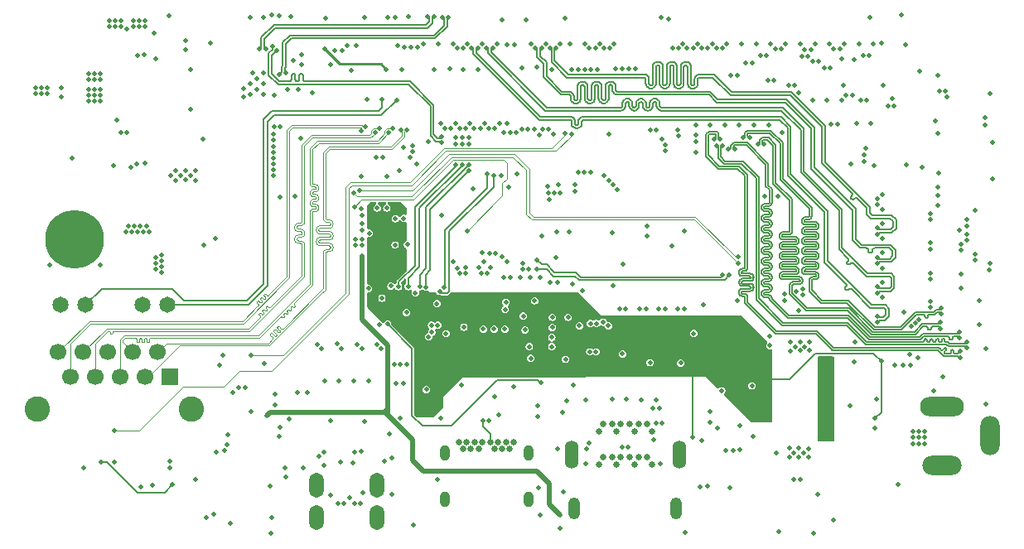
<source format=gbr>
G04 #@! TF.GenerationSoftware,KiCad,Pcbnew,7.0.1*
G04 #@! TF.CreationDate,2023-05-22T16:21:24+08:00*
G04 #@! TF.ProjectId,jetson-nano-baseboard,6a657473-6f6e-42d6-9e61-6e6f2d626173,1.6.1*
G04 #@! TF.SameCoordinates,Original*
G04 #@! TF.FileFunction,Copper,L6,Inr*
G04 #@! TF.FilePolarity,Positive*
%FSLAX46Y46*%
G04 Gerber Fmt 4.6, Leading zero omitted, Abs format (unit mm)*
G04 Created by KiCad (PCBNEW 7.0.1) date 2023-05-22 16:21:24*
%MOMM*%
%LPD*%
G01*
G04 APERTURE LIST*
G04 #@! TA.AperFunction,ComponentPad*
%ADD10C,0.650000*%
G04 #@! TD*
G04 #@! TA.AperFunction,ComponentPad*
%ADD11O,1.400000X2.850000*%
G04 #@! TD*
G04 #@! TA.AperFunction,ComponentPad*
%ADD12O,1.200000X2.250000*%
G04 #@! TD*
G04 #@! TA.AperFunction,ComponentPad*
%ADD13O,4.500000X2.000000*%
G04 #@! TD*
G04 #@! TA.AperFunction,ComponentPad*
%ADD14O,1.990000X4.000000*%
G04 #@! TD*
G04 #@! TA.AperFunction,ComponentPad*
%ADD15O,4.000000X2.000000*%
G04 #@! TD*
G04 #@! TA.AperFunction,ComponentPad*
%ADD16O,1.000000X1.600000*%
G04 #@! TD*
G04 #@! TA.AperFunction,ComponentPad*
%ADD17O,1.500000X2.550000*%
G04 #@! TD*
G04 #@! TA.AperFunction,ComponentPad*
%ADD18R,1.700000X1.700000*%
G04 #@! TD*
G04 #@! TA.AperFunction,ComponentPad*
%ADD19C,1.700000*%
G04 #@! TD*
G04 #@! TA.AperFunction,ComponentPad*
%ADD20C,1.650000*%
G04 #@! TD*
G04 #@! TA.AperFunction,ComponentPad*
%ADD21C,2.600000*%
G04 #@! TD*
G04 #@! TA.AperFunction,ComponentPad*
%ADD22C,6.000000*%
G04 #@! TD*
G04 #@! TA.AperFunction,ViaPad*
%ADD23C,0.500000*%
G04 #@! TD*
G04 #@! TA.AperFunction,Conductor*
%ADD24C,0.200000*%
G04 #@! TD*
G04 #@! TA.AperFunction,Conductor*
%ADD25C,0.500000*%
G04 #@! TD*
G04 #@! TA.AperFunction,Conductor*
%ADD26C,0.180000*%
G04 #@! TD*
G04 #@! TA.AperFunction,Conductor*
%ADD27C,0.150000*%
G04 #@! TD*
G04 #@! TA.AperFunction,Conductor*
%ADD28C,0.128000*%
G04 #@! TD*
G04 #@! TA.AperFunction,Conductor*
%ADD29C,0.175000*%
G04 #@! TD*
G04 #@! TA.AperFunction,Conductor*
%ADD30C,0.195000*%
G04 #@! TD*
G04 #@! TA.AperFunction,Conductor*
%ADD31C,0.185000*%
G04 #@! TD*
G04 #@! TA.AperFunction,Conductor*
%ADD32C,0.254000*%
G04 #@! TD*
G04 #@! TA.AperFunction,Conductor*
%ADD33C,0.250000*%
G04 #@! TD*
G04 #@! TA.AperFunction,Conductor*
%ADD34C,0.125000*%
G04 #@! TD*
G04 APERTURE END LIST*
D10*
X133960000Y-121955000D03*
X133960000Y-118605000D03*
X134410000Y-121180000D03*
X134410000Y-117830000D03*
X135310000Y-121180000D03*
X135310000Y-117830000D03*
X135760000Y-121955000D03*
X135760000Y-118605000D03*
X136210000Y-121180000D03*
X136210000Y-117830000D03*
X137110000Y-121180000D03*
X137110000Y-117830000D03*
X137568000Y-121955000D03*
X137568000Y-118605000D03*
X138009990Y-121180000D03*
X138009990Y-117830000D03*
X138909990Y-121180000D03*
X138909990Y-117830000D03*
X139360000Y-121955000D03*
X139360000Y-118605000D03*
D11*
X131160000Y-120955000D03*
D12*
X131460000Y-126455000D03*
X141860000Y-126455000D03*
D11*
X142160000Y-120955000D03*
D13*
X169057400Y-116030000D03*
D14*
X173937000Y-118980000D03*
D15*
X169057400Y-122030000D03*
D10*
X125259920Y-119645000D03*
X124859920Y-120345000D03*
X124059920Y-120345000D03*
X123659920Y-119645000D03*
X123259920Y-120345000D03*
X122859920Y-119645000D03*
X122059920Y-119645000D03*
X121659920Y-120345000D03*
X121259920Y-119645000D03*
X120859920Y-120345000D03*
X120059920Y-120345000D03*
X119659920Y-119645000D03*
D16*
X126729920Y-125525000D03*
X118189920Y-120795000D03*
X126729920Y-120795000D03*
D10*
X124459920Y-119645000D03*
X120459920Y-119645000D03*
D16*
X118189920Y-125525000D03*
D17*
X111308400Y-127406010D03*
X111308400Y-124046010D03*
X105108400Y-124046010D03*
X105108400Y-127406010D03*
D18*
X90140000Y-113010010D03*
D19*
X88870000Y-110470010D03*
X87600000Y-113010010D03*
X86330000Y-110470010D03*
X85060000Y-113010010D03*
X83790000Y-110470010D03*
X82520000Y-113010010D03*
X81250000Y-110470010D03*
X79980000Y-113010010D03*
X78710000Y-110470010D03*
D20*
X89894000Y-105640010D03*
X87354000Y-105640010D03*
X81504000Y-105640010D03*
X78964000Y-105640010D03*
D21*
X92303180Y-116310010D03*
X76546830Y-116310010D03*
D22*
X80408250Y-98918050D03*
D23*
X136296600Y-81500000D03*
X130000000Y-94200000D03*
X128800000Y-94200000D03*
X129400000Y-94200000D03*
X135700000Y-81500000D03*
X85600000Y-98200000D03*
X86500000Y-97600000D03*
X86800000Y-98200000D03*
X167250000Y-119800000D03*
X167250000Y-118600000D03*
X86200000Y-98200000D03*
X87100000Y-97600000D03*
X166050000Y-119200000D03*
X87400000Y-98200000D03*
X166650000Y-118600000D03*
X167250000Y-119200000D03*
X166050000Y-119800000D03*
X166650000Y-119800000D03*
X85900000Y-97600000D03*
X87000000Y-77200000D03*
X87000000Y-76600000D03*
X88000000Y-98200000D03*
X87600000Y-77200000D03*
X86400000Y-77200000D03*
X166650000Y-119200000D03*
X87700000Y-97600000D03*
X86400000Y-76600000D03*
X166050000Y-118600000D03*
X87600000Y-76600000D03*
X130551990Y-111188360D03*
X145094000Y-124146010D03*
X117450000Y-123500000D03*
X137668200Y-81468210D03*
X136982400Y-81468210D03*
X117500000Y-107700000D03*
X126238200Y-106766610D03*
X131292800Y-103490010D03*
X132250000Y-104200000D03*
X130950000Y-98200000D03*
X168326000Y-86827610D03*
X144424600Y-119466610D03*
X100891200Y-114793010D03*
X138912800Y-98562410D03*
X136423600Y-101483410D03*
X122824502Y-100350000D03*
X88700000Y-101400000D03*
X139179979Y-111529226D03*
X97100000Y-114075000D03*
X89300000Y-100500000D03*
X93800000Y-127400000D03*
X109758400Y-98006010D03*
X84425000Y-121700000D03*
X164100000Y-85300000D03*
X88700000Y-100800000D03*
X114300000Y-106400000D03*
X165000000Y-111800000D03*
X163550825Y-85300000D03*
X88700000Y-102000000D03*
X92200000Y-85600000D03*
X97800000Y-114075000D03*
X123400000Y-100350000D03*
X141400000Y-99600000D03*
X89300000Y-101700000D03*
X136370000Y-110630000D03*
X165800000Y-111800000D03*
X89300000Y-102300000D03*
X109758400Y-96506010D03*
X152300000Y-128800000D03*
X109758400Y-97306010D03*
X164200000Y-111800000D03*
X89300000Y-101100000D03*
X168605400Y-88050000D03*
X116850000Y-107700000D03*
X142700000Y-109900000D03*
X122128461Y-106071539D03*
X120269200Y-106258610D03*
X116916400Y-116723410D03*
X150525000Y-113700000D03*
X151000000Y-114200000D03*
X150525000Y-114700000D03*
X151016800Y-115174990D03*
X151000000Y-113244590D03*
X144300000Y-124200000D03*
X150525000Y-115675000D03*
X151016800Y-117149990D03*
X162800000Y-111400000D03*
X113358400Y-95706010D03*
X154800000Y-104000000D03*
X110958400Y-103641600D03*
X150525000Y-116675000D03*
X159700000Y-91200000D03*
X110958400Y-102141600D03*
X162200000Y-117200000D03*
X151000000Y-116175000D03*
X143550000Y-119175000D03*
X97650000Y-83500000D03*
X154800000Y-104600000D03*
X110958400Y-103041600D03*
X110958400Y-101506010D03*
X110958400Y-100841600D03*
X163020000Y-83160000D03*
X107558400Y-121706010D03*
X108458400Y-125356010D03*
X108858400Y-121756010D03*
X109820039Y-124800496D03*
X95682000Y-120508010D03*
X124351990Y-108106010D03*
X122151990Y-108106010D03*
X123251990Y-108106010D03*
X95978200Y-119897610D03*
X96003600Y-118881610D03*
X123775800Y-87107010D03*
X126085800Y-87665810D03*
X173482200Y-110119410D03*
X83024410Y-101525910D03*
X77800400Y-101534210D03*
X161061600Y-90993210D03*
X161264800Y-89596210D03*
X161061600Y-90307410D03*
X127889200Y-88250010D03*
X141046400Y-76362810D03*
X155778380Y-84660150D03*
X144025790Y-78907010D03*
X160121800Y-109408210D03*
X170993000Y-103947210D03*
X170993000Y-102474010D03*
X145288200Y-117637810D03*
X145288200Y-116494810D03*
X117400000Y-105500000D03*
X116321990Y-114281506D03*
X104165600Y-114589810D03*
X96545600Y-114564410D03*
X98425200Y-116494810D03*
X114020800Y-96784410D03*
X113128890Y-99498010D03*
X130632400Y-115402610D03*
X125247600Y-114031010D03*
X127711400Y-115936010D03*
X127711400Y-117002810D03*
X126099960Y-81361400D03*
X117099980Y-81523930D03*
X127609800Y-81315810D03*
X119025800Y-78907010D03*
X120525780Y-78907010D03*
X122025800Y-78907010D03*
X127025780Y-78907010D03*
X128525780Y-78907010D03*
X131025780Y-78907010D03*
X117525800Y-78907010D03*
X129006800Y-103337610D03*
X129718000Y-103337610D03*
X162915800Y-94317810D03*
X162909390Y-95844890D03*
X162915800Y-97317810D03*
X166979800Y-91577410D03*
X131496000Y-93990410D03*
X128900000Y-94900000D03*
X129277100Y-88134940D03*
X159025820Y-78907010D03*
X160525820Y-78907010D03*
X172443400Y-95948810D03*
X174193400Y-92720410D03*
X174193400Y-89012010D03*
X152694380Y-87965940D03*
X151295590Y-87233370D03*
X149795600Y-87233370D03*
X148295600Y-87233370D03*
X158778380Y-84660150D03*
X157278390Y-84660150D03*
X140386000Y-88656410D03*
X138894000Y-97536010D03*
X145295600Y-87233370D03*
X122275800Y-87107010D03*
X154358790Y-83907900D03*
X130025780Y-78907010D03*
X143865800Y-87234010D03*
X146795600Y-87233370D03*
X165875850Y-107827120D03*
X172826080Y-107623920D03*
X172826080Y-105173920D03*
X162929010Y-104831030D03*
X162915800Y-103317810D03*
X162909630Y-98849560D03*
X162960680Y-100317490D03*
X162960680Y-101849550D03*
X165160640Y-106337990D03*
X110417470Y-113386560D03*
X108917470Y-113386560D03*
X107417470Y-113386560D03*
X105917470Y-113386560D03*
X111497420Y-107615140D03*
X135525790Y-78907010D03*
X134025790Y-78907010D03*
X132525790Y-78907010D03*
X116025790Y-78907010D03*
X162025810Y-78907010D03*
X157525830Y-78907010D03*
X156025820Y-78907010D03*
X154525790Y-78907010D03*
X153025800Y-78907010D03*
X151525780Y-78907010D03*
X147025790Y-78907010D03*
X145525790Y-78907010D03*
X142525790Y-78907010D03*
X94818400Y-120685810D03*
X106013490Y-76284600D03*
X140251990Y-121906010D03*
X132651990Y-121906010D03*
X102300000Y-117300000D03*
X136782080Y-115296040D03*
X173467770Y-115765830D03*
X102484000Y-76150700D03*
X110017080Y-76261070D03*
X91700000Y-92855410D03*
X98291380Y-76200000D03*
X160275870Y-87050280D03*
X161775860Y-87050280D03*
X123525790Y-78907010D03*
X148525790Y-78907010D03*
X150025790Y-78907010D03*
X135293800Y-115304380D03*
X139811520Y-115332510D03*
X113614400Y-117206010D03*
X103175000Y-114615210D03*
X129200000Y-106900000D03*
X135407600Y-103642410D03*
X119278600Y-87109010D03*
X120777000Y-87105810D03*
X117823640Y-87082020D03*
X99692620Y-76200000D03*
X121596370Y-81523930D03*
X120087600Y-81523930D03*
X98550000Y-81900000D03*
X99700000Y-81900000D03*
X92700000Y-91900000D03*
X92697600Y-92900000D03*
X91700000Y-91900000D03*
X102700000Y-80635500D03*
X98300000Y-83000000D03*
X99700000Y-84100000D03*
X98318760Y-84100000D03*
X99700000Y-83000000D03*
X118335680Y-108555380D03*
X170777240Y-97953800D03*
X90716800Y-92874990D03*
X90700000Y-91900000D03*
X90200000Y-92400000D03*
X91200000Y-92400000D03*
X155355410Y-121200000D03*
X154900000Y-120800000D03*
X153900000Y-120800000D03*
X154400000Y-120300000D03*
X155400000Y-120302400D03*
X154400000Y-121200000D03*
X153425010Y-120300000D03*
X153425010Y-121216800D03*
X147699600Y-120482610D03*
X146886800Y-120482610D03*
X76400000Y-84000000D03*
X76400000Y-83400000D03*
X77600000Y-84000000D03*
X77000000Y-84000000D03*
X77000000Y-83400000D03*
X77600000Y-83400000D03*
X100700000Y-92400000D03*
X99000000Y-83600000D03*
X146500000Y-114400000D03*
X126200000Y-101400000D03*
X109058400Y-98906010D03*
X138280000Y-115390000D03*
X84500000Y-76600000D03*
X85100000Y-76600000D03*
X129958400Y-128506010D03*
X119951990Y-113806010D03*
X100350000Y-124150000D03*
X149600000Y-113900000D03*
X131350000Y-113800000D03*
X155455410Y-110300000D03*
X100500000Y-127400000D03*
X153525010Y-109400000D03*
X114393990Y-99450000D03*
X166300000Y-107500000D03*
X99000000Y-82500000D03*
X154150000Y-104250000D03*
X126800000Y-102000000D03*
X92200000Y-81600000D03*
X84350000Y-91350000D03*
X156300000Y-125000000D03*
X110300000Y-84650000D03*
X83900000Y-77200000D03*
X88320722Y-124088819D03*
X120353092Y-101793452D03*
X152950000Y-105200000D03*
X99800000Y-111600000D03*
X92200000Y-92400000D03*
X155000000Y-109900000D03*
X92700000Y-123500000D03*
X81800000Y-84800000D03*
X100700000Y-88200000D03*
X130358400Y-124706010D03*
X154500000Y-110300000D03*
X83000000Y-84800000D03*
X83000000Y-84200000D03*
X109058400Y-99506010D03*
X85700000Y-88000000D03*
X109758400Y-98906010D03*
X84500000Y-77200000D03*
X87125000Y-124225000D03*
X83900000Y-76600000D03*
X164900000Y-76000000D03*
X100700000Y-90000000D03*
X120000000Y-89200000D03*
X95500000Y-110808484D03*
X100700000Y-91800000D03*
X82400000Y-83600000D03*
X100700000Y-91200000D03*
X114300000Y-111700000D03*
X109758400Y-99506010D03*
X93600000Y-99500000D03*
X158958400Y-83156010D03*
X80100000Y-90600000D03*
X154000000Y-109900000D03*
X162305593Y-115305593D03*
X100700000Y-88800000D03*
X164500000Y-124000000D03*
X169400000Y-83800000D03*
X119100000Y-101200000D03*
X121700000Y-101800000D03*
X122850000Y-101800000D03*
X110391639Y-103949500D03*
X96300000Y-128000000D03*
X118750000Y-81450000D03*
X126200000Y-102000000D03*
X81300000Y-122300000D03*
X120700000Y-88500000D03*
X121100000Y-93800000D03*
X81800000Y-84200000D03*
X120000000Y-88500000D03*
X152100000Y-120800000D03*
X166675000Y-107125000D03*
X119300000Y-88500000D03*
X168800000Y-83800000D03*
X85100000Y-77200000D03*
X91700000Y-78600000D03*
X168558400Y-82137500D03*
X154500000Y-123500000D03*
X117900000Y-96500000D03*
X152950000Y-104500000D03*
X119450000Y-101850000D03*
X155500000Y-109402400D03*
X153900000Y-123500000D03*
X100450000Y-128950000D03*
X95200000Y-111800000D03*
X90000000Y-76100000D03*
X154500000Y-109400000D03*
X113650000Y-111700000D03*
X100700000Y-90600000D03*
X85100000Y-88000000D03*
X100700000Y-89400000D03*
X127758400Y-124306010D03*
X148100000Y-105200000D03*
X151450000Y-108800000D03*
X153525010Y-110316800D03*
X82400000Y-84800000D03*
X120700000Y-89200000D03*
X131975000Y-107750000D03*
X81800000Y-83600000D03*
X119300000Y-89200000D03*
X82400000Y-84200000D03*
X142700000Y-98075000D03*
X83000000Y-83600000D03*
X112800000Y-121300000D03*
X169500000Y-84400000D03*
X143650004Y-108550000D03*
X112700000Y-103700000D03*
X113050000Y-111700000D03*
X112573000Y-118806210D03*
X106530000Y-117500000D03*
X101346200Y-118120410D03*
X110020000Y-117550000D03*
X148400000Y-120400000D03*
X151435000Y-109800000D03*
X116886350Y-108413650D03*
X123698000Y-116890800D03*
X117765330Y-117221800D03*
X116549500Y-108900000D03*
X124200000Y-102850000D03*
X144600000Y-105600000D03*
X146100000Y-118200000D03*
X113157200Y-96809810D03*
X100050800Y-116977410D03*
X109758400Y-100606010D03*
X103450000Y-88600000D03*
X109758400Y-101206010D03*
X102900000Y-94500000D03*
X129958400Y-127106010D03*
X142316400Y-111567210D03*
X134930170Y-107750000D03*
X101900000Y-122256010D03*
X103708400Y-122256010D03*
X139555440Y-119383840D03*
X90400000Y-124000000D03*
X83060000Y-121685000D03*
X124387858Y-106093428D03*
X130800000Y-106900000D03*
X124455120Y-105355120D03*
X127384000Y-105206010D03*
X115036800Y-128153410D03*
X111785600Y-104937810D03*
X115196548Y-104396548D03*
X154400000Y-106200000D03*
X142800000Y-128900000D03*
X160020200Y-80528410D03*
X158801000Y-80503010D03*
X131826200Y-92060010D03*
X132461200Y-92060010D03*
X102106920Y-83556920D03*
X94772175Y-98820826D03*
X140098850Y-106022020D03*
X148964491Y-80919500D03*
X139772373Y-117714864D03*
X140723850Y-106022020D03*
X149599895Y-80919500D03*
X140397373Y-117714864D03*
X147421800Y-82154010D03*
X142052360Y-106022020D03*
X139489480Y-116191830D03*
X148089480Y-82162620D03*
X142677360Y-106022020D03*
X140114480Y-116191830D03*
X149750000Y-119100000D03*
X148361351Y-117938648D03*
X136071480Y-106022020D03*
X151964500Y-79432400D03*
X132664400Y-120355610D03*
X136696480Y-106022020D03*
X152589500Y-79432400D03*
X132976980Y-119732610D03*
X138144650Y-106002020D03*
X150464490Y-80135110D03*
X136346500Y-120190660D03*
X138769650Y-106002020D03*
X151089490Y-80135110D03*
X136973500Y-120190660D03*
X139214490Y-87728460D03*
X133080160Y-107533540D03*
X139839490Y-87728460D03*
X133705160Y-107533540D03*
X145964490Y-79368670D03*
X111720971Y-110120971D03*
X146589490Y-79368670D03*
X111279029Y-109679029D03*
X144464490Y-79368670D03*
X109720971Y-110120971D03*
X142964490Y-79368670D03*
X107670971Y-110070971D03*
X145089490Y-79368670D03*
X109279029Y-109679029D03*
X141464490Y-79368670D03*
X105620971Y-110120971D03*
X143589490Y-79368670D03*
X107229029Y-109629029D03*
X142089490Y-79368670D03*
X105179029Y-109679029D03*
X126924000Y-102778810D03*
X123291600Y-115011200D03*
X124917400Y-102855010D03*
X125933400Y-102778810D03*
X127914600Y-102778810D03*
X102000000Y-123200000D03*
X105896761Y-122067649D03*
X106508400Y-125106010D03*
X112807205Y-125007205D03*
X101300000Y-119100000D03*
X112000000Y-121600000D03*
X129724800Y-120306010D03*
X163958400Y-84506010D03*
X161654479Y-76245521D03*
X126416550Y-108192440D03*
X128016000Y-113588800D03*
X112369600Y-107594400D03*
X126851764Y-109898236D03*
X127002664Y-111073733D03*
X129205880Y-107926440D03*
X120157540Y-107906010D03*
X134400000Y-107400000D03*
X127958400Y-127106010D03*
X105829371Y-120685039D03*
X107920900Y-125956010D03*
X105387429Y-121126981D03*
X107295900Y-125956010D03*
X109628812Y-120633688D03*
X109574662Y-125953233D03*
X108949662Y-125953233D03*
X108987500Y-120650000D03*
X130251400Y-116621810D03*
X132626410Y-115326410D03*
X124892000Y-87996010D03*
X133121600Y-81569810D03*
X115650000Y-103751500D03*
X120650200Y-91272610D03*
X124257000Y-87996010D03*
X132486600Y-81569810D03*
X114474470Y-103751500D03*
X119964400Y-91272610D03*
X154714500Y-80235210D03*
X125527000Y-87996010D03*
X116272088Y-103806357D03*
X133756600Y-81569810D03*
X120650200Y-91933010D03*
X124557240Y-87096020D03*
X131851600Y-81569810D03*
X113474470Y-103751500D03*
X119278600Y-91272610D03*
X151229200Y-82681410D03*
X157597710Y-81397440D03*
X153319500Y-83161770D03*
X153944500Y-83161770D03*
X142048990Y-87750500D03*
X142087800Y-88377010D03*
X143850300Y-88278700D03*
X143846910Y-88938950D03*
X140716200Y-89240610D03*
X140709690Y-89871370D03*
X156972710Y-81397440D03*
X151854200Y-82681410D03*
X156421850Y-80722970D03*
X155796850Y-80722970D03*
X155339500Y-80235210D03*
X170850000Y-110994010D03*
X146355000Y-88707210D03*
X170850000Y-110369010D03*
X145714500Y-88710440D03*
X170825000Y-109033430D03*
X147839490Y-89725000D03*
X170825000Y-108408430D03*
X147214490Y-89725000D03*
X145952270Y-89335440D03*
X171566240Y-110033430D03*
X146577270Y-89335440D03*
X171566240Y-109408430D03*
X168860000Y-108040000D03*
X150839490Y-89188110D03*
X168873750Y-107408430D03*
X150214490Y-89188110D03*
X168914190Y-106533440D03*
X149339490Y-88505070D03*
X168914190Y-105908440D03*
X148714490Y-88505070D03*
X158589530Y-79436880D03*
X173838370Y-102033450D03*
X157964530Y-79436880D03*
X173971570Y-101407210D03*
X161589510Y-80150650D03*
X172365790Y-101033450D03*
X160964510Y-80150650D03*
X172365790Y-100408450D03*
X125603200Y-92263210D03*
X124003000Y-92364810D03*
X117691733Y-104258182D03*
X123190200Y-92364810D03*
X118135600Y-103818880D03*
X122555200Y-92263210D03*
X159214520Y-84190790D03*
X171551480Y-96908450D03*
X159839520Y-84190790D03*
X171551480Y-97533450D03*
X171551480Y-98408450D03*
X160714510Y-84679850D03*
X171551480Y-99033450D03*
X161339510Y-84679850D03*
X170980970Y-99408450D03*
X157714530Y-87117670D03*
X170980970Y-100033450D03*
X158339530Y-87117670D03*
X111303000Y-95717610D03*
X106985000Y-79639410D03*
X112293600Y-95717610D03*
X107721600Y-79639410D03*
X135864800Y-93838010D03*
X122200000Y-101200000D03*
X113970000Y-113675410D03*
X134950400Y-92898210D03*
X124600000Y-101200000D03*
X134467800Y-92390210D03*
X113233400Y-113675410D03*
X124100000Y-100700000D03*
X133030160Y-110422270D03*
X133655160Y-110422270D03*
X115299620Y-91239079D03*
X111899996Y-90500004D03*
X114681200Y-90536010D03*
X114750000Y-79258410D03*
X114935200Y-89951810D03*
X115400000Y-79300000D03*
X114935200Y-89316810D03*
X109200670Y-79107140D03*
X113400000Y-79150000D03*
X129150000Y-108950000D03*
X124600000Y-79000000D03*
X165300000Y-79000000D03*
X154950000Y-79525000D03*
X108266060Y-79122840D03*
X155625000Y-79500000D03*
X129150000Y-109900000D03*
X114100000Y-79250000D03*
X166758400Y-81706010D03*
X125350000Y-79000000D03*
X162860000Y-78880000D03*
X129641098Y-98187520D03*
X103600000Y-81100000D03*
X100500000Y-76000000D03*
X160030000Y-111450000D03*
X128100000Y-98600000D03*
X165400000Y-91300000D03*
X112300000Y-92500000D03*
X109700000Y-95800000D03*
X168200000Y-114400000D03*
X162100000Y-91400000D03*
X113538200Y-91882210D03*
X109652000Y-92500000D03*
X135280600Y-98206810D03*
X103600000Y-80000000D03*
X97650000Y-84350000D03*
X100784000Y-84206010D03*
X100838200Y-115859810D03*
X135433000Y-93355410D03*
X122000000Y-100300000D03*
X134464490Y-79368670D03*
X90068544Y-121629304D03*
X135089490Y-79368670D03*
X90068544Y-122254304D03*
X132964480Y-79368670D03*
X122105110Y-117462090D03*
X133589480Y-79368670D03*
X122732110Y-117506040D03*
X94291840Y-78845290D03*
X128214480Y-87645560D03*
X167820400Y-96270800D03*
X128839480Y-87645560D03*
X167820400Y-96895800D03*
X167820400Y-99290310D03*
X126714480Y-87645560D03*
X167820400Y-99915310D03*
X127339480Y-87645560D03*
X122714490Y-87563600D03*
X167820400Y-102356580D03*
X123339490Y-87563600D03*
X167820400Y-102981580D03*
X167820400Y-105275890D03*
X121214500Y-87563600D03*
X167820400Y-105900890D03*
X121839500Y-87563600D03*
X121589500Y-79368670D03*
X162457790Y-107393530D03*
X120964500Y-79368670D03*
X162457790Y-106768530D03*
X162457790Y-104393530D03*
X123089500Y-79368670D03*
X162457790Y-103768530D03*
X122464500Y-79368670D03*
X162457790Y-101393530D03*
X128089480Y-79368670D03*
X162457790Y-100768530D03*
X127464480Y-79368670D03*
X129589480Y-79368670D03*
X162457790Y-98393530D03*
X128964480Y-79368670D03*
X162457790Y-97768530D03*
X162457790Y-95393530D03*
X120339490Y-87563600D03*
X162457790Y-94768530D03*
X119714490Y-87563600D03*
X101989460Y-81898910D03*
X118589500Y-76208570D03*
X101254150Y-82056110D03*
X117964500Y-76208570D03*
X112236480Y-81567720D03*
X105904220Y-79444470D03*
X114527270Y-76178930D03*
X101300000Y-76100000D03*
X117089490Y-76179190D03*
X99892690Y-79407390D03*
X116464490Y-76179190D03*
X99267690Y-79407390D03*
X101052880Y-79609690D03*
X117873910Y-88391090D03*
X100610940Y-79167750D03*
X117839420Y-89055290D03*
X122575000Y-102417570D03*
X118214490Y-87574230D03*
X121950000Y-102417570D03*
X118839490Y-87574230D03*
X119464490Y-79368670D03*
X120375000Y-102417570D03*
X120089490Y-79368670D03*
X119750000Y-102417570D03*
X114339505Y-87706117D03*
X113714505Y-87706117D03*
X112920971Y-87596729D03*
X112479029Y-88038671D03*
X113300000Y-84679979D03*
X111800000Y-84650000D03*
X110120971Y-87379029D03*
X109679029Y-87820971D03*
X111119386Y-88038671D03*
X111561328Y-87596729D03*
X147300000Y-102600000D03*
X100750000Y-87400000D03*
X127600000Y-102000000D03*
X146600000Y-102600000D03*
X127600000Y-101000000D03*
X101410878Y-87389125D03*
X106527800Y-81061810D03*
X129133800Y-81569810D03*
X113831370Y-81556130D03*
X131165800Y-81570010D03*
X168605400Y-94473010D03*
X131496000Y-93355410D03*
X150927000Y-94523810D03*
X133096200Y-92034610D03*
X168605000Y-95463610D03*
X152222400Y-94523810D03*
X129845000Y-93355410D03*
X120524799Y-98093096D03*
X129550000Y-100750000D03*
X109000000Y-95600000D03*
X87450000Y-80050000D03*
X93500000Y-88700000D03*
X169088000Y-112989610D03*
X111200000Y-90500000D03*
X82400000Y-82000000D03*
X85750000Y-77400000D03*
X81800000Y-82000000D03*
X83000000Y-82600000D03*
X88700000Y-80500000D03*
X81800000Y-82600000D03*
X82400000Y-82600000D03*
X83000000Y-82000000D03*
X156700000Y-119300000D03*
X157200000Y-118800000D03*
X157600000Y-111200000D03*
X157600000Y-119300000D03*
X157600000Y-118300000D03*
X156600000Y-111200000D03*
X157600000Y-112200000D03*
X157100000Y-111700000D03*
X159600000Y-115900000D03*
X162200000Y-118200000D03*
X87600000Y-91100000D03*
X84700000Y-86700000D03*
X173400000Y-87200000D03*
X143900000Y-90000000D03*
X173400000Y-86500000D03*
X135000000Y-88200000D03*
X128700000Y-93500000D03*
X108917000Y-94200000D03*
X166600000Y-111000000D03*
X101400000Y-94600000D03*
X148200000Y-101400000D03*
X108675000Y-81625000D03*
X103200000Y-83600000D03*
X109500000Y-93896309D03*
X148200000Y-100700000D03*
X165700000Y-110700000D03*
X168681600Y-92187010D03*
X116494141Y-88906100D03*
X104700000Y-83900000D03*
X168605400Y-93558610D03*
X113950000Y-89500000D03*
X124750000Y-93576310D03*
X173900000Y-84000000D03*
X91700000Y-79550000D03*
X88500000Y-77850000D03*
X86800000Y-80100000D03*
X94600000Y-127000000D03*
X112400000Y-76205510D03*
X79000000Y-84400000D03*
X79000000Y-83400000D03*
X113150000Y-76205510D03*
X126500000Y-76450500D03*
X86164494Y-91521304D03*
X130500000Y-76300000D03*
X110500000Y-98300000D03*
X124100000Y-76450500D03*
X86700000Y-91200000D03*
X140300000Y-76200000D03*
X131210000Y-88190000D03*
X84400000Y-118500000D03*
X130537000Y-88100000D03*
X98400000Y-110810000D03*
X157900000Y-127600000D03*
X147345600Y-124343410D03*
X155900000Y-129000000D03*
D24*
X162800000Y-116600000D02*
X162200000Y-117200000D01*
X162000000Y-110600000D02*
X162800000Y-111400000D01*
X156100000Y-110600000D02*
X162000000Y-110600000D01*
X143550000Y-119175000D02*
X143550000Y-112750000D01*
X153455410Y-113244590D02*
X156100000Y-110600000D01*
X151000000Y-113244590D02*
X153455410Y-113244590D01*
X162800000Y-111400000D02*
X162800000Y-116600000D01*
D25*
X109758400Y-101806010D02*
X109758400Y-101206010D01*
X112302860Y-116808880D02*
X112302860Y-116402860D01*
X100378211Y-116649999D02*
X111449999Y-116649999D01*
X128900000Y-126047610D02*
X129958400Y-127106010D01*
X112302860Y-116402860D02*
X112400000Y-116305720D01*
X111449999Y-116649999D02*
X112143981Y-116649999D01*
X112302860Y-116808880D02*
X112846991Y-117353009D01*
X112400000Y-116305720D02*
X112400000Y-115900000D01*
X112055721Y-116649999D02*
X112400000Y-116305720D01*
X112400000Y-115900000D02*
X112400000Y-109747610D01*
X100050800Y-116977410D02*
X100378211Y-116649999D01*
X112400000Y-109747610D02*
X109758400Y-107106010D01*
X112400000Y-116906018D02*
X112846991Y-117353009D01*
X112143981Y-116649999D02*
X112400000Y-116906018D01*
X114915000Y-121515410D02*
X115999590Y-122600000D01*
X109758400Y-107106010D02*
X109758400Y-102258400D01*
X115999590Y-122600000D02*
X127600000Y-122600000D01*
X109758400Y-102258400D02*
X109758400Y-100606010D01*
X127600000Y-122600000D02*
X128900000Y-123900000D01*
X112400000Y-115900000D02*
X112400000Y-116906018D01*
X109758400Y-102258400D02*
X109758400Y-101806010D01*
X111449999Y-116649999D02*
X112055721Y-116649999D01*
X128900000Y-123900000D02*
X128900000Y-126047610D01*
X112846991Y-117353009D02*
X114915000Y-119421010D01*
X114915000Y-119421010D02*
X114915000Y-121515410D01*
D26*
X86800000Y-124800000D02*
X89600000Y-124800000D01*
X83060000Y-121685000D02*
X83685000Y-121685000D01*
X83685000Y-121685000D02*
X86800000Y-124800000D01*
X89600000Y-124800000D02*
X90400000Y-124000000D01*
X128016000Y-113588800D02*
X127711200Y-113284000D01*
X118872000Y-118008400D02*
X115925600Y-118008400D01*
X114858800Y-116941600D02*
X114858800Y-110083600D01*
X115925600Y-118008400D02*
X114858800Y-116941600D01*
X127711200Y-113284000D02*
X123596400Y-113284000D01*
X123596400Y-113284000D02*
X118872000Y-118008400D01*
X114858800Y-110083600D02*
X112369600Y-107594400D01*
D27*
X115650000Y-103751500D02*
X115650000Y-102524070D01*
X116300000Y-101874070D02*
X116300000Y-95622810D01*
X115650000Y-102524070D02*
X116300000Y-101874070D01*
X116300000Y-95622810D02*
X120650200Y-91272610D01*
X115600000Y-101748990D02*
X115600000Y-95718505D01*
X114474470Y-103751500D02*
X114474470Y-102874520D01*
X114474470Y-102874520D02*
X115600000Y-101748990D01*
X119964400Y-91354105D02*
X119964400Y-91272610D01*
X115600000Y-95718505D02*
X119964400Y-91354105D01*
X116272088Y-102527912D02*
X116713200Y-102086800D01*
X116713200Y-95870010D02*
X120650200Y-91933010D01*
X116272088Y-103806357D02*
X116272088Y-102527912D01*
X116713200Y-102086800D02*
X116713200Y-95870010D01*
X115138400Y-101599770D02*
X115138400Y-95616010D01*
X113474470Y-103263700D02*
X115138400Y-101599770D01*
X115138400Y-95616010D02*
X119278600Y-91475810D01*
X119278600Y-91475810D02*
X119278600Y-91272610D01*
X113474470Y-103751500D02*
X113474470Y-103263700D01*
D28*
X169184070Y-110822220D02*
X170643410Y-110822220D01*
X168588750Y-110226900D02*
X169184070Y-110822220D01*
X157799760Y-110226900D02*
X168588750Y-110226900D01*
X156135020Y-108562150D02*
X157733510Y-110160650D01*
X152017350Y-108562150D02*
X156135020Y-108562150D01*
X148879020Y-105423820D02*
X152017350Y-108562150D01*
X148875923Y-104819539D02*
X148879020Y-104847020D01*
X148866789Y-104793436D02*
X148875923Y-104819539D01*
X148832520Y-104750464D02*
X148852076Y-104770020D01*
X148607264Y-104723520D02*
X148755520Y-104723520D01*
X148852076Y-104770020D02*
X148866789Y-104793436D01*
X148453346Y-104688390D02*
X148528326Y-104714626D01*
X149505520Y-102811020D02*
X149505520Y-102820020D01*
X148809104Y-104735751D02*
X148832520Y-104750464D01*
X148329914Y-104095085D02*
X148287650Y-104162347D01*
X149502424Y-102783539D02*
X149505520Y-102811020D01*
X149478577Y-102734020D02*
X149493290Y-102757436D01*
X148528326Y-101934415D02*
X148453346Y-101960651D01*
X148528326Y-102678626D02*
X148607264Y-102687520D01*
X148329914Y-102553956D02*
X148386084Y-102610126D01*
X149493290Y-102873605D02*
X149478577Y-102897021D01*
X148261414Y-102411714D02*
X148287650Y-102486694D01*
X157733520Y-110160650D02*
X157799760Y-110226900D01*
X148560012Y-102951824D02*
X148490011Y-102976319D01*
X148453346Y-102652390D02*
X148528326Y-102678626D01*
X146167150Y-91683830D02*
X148147230Y-91683830D01*
X148490011Y-102976319D02*
X148427216Y-103015776D01*
X149459021Y-102916577D02*
X149435605Y-102931290D01*
X148783001Y-104726617D02*
X148809104Y-104735751D01*
X149459021Y-103934577D02*
X149435605Y-103949290D01*
X148261414Y-104237327D02*
X148252520Y-104316265D01*
X148607264Y-102687520D02*
X149382020Y-102687520D01*
X148832520Y-101898577D02*
X148809104Y-101913290D01*
X146161250Y-88513460D02*
X146161250Y-88031420D01*
X148427216Y-103633265D02*
X148490011Y-103672722D01*
X148528326Y-103970415D02*
X148453346Y-103996651D01*
X149505520Y-103829020D02*
X149505520Y-103838020D01*
X146161250Y-88031420D02*
X146013040Y-87883220D01*
X144906280Y-88184750D02*
X144906280Y-90422970D01*
X148607264Y-101925520D02*
X148528326Y-101934415D01*
X148809104Y-101913290D02*
X148783001Y-101922424D01*
X148287650Y-102486694D02*
X148329914Y-102553956D01*
X148879020Y-92415620D02*
X148879020Y-101802020D01*
X148287650Y-104162347D02*
X148261414Y-104237327D01*
X145935730Y-91452420D02*
X146167150Y-91683830D01*
X149382020Y-102687520D02*
X149409502Y-102690617D01*
X148607264Y-103961520D02*
X148528326Y-103970415D01*
X148386084Y-102002915D02*
X148329914Y-102059085D01*
X149409502Y-102690617D02*
X149435605Y-102699751D01*
X148252520Y-104368776D02*
X148261414Y-104447714D01*
X170643410Y-110822220D02*
X170815200Y-110994010D01*
X148252520Y-102332776D02*
X148261414Y-102411714D01*
X149478577Y-102897021D02*
X149459021Y-102916577D01*
X148252520Y-102280265D02*
X148252520Y-102332776D01*
X145935720Y-91452420D02*
X145935730Y-91452420D01*
X148852076Y-101879021D02*
X148832520Y-101898577D01*
X148386084Y-102610126D02*
X148453346Y-102652390D01*
X149409502Y-102940424D02*
X149382020Y-102943520D01*
X149505520Y-103838020D02*
X149502424Y-103865502D01*
X149459021Y-102714464D02*
X149478577Y-102734020D01*
X145207810Y-87883220D02*
X144906280Y-88184750D01*
X149493290Y-103775436D02*
X149502424Y-103801539D01*
X157733510Y-110160650D02*
X157733520Y-110160650D01*
X148261414Y-102201327D02*
X148252520Y-102280265D01*
X148875923Y-101829502D02*
X148866789Y-101855605D01*
X149435605Y-102699751D02*
X149459021Y-102714464D01*
X149382020Y-103961520D02*
X148607264Y-103961520D01*
X146355000Y-88707210D02*
X146161250Y-88513460D01*
X148310823Y-103201013D02*
X148302520Y-103274710D01*
X148287650Y-102126347D02*
X148261414Y-102201327D01*
X149459021Y-103732464D02*
X149478577Y-103752020D01*
X148528326Y-104714626D02*
X148607264Y-104723520D01*
X148453346Y-101960651D02*
X148386084Y-102002915D01*
X149502424Y-102847502D02*
X149493290Y-102873605D01*
X148310823Y-103448028D02*
X148335318Y-103518029D01*
X148287650Y-104522694D02*
X148329914Y-104589956D01*
X148879020Y-101802020D02*
X148875923Y-101829502D01*
X148147230Y-91683830D02*
X148879020Y-92415620D01*
X148783001Y-101922424D02*
X148755520Y-101925520D01*
X148879020Y-104847020D02*
X148879020Y-105423820D01*
X149435605Y-103717751D02*
X149459021Y-103732464D01*
X148866789Y-101855605D02*
X148852076Y-101879021D01*
X149435605Y-102931290D02*
X149409502Y-102940424D01*
X149382020Y-102943520D02*
X148633709Y-102943520D01*
X148633709Y-102943520D02*
X148560012Y-102951824D01*
X148427216Y-103015776D02*
X148374775Y-103068217D01*
X148374775Y-103068217D02*
X148335318Y-103131012D01*
X148335318Y-103131012D02*
X148310823Y-103201013D01*
X148302520Y-103374331D02*
X148310823Y-103448028D01*
X148302520Y-103274710D02*
X148302520Y-103374331D01*
X149505520Y-102820020D02*
X149502424Y-102847502D01*
X148335318Y-103518029D02*
X148374775Y-103580824D01*
X148374775Y-103580824D02*
X148427216Y-103633265D01*
X148560012Y-103697217D02*
X148633709Y-103705520D01*
X148490011Y-103672722D02*
X148560012Y-103697217D01*
X148755520Y-104723520D02*
X148783001Y-104726617D01*
X148633709Y-103705520D02*
X149382020Y-103705520D01*
X149382020Y-103705520D02*
X149409502Y-103708617D01*
X149409502Y-103708617D02*
X149435605Y-103717751D01*
X148386084Y-104646126D02*
X148453346Y-104688390D01*
X149478577Y-103752020D02*
X149493290Y-103775436D01*
X149502424Y-103801539D02*
X149505520Y-103829020D01*
X149502424Y-103865502D02*
X149493290Y-103891605D01*
X149493290Y-103891605D02*
X149478577Y-103915021D01*
X149478577Y-103915021D02*
X149459021Y-103934577D01*
X144906280Y-90422970D02*
X145935720Y-91452420D01*
X149435605Y-103949290D02*
X149409502Y-103958424D01*
X149409502Y-103958424D02*
X149382020Y-103961520D01*
X148453346Y-103996651D02*
X148386084Y-104038915D01*
X148329914Y-102059085D02*
X148287650Y-102126347D01*
X148386084Y-104038915D02*
X148329914Y-104095085D01*
X149493290Y-102757436D02*
X149502424Y-102783539D01*
X148252520Y-104316265D02*
X148252520Y-104368776D01*
X146013040Y-87883220D02*
X145207810Y-87883220D01*
X148261414Y-104447714D02*
X148287650Y-104522694D01*
X148755520Y-101925520D02*
X148607264Y-101925520D01*
X148329914Y-104589956D02*
X148386084Y-104646126D01*
X148508616Y-104374502D02*
X148505520Y-104347020D01*
X148517750Y-104400605D02*
X148508616Y-104374502D01*
X148575435Y-104226751D02*
X148601538Y-104217617D01*
X148565274Y-103252283D02*
X148577009Y-103233607D01*
X148505520Y-104347020D02*
X148505520Y-104338020D01*
X148577009Y-103415434D02*
X148565274Y-103396758D01*
X148532463Y-104424021D02*
X148517750Y-104400605D01*
X149096889Y-101977694D02*
X149123125Y-101902714D01*
X149557694Y-104179390D02*
X149624956Y-104137126D01*
X148654020Y-103196520D02*
X149403776Y-103196520D01*
X148552019Y-104241464D02*
X148575435Y-104226751D01*
X148557989Y-103273102D02*
X148565274Y-103252283D01*
X148552019Y-104443577D02*
X148532463Y-104424021D01*
X149054625Y-102044956D02*
X149096889Y-101977694D01*
X148517750Y-104284436D02*
X148532463Y-104261020D01*
X148601538Y-104467424D02*
X148575435Y-104458290D01*
X148931193Y-102143390D02*
X148998455Y-102101126D01*
X148601538Y-104217617D02*
X148629020Y-104214520D01*
X148505520Y-104338020D02*
X148508616Y-104310539D01*
X169330621Y-110023904D02*
X169302677Y-110030282D01*
X148565274Y-103396758D02*
X148557989Y-103375939D01*
X148777275Y-104470520D02*
X148629020Y-104470520D01*
X169897026Y-110541295D02*
X169872757Y-110556545D01*
X148777275Y-102178520D02*
X148856213Y-102169626D01*
X149054625Y-104604085D02*
X148998455Y-104547915D01*
X148931193Y-104505651D02*
X148856213Y-104479415D01*
X149723390Y-103653347D02*
X149681126Y-103586085D01*
X149132020Y-105319020D02*
X149132020Y-104825265D01*
X149681126Y-104080956D02*
X149723390Y-104013694D01*
X148505520Y-102302020D02*
X148508616Y-102274539D01*
X148998455Y-104547915D02*
X148931193Y-104505651D01*
X149749626Y-103728327D02*
X149723390Y-103653347D01*
X152122150Y-108309150D02*
X149132020Y-105319020D01*
X148505520Y-102311020D02*
X148505520Y-102302020D01*
X156239810Y-108309150D02*
X152122150Y-108309150D01*
X148508616Y-102338502D02*
X148505520Y-102311020D01*
X149096889Y-104671347D02*
X149054625Y-104604085D01*
X149758520Y-103859776D02*
X149758520Y-103807265D01*
X157904560Y-109973900D02*
X156239810Y-108309150D01*
X148517750Y-102364605D02*
X148508616Y-102338502D01*
X148856213Y-104479415D02*
X148777275Y-104470520D01*
X170273682Y-110556545D02*
X170249413Y-110541295D01*
X149681126Y-103586085D02*
X149624956Y-103529915D01*
X149132020Y-104825265D02*
X149123125Y-104746327D01*
X149723390Y-104013694D02*
X149749626Y-103938714D01*
X148508616Y-102274539D02*
X148517750Y-102248436D01*
X168693550Y-109973900D02*
X168926831Y-110207182D01*
X148552019Y-102407577D02*
X148532463Y-102388021D01*
X149723390Y-102995694D02*
X149749626Y-102920714D01*
X168975064Y-110237490D02*
X168949240Y-110225054D01*
X169817220Y-110569220D02*
X169288870Y-110569220D01*
X169059615Y-110237490D02*
X169031671Y-110243868D01*
X169085440Y-110225054D02*
X169059615Y-110237490D01*
X169107849Y-110207183D02*
X169085440Y-110225054D01*
X169254443Y-110060589D02*
X169107849Y-110207183D01*
X145312610Y-88136220D02*
X145908250Y-88136220D01*
X148629020Y-104214520D02*
X149403776Y-104214520D01*
X148592606Y-103218010D02*
X148611282Y-103206275D01*
X169276853Y-110042718D02*
X169254443Y-110060589D01*
X169957895Y-110278369D02*
X169948429Y-110305424D01*
X169302677Y-110030282D02*
X169276853Y-110042718D01*
X169387229Y-110030282D02*
X169359284Y-110023904D01*
X169453334Y-110082999D02*
X169435463Y-110060589D01*
X149749626Y-102710327D02*
X149723390Y-102635347D01*
X169993413Y-110233832D02*
X169973145Y-110254100D01*
X170817930Y-110369010D02*
X170617730Y-110569220D01*
X170329220Y-110569220D02*
X170300737Y-110566011D01*
X148575435Y-104458290D02*
X148552019Y-104443577D01*
X148998455Y-102101126D02*
X149054625Y-102044956D01*
X169472148Y-110136767D02*
X169465770Y-110108823D01*
X149132020Y-92310830D02*
X148252030Y-91430830D01*
X170044737Y-110209116D02*
X170017682Y-110218582D01*
X169413053Y-110042718D02*
X169387229Y-110030282D01*
X169270998Y-110546811D02*
X169258562Y-110520987D01*
X169258562Y-110436435D02*
X169270998Y-110410611D01*
X170073220Y-110205906D02*
X170044737Y-110209116D01*
X168693550Y-109973900D02*
X157904560Y-109973900D01*
X169252184Y-110493042D02*
X169252184Y-110464379D01*
X148532463Y-102388021D02*
X148517750Y-102364605D01*
X170173294Y-110254100D02*
X170153026Y-110233832D01*
X145908250Y-88516690D02*
X145714500Y-88710440D01*
X168949240Y-110225054D02*
X168926831Y-110207182D01*
X169252184Y-110464379D02*
X169258562Y-110436435D01*
X170213895Y-110496758D02*
X170204429Y-110469703D01*
X170229145Y-110521027D02*
X170213895Y-110496758D01*
X170128757Y-110218582D02*
X170101702Y-110209116D01*
X170017682Y-110218582D02*
X169993413Y-110233832D01*
X169258562Y-110520987D02*
X169252184Y-110493042D01*
X149624956Y-103119126D02*
X149681126Y-103062956D01*
X149749626Y-102920714D02*
X149758520Y-102841776D01*
X169973145Y-110254100D02*
X169957895Y-110278369D01*
X149482714Y-103187626D02*
X149557694Y-103161390D01*
X169270998Y-110410611D02*
X169288870Y-110388201D01*
X170204429Y-110469703D02*
X170201220Y-110441220D01*
X169003008Y-110243868D02*
X168975064Y-110237490D01*
X170249413Y-110541295D02*
X170229145Y-110521027D01*
X169945220Y-110441220D02*
X169942010Y-110469703D01*
X170201220Y-110441220D02*
X170201220Y-110333906D01*
X149123125Y-104746327D02*
X149096889Y-104671347D01*
X149749626Y-103938714D02*
X149758520Y-103859776D01*
X148517750Y-102248436D02*
X148532463Y-102225020D01*
X149403776Y-104214520D02*
X149482714Y-104205626D01*
X148611282Y-103206275D02*
X148632101Y-103198990D01*
X170153026Y-110233832D02*
X170128757Y-110218582D01*
X169465770Y-110193374D02*
X169472148Y-110165430D01*
X149482714Y-104205626D02*
X149557694Y-104179390D01*
X148632101Y-103198990D02*
X148654020Y-103196520D01*
X169945220Y-110333906D02*
X169945220Y-110441220D01*
X148654020Y-103452520D02*
X148632101Y-103450051D01*
X170300737Y-110566011D02*
X170273682Y-110556545D01*
X169472148Y-110165430D02*
X169472148Y-110136767D01*
X169942010Y-110469703D02*
X169932544Y-110496758D01*
X169932544Y-110496758D02*
X169917294Y-110521027D01*
X170101702Y-110209116D02*
X170073220Y-110205906D01*
X148629020Y-102434520D02*
X148601538Y-102431424D01*
X148508616Y-104310539D02*
X148517750Y-104284436D01*
X148557989Y-103375939D02*
X148555520Y-103354020D01*
X148629020Y-104470520D02*
X148601538Y-104467424D01*
X148856213Y-102169626D02*
X148931193Y-102143390D01*
X170201220Y-110333906D02*
X170198010Y-110305424D01*
X169917294Y-110521027D02*
X169897026Y-110541295D01*
X169435463Y-110060589D02*
X169413053Y-110042718D01*
X169288870Y-110569220D02*
X169270998Y-110546811D01*
X169872757Y-110556545D02*
X169845702Y-110566011D01*
X169845702Y-110566011D02*
X169817220Y-110569220D01*
X148532463Y-104261020D02*
X148552019Y-104241464D01*
X148555520Y-103295020D02*
X148557989Y-103273102D01*
X169359284Y-110023904D02*
X169330621Y-110023904D01*
X170617730Y-110569220D02*
X170329220Y-110569220D01*
X149624956Y-104137126D02*
X149681126Y-104080956D01*
X149403776Y-103196520D02*
X149482714Y-103187626D01*
X169948429Y-110305424D02*
X169945220Y-110333906D01*
X170188544Y-110278369D02*
X170173294Y-110254100D01*
X146271940Y-91430830D02*
X145159280Y-90318180D01*
X169288870Y-110388201D02*
X169435463Y-110241608D01*
X149758520Y-102789265D02*
X149749626Y-102710327D01*
X169435463Y-110241608D02*
X169453334Y-110219199D01*
X170198010Y-110305424D02*
X170188544Y-110278369D01*
X169453334Y-110219199D02*
X169465770Y-110193374D01*
X169031671Y-110243868D02*
X169003008Y-110243868D01*
X145908250Y-88136220D02*
X145908250Y-88516690D01*
X169465770Y-110108823D02*
X169453334Y-110082999D01*
X149758520Y-103807265D02*
X149749626Y-103728327D01*
X149624956Y-103529915D02*
X149557694Y-103487651D01*
X149557694Y-103487651D02*
X149482714Y-103461415D01*
X149482714Y-103461415D02*
X149403776Y-103452520D01*
X149403776Y-103452520D02*
X148654020Y-103452520D01*
X148632101Y-103450051D02*
X148611282Y-103442766D01*
X148611282Y-103442766D02*
X148592606Y-103431031D01*
X148592606Y-103431031D02*
X148577009Y-103415434D01*
X148555520Y-103354020D02*
X148555520Y-103295020D01*
X148577009Y-103233607D02*
X148592606Y-103218010D01*
X149557694Y-103161390D02*
X149624956Y-103119126D01*
X149681126Y-103062956D02*
X149723390Y-102995694D01*
X149758520Y-102841776D02*
X149758520Y-102789265D01*
X149723390Y-102635347D02*
X149681126Y-102568085D01*
X149681126Y-102568085D02*
X149624956Y-102511915D01*
X149624956Y-102511915D02*
X149557694Y-102469651D01*
X149557694Y-102469651D02*
X149482714Y-102443415D01*
X149482714Y-102443415D02*
X149403776Y-102434520D01*
X149403776Y-102434520D02*
X148629020Y-102434520D01*
X148601538Y-102431424D02*
X148575435Y-102422290D01*
X148575435Y-102422290D02*
X148552019Y-102407577D01*
X148532463Y-102225020D02*
X148552019Y-102205464D01*
X148552019Y-102205464D02*
X148575435Y-102190751D01*
X148575435Y-102190751D02*
X148601538Y-102181617D01*
X148601538Y-102181617D02*
X148629020Y-102178520D01*
X148629020Y-102178520D02*
X148777275Y-102178520D01*
X149123125Y-101902714D02*
X149132020Y-101823776D01*
X149132020Y-101823776D02*
X149132020Y-92310830D01*
X148252030Y-91430830D02*
X146271940Y-91430830D01*
X145159280Y-90318180D02*
X145159280Y-88289540D01*
X145159280Y-88289540D02*
X145312610Y-88136220D01*
X170139046Y-108880156D02*
X170115295Y-108903907D01*
X150663797Y-95398150D02*
X150723698Y-95338249D01*
X150875387Y-95265199D02*
X150959567Y-95255715D01*
X150723698Y-99738249D02*
X150795427Y-99693178D01*
X151307005Y-96073430D02*
X151275619Y-96062448D01*
X151307005Y-99373430D02*
X151275619Y-99362448D01*
X151307005Y-104041009D02*
X151335161Y-104023318D01*
X150618726Y-99869879D02*
X150663797Y-99798150D01*
X150590747Y-101049839D02*
X150618726Y-100969879D01*
X151358674Y-98499805D02*
X151376365Y-98471649D01*
X151275619Y-103762448D02*
X151242575Y-103758725D01*
X150959567Y-96355715D02*
X151242575Y-96355715D01*
X151335161Y-96323318D02*
X151358674Y-96299805D01*
X150581262Y-96780420D02*
X150581262Y-96734019D01*
X150795427Y-96393178D02*
X150875387Y-96365199D01*
X151358674Y-97399805D02*
X151376365Y-97371649D01*
X151387347Y-103940263D02*
X151391070Y-103907220D01*
X151242575Y-95255715D02*
X151275619Y-95251991D01*
X151307005Y-97441009D02*
X151335161Y-97423318D01*
X150590747Y-98849839D02*
X150618726Y-98769879D01*
X169782570Y-108997430D02*
X169778809Y-108964052D01*
X151387347Y-101674176D02*
X151376365Y-101642790D01*
X169867487Y-109169669D02*
X169839046Y-109151798D01*
X151376365Y-100542790D02*
X151358674Y-100514634D01*
X150663797Y-103616289D02*
X150618726Y-103544560D01*
X170078809Y-109067902D02*
X170067715Y-109099606D01*
X151335161Y-101823318D02*
X151358674Y-101799805D01*
X150590747Y-100164600D02*
X150581262Y-100080420D01*
X169749844Y-108903907D02*
X169726093Y-108880156D01*
X150795427Y-102621261D02*
X150723698Y-102576190D01*
X150795427Y-99321261D02*
X150723698Y-99276190D01*
X169839046Y-109151798D02*
X169815295Y-109128047D01*
X151275619Y-104862448D02*
X151242575Y-104858725D01*
X151307005Y-102673430D02*
X151275619Y-102662448D01*
X151335161Y-103791121D02*
X151307005Y-103773430D01*
X151242575Y-98258725D02*
X150959567Y-98258725D01*
X170082570Y-108997430D02*
X170082570Y-109034523D01*
X151242575Y-96355715D02*
X151275619Y-96351991D01*
X151307005Y-100473430D02*
X151275619Y-100462448D01*
X150618726Y-103169879D02*
X150663797Y-103098150D01*
X151376365Y-104942790D02*
X151358674Y-104914634D01*
X169997652Y-109169669D02*
X169965948Y-109180763D01*
X150795427Y-98221261D02*
X150723698Y-98176190D01*
X151376365Y-100671649D02*
X151387347Y-100640263D01*
X151307005Y-97173430D02*
X151275619Y-97162448D01*
X150590747Y-102364600D02*
X150581262Y-102280420D01*
X151020200Y-93504990D02*
X151020200Y-91286180D01*
X151335161Y-101591121D02*
X151307005Y-101573430D01*
X150875387Y-96365199D02*
X150959567Y-96355715D01*
X150959567Y-100755715D02*
X151242575Y-100755715D01*
X150663797Y-101416289D02*
X150618726Y-101344560D01*
X150959567Y-99655715D02*
X151242575Y-99655715D01*
X150663797Y-103098150D02*
X150723698Y-103038249D01*
X151391070Y-99507220D02*
X151387347Y-99474176D01*
X151335161Y-97423318D02*
X151358674Y-97399805D01*
X150581262Y-98934019D02*
X150590747Y-98849839D01*
X150875387Y-100765199D02*
X150959567Y-100755715D01*
X151242575Y-99358725D02*
X150959567Y-99358725D01*
X151376365Y-99442790D02*
X151358674Y-99414634D01*
X150581262Y-100034019D02*
X150590747Y-99949839D01*
X150959567Y-103758725D02*
X150875387Y-103749240D01*
X151387347Y-96240263D02*
X151391070Y-96207220D01*
X150618726Y-95844560D02*
X150590747Y-95764600D01*
X150581262Y-97880420D02*
X150581262Y-97834019D01*
X151275619Y-96062448D02*
X151242575Y-96058725D01*
X150590747Y-104564600D02*
X150581262Y-104480420D01*
X150590747Y-102149839D02*
X150618726Y-102069879D01*
X147653490Y-89573170D02*
X147839490Y-89759170D01*
X150581262Y-101134019D02*
X150590747Y-101049839D01*
X151358674Y-100514634D02*
X151335161Y-100491121D01*
X150795427Y-101521261D02*
X150723698Y-101476190D01*
X170167487Y-108862285D02*
X170139046Y-108880156D01*
X151275619Y-99651991D02*
X151307005Y-99641009D01*
X151335161Y-102691121D02*
X151307005Y-102673430D01*
X150723698Y-104138249D02*
X150795427Y-104093178D01*
X150875387Y-96049240D02*
X150795427Y-96021261D01*
X150795427Y-98593178D02*
X150875387Y-98565199D01*
X151335161Y-96091121D02*
X151307005Y-96073430D01*
X170603150Y-108847430D02*
X170232570Y-108847430D01*
X151275619Y-100751991D02*
X151307005Y-100741009D01*
X150959567Y-100458725D02*
X150875387Y-100449240D01*
X151387347Y-97274176D02*
X151376365Y-97242790D01*
X151275619Y-95251991D02*
X151307005Y-95241009D01*
X151307005Y-99641009D02*
X151335161Y-99623318D01*
X150618726Y-102444560D02*
X150590747Y-102364600D01*
X151358674Y-98314634D02*
X151335161Y-98291121D01*
X151335161Y-99391121D02*
X151307005Y-99373430D01*
X151358674Y-97214634D02*
X151335161Y-97191121D01*
X151275619Y-98551991D02*
X151307005Y-98541009D01*
X151391070Y-96207220D02*
X151387347Y-96174176D01*
X150581262Y-103380420D02*
X150581262Y-103334019D01*
X170232570Y-108847430D02*
X170199191Y-108851191D01*
X169782570Y-109034523D02*
X169782570Y-108997430D01*
X169965948Y-109180763D02*
X169932570Y-109184523D01*
X151275619Y-102951991D02*
X151307005Y-102941009D01*
X150590747Y-101264600D02*
X150581262Y-101180420D01*
X150723698Y-101938249D02*
X150795427Y-101893178D01*
X151376365Y-102871649D02*
X151387347Y-102840263D01*
X151358674Y-95199805D02*
X151376365Y-95171649D01*
X151242575Y-101855715D02*
X151275619Y-101851991D01*
X151387347Y-100574176D02*
X151376365Y-100542790D01*
X151391070Y-101707220D02*
X151387347Y-101674176D01*
X169815295Y-109128047D02*
X169797424Y-109099606D01*
X151358674Y-99599805D02*
X151376365Y-99571649D01*
X150590747Y-103464600D02*
X150581262Y-103380420D01*
X150590747Y-104349839D02*
X150618726Y-104269879D01*
X150959567Y-97158725D02*
X150875387Y-97149240D01*
X150590747Y-97749839D02*
X150618726Y-97669879D01*
X151242575Y-98555715D02*
X151275619Y-98551991D01*
X151391070Y-98407220D02*
X151387347Y-98374176D01*
X151307005Y-101841009D02*
X151335161Y-101823318D01*
X170067715Y-109099606D02*
X170049844Y-109128047D01*
X151335161Y-102923318D02*
X151358674Y-102899805D01*
X151242575Y-103758725D02*
X150959567Y-103758725D01*
X151358674Y-103814634D02*
X151335161Y-103791121D01*
X151307005Y-103773430D02*
X151275619Y-103762448D01*
X170199191Y-108851191D02*
X170167487Y-108862285D01*
X151335161Y-95223318D02*
X151358674Y-95199805D01*
X150663797Y-97598150D02*
X150723698Y-97538249D01*
X150795427Y-95293178D02*
X150875387Y-95265199D01*
X150581262Y-96734019D02*
X150590747Y-96649839D01*
X151387347Y-99474176D02*
X151376365Y-99442790D01*
X170115295Y-108903907D02*
X170097424Y-108932348D01*
X170086330Y-108964052D02*
X170082570Y-108997430D01*
X150959567Y-96058725D02*
X150875387Y-96049240D01*
X150663797Y-100898150D02*
X150723698Y-100838249D01*
X150590747Y-99949839D02*
X150618726Y-99869879D01*
X150618726Y-103544560D02*
X150590747Y-103464600D01*
X151275619Y-104051991D02*
X151307005Y-104041009D01*
X150959567Y-102658725D02*
X150875387Y-102649240D01*
X150581262Y-97834019D02*
X150590747Y-97749839D01*
X169665948Y-108851191D02*
X169632570Y-108847430D01*
X150795427Y-104093178D02*
X150875387Y-104065199D01*
X159369800Y-106989610D02*
X153268670Y-106989610D01*
X151335161Y-100491121D02*
X151307005Y-100473430D01*
X150875387Y-104065199D02*
X150959567Y-104055715D01*
X150875387Y-98249240D02*
X150795427Y-98221261D01*
X150959567Y-101558725D02*
X150875387Y-101549240D01*
X150590747Y-96649839D02*
X150618726Y-96569879D01*
X150875387Y-102965199D02*
X150959567Y-102955715D01*
X150618726Y-101344560D02*
X150590747Y-101264600D01*
X151376365Y-97242790D02*
X151358674Y-97214634D01*
X151275619Y-97162448D02*
X151242575Y-97158725D01*
X150959567Y-104858725D02*
X150875387Y-104849240D01*
X150959567Y-102955715D02*
X151242575Y-102955715D01*
X147843770Y-89312010D02*
X147653490Y-89502290D01*
X151376365Y-99571649D02*
X151387347Y-99540263D01*
X151387347Y-98440263D02*
X151391070Y-98407220D01*
X150618726Y-95469879D02*
X150663797Y-95398150D01*
X151387347Y-102774176D02*
X151376365Y-102742790D01*
X150723698Y-102576190D02*
X150663797Y-102516289D01*
X150795427Y-101893178D02*
X150875387Y-101865199D01*
X150581262Y-95634019D02*
X150590747Y-95549839D01*
X151242575Y-100755715D02*
X151275619Y-100751991D01*
X151376365Y-96271649D02*
X151387347Y-96240263D01*
X170789150Y-109033430D02*
X170603150Y-108847430D01*
X150618726Y-96569879D02*
X150663797Y-96498150D01*
X151242575Y-100458725D02*
X150959567Y-100458725D01*
X150663797Y-104716289D02*
X150618726Y-104644560D01*
X150590747Y-95549839D02*
X150618726Y-95469879D01*
X150795427Y-103721261D02*
X150723698Y-103676190D01*
X170082570Y-109034523D02*
X170078809Y-109067902D01*
X151335161Y-98523318D02*
X151358674Y-98499805D01*
X151242575Y-97158725D02*
X150959567Y-97158725D01*
X151358674Y-99414634D02*
X151335161Y-99391121D01*
X151376365Y-101771649D02*
X151387347Y-101740263D01*
X169899191Y-109180763D02*
X169867487Y-109169669D01*
X151358674Y-102899805D02*
X151376365Y-102871649D01*
X150618726Y-98769879D02*
X150663797Y-98698150D01*
X151275619Y-98262448D02*
X151242575Y-98258725D01*
X150723698Y-100376190D02*
X150663797Y-100316289D01*
X150618726Y-97669879D02*
X150663797Y-97598150D01*
X150723698Y-104776190D02*
X150663797Y-104716289D01*
X170097424Y-108932348D02*
X170086330Y-108964052D01*
X150959567Y-101855715D02*
X151242575Y-101855715D01*
X150723698Y-98638249D02*
X150795427Y-98593178D01*
X151242575Y-102658725D02*
X150959567Y-102658725D01*
X150618726Y-100969879D02*
X150663797Y-100898150D01*
X169767715Y-108932348D02*
X169749844Y-108903907D01*
X151242575Y-101558725D02*
X150959567Y-101558725D01*
X150581262Y-98980420D02*
X150581262Y-98934019D01*
X151275619Y-99362448D02*
X151242575Y-99358725D01*
X151376365Y-98471649D02*
X151387347Y-98440263D01*
X150723698Y-99276190D02*
X150663797Y-99216289D01*
X151307005Y-98273430D02*
X151275619Y-98262448D01*
X150959567Y-98555715D02*
X151242575Y-98555715D01*
X150723698Y-97076190D02*
X150663797Y-97016289D01*
X150581262Y-104480420D02*
X150581262Y-104434019D01*
X150875387Y-99349240D02*
X150795427Y-99321261D01*
X150875387Y-99665199D02*
X150959567Y-99655715D01*
X150875387Y-98565199D02*
X150959567Y-98555715D01*
X151391070Y-97307220D02*
X151387347Y-97274176D01*
X151387347Y-95140263D02*
X151391070Y-95107220D01*
X150581262Y-102280420D02*
X150581262Y-102234019D01*
X151335161Y-100723318D02*
X151358674Y-100699805D01*
X151376365Y-103971649D02*
X151387347Y-103940263D01*
X150590747Y-97964600D02*
X150581262Y-97880420D01*
X151358674Y-96114634D02*
X151335161Y-96091121D01*
X150959567Y-99358725D02*
X150875387Y-99349240D01*
X151307005Y-104873430D02*
X151275619Y-104862448D01*
X151307005Y-100741009D02*
X151335161Y-100723318D01*
X151335161Y-104891121D02*
X151307005Y-104873430D01*
X150581262Y-100080420D02*
X150581262Y-100034019D01*
X150618726Y-104269879D02*
X150663797Y-104198150D01*
X150581262Y-101180420D02*
X150581262Y-101134019D01*
X151242575Y-99655715D02*
X151275619Y-99651991D01*
X150723698Y-96438249D02*
X150795427Y-96393178D01*
X150663797Y-96498150D02*
X150723698Y-96438249D01*
X150618726Y-102069879D02*
X150663797Y-101998150D01*
X167159020Y-108847430D02*
X166857810Y-109148640D01*
X151307005Y-95241009D02*
X151335161Y-95223318D01*
X150875387Y-103749240D02*
X150795427Y-103721261D01*
X151358674Y-104914634D02*
X151335161Y-104891121D01*
X169697652Y-108862285D02*
X169665948Y-108851191D01*
X150663797Y-104198150D02*
X150723698Y-104138249D01*
X150663797Y-100316289D02*
X150618726Y-100244560D01*
X150723698Y-95976190D02*
X150663797Y-95916289D01*
X151387347Y-103874176D02*
X151376365Y-103842790D01*
X151391070Y-93875870D02*
X151020200Y-93504990D01*
X150795427Y-97493178D02*
X150875387Y-97465199D01*
X150581262Y-95680420D02*
X150581262Y-95634019D01*
X166857810Y-109148640D02*
X161528840Y-109148640D01*
X150663797Y-95916289D02*
X150618726Y-95844560D01*
X150795427Y-97121261D02*
X150723698Y-97076190D01*
X151242575Y-96058725D02*
X150959567Y-96058725D01*
X150663797Y-101998150D02*
X150723698Y-101938249D01*
X170026093Y-109151798D02*
X169997652Y-109169669D01*
X150875387Y-97465199D02*
X150959567Y-97455715D01*
X151387347Y-96174176D02*
X151376365Y-96142790D01*
X150663797Y-98698150D02*
X150723698Y-98638249D01*
X151335161Y-104023318D02*
X151358674Y-103999805D01*
X150723698Y-97538249D02*
X150795427Y-97493178D01*
X151391070Y-105007220D02*
X151387347Y-104974176D01*
X151335161Y-97191121D02*
X151307005Y-97173430D01*
X150723698Y-95338249D02*
X150795427Y-95293178D01*
X149046020Y-89312010D02*
X147843770Y-89312010D01*
X147653490Y-89502290D02*
X147653490Y-89573170D01*
X151275619Y-100462448D02*
X151242575Y-100458725D01*
X151307005Y-101573430D02*
X151275619Y-101562448D01*
X169797424Y-109099606D02*
X169786330Y-109067902D01*
X169632570Y-108847430D02*
X167159020Y-108847430D01*
X150590747Y-95764600D02*
X150581262Y-95680420D01*
X151335161Y-99623318D02*
X151358674Y-99599805D01*
X150875387Y-97149240D02*
X150795427Y-97121261D01*
X151376365Y-101642790D02*
X151358674Y-101614634D01*
X151387347Y-102840263D02*
X151391070Y-102807220D01*
X150618726Y-104644560D02*
X150590747Y-104564600D01*
X151376365Y-103842790D02*
X151358674Y-103814634D01*
X151242575Y-104858725D02*
X150959567Y-104858725D01*
X151242575Y-104055715D02*
X151275619Y-104051991D01*
X170049844Y-109128047D02*
X170026093Y-109151798D01*
X151358674Y-102714634D02*
X151335161Y-102691121D01*
X151335161Y-98291121D02*
X151307005Y-98273430D01*
X151387347Y-99540263D02*
X151391070Y-99507220D01*
X150581262Y-102234019D02*
X150590747Y-102149839D01*
X150590747Y-96864600D02*
X150581262Y-96780420D01*
X150959567Y-98258725D02*
X150875387Y-98249240D01*
X151387347Y-100640263D02*
X151391070Y-100607220D01*
X151358674Y-101614634D02*
X151335161Y-101591121D01*
X150795427Y-102993178D02*
X150875387Y-102965199D01*
X150663797Y-98116289D02*
X150618726Y-98044560D01*
X151307005Y-96341009D02*
X151335161Y-96323318D01*
X151387347Y-104974176D02*
X151376365Y-104942790D01*
X151275619Y-101851991D02*
X151307005Y-101841009D01*
X150618726Y-98044560D02*
X150590747Y-97964600D01*
X150875387Y-102649240D02*
X150795427Y-102621261D01*
X150959567Y-95255715D02*
X151242575Y-95255715D01*
X151307005Y-98541009D02*
X151335161Y-98523318D01*
X150663797Y-99216289D02*
X150618726Y-99144560D01*
X150795427Y-100421261D02*
X150723698Y-100376190D01*
X150663797Y-97016289D02*
X150618726Y-96944560D01*
X151387347Y-97340263D02*
X151391070Y-97307220D01*
X151376365Y-95171649D02*
X151387347Y-95140263D01*
X150875387Y-100449240D02*
X150795427Y-100421261D01*
X151275619Y-102662448D02*
X151242575Y-102658725D01*
X150723698Y-98176190D02*
X150663797Y-98116289D01*
X151275619Y-101562448D02*
X151242575Y-101558725D01*
X151391070Y-100607220D02*
X151387347Y-100574176D01*
X150581262Y-103334019D02*
X150590747Y-103249839D01*
X150795427Y-100793178D02*
X150875387Y-100765199D01*
X151391070Y-105112020D02*
X151391070Y-105007220D01*
X161528840Y-109148640D02*
X159369800Y-106989610D01*
X151376365Y-98342790D02*
X151358674Y-98314634D01*
X151358674Y-101799805D02*
X151376365Y-101771649D01*
X150875387Y-101865199D02*
X150959567Y-101855715D01*
X151242575Y-97455715D02*
X151275619Y-97451991D01*
X169726093Y-108880156D02*
X169697652Y-108862285D01*
X151020200Y-91286180D02*
X149046020Y-89312010D01*
X151376365Y-96142790D02*
X151358674Y-96114634D01*
X151387347Y-98374176D02*
X151376365Y-98342790D01*
X150795427Y-99693178D02*
X150875387Y-99665199D01*
X151391070Y-103907220D02*
X151387347Y-103874176D01*
X169778809Y-108964052D02*
X169767715Y-108932348D01*
X150959567Y-104055715D02*
X151242575Y-104055715D01*
X151376365Y-97371649D02*
X151387347Y-97340263D01*
X150663797Y-99798150D02*
X150723698Y-99738249D01*
X150723698Y-100838249D02*
X150795427Y-100793178D01*
X151391070Y-95107220D02*
X151391070Y-93875870D01*
X150795427Y-104821261D02*
X150723698Y-104776190D01*
X151391070Y-102807220D02*
X151387347Y-102774176D01*
X150795427Y-96021261D02*
X150723698Y-95976190D01*
X150723698Y-101476190D02*
X150663797Y-101416289D01*
X151275619Y-96351991D02*
X151307005Y-96341009D01*
X150590747Y-99064600D02*
X150581262Y-98980420D01*
X150959567Y-97455715D02*
X151242575Y-97455715D01*
X150875387Y-101549240D02*
X150795427Y-101521261D01*
X151376365Y-102742790D02*
X151358674Y-102714634D01*
X150618726Y-96944560D02*
X150590747Y-96864600D01*
X150723698Y-103676190D02*
X150663797Y-103616289D01*
X151358674Y-100699805D02*
X151376365Y-100671649D01*
X150663797Y-102516289D02*
X150618726Y-102444560D01*
X169932570Y-109184523D02*
X169899191Y-109180763D01*
X150618726Y-99144560D02*
X150590747Y-99064600D01*
X151387347Y-101740263D02*
X151391070Y-101707220D01*
X150590747Y-103249839D02*
X150618726Y-103169879D01*
X153268670Y-106989610D02*
X151391070Y-105112020D01*
X150618726Y-100244560D02*
X150590747Y-100164600D01*
X151358674Y-103999805D02*
X151376365Y-103971649D01*
X151242575Y-102955715D02*
X151275619Y-102951991D01*
X150875387Y-104849240D02*
X150795427Y-104821261D01*
X150581262Y-104434019D02*
X150590747Y-104349839D01*
X169786330Y-109067902D02*
X169782570Y-109034523D01*
X150723698Y-103038249D02*
X150795427Y-102993178D01*
X151307005Y-102941009D02*
X151335161Y-102923318D01*
X151275619Y-97451991D02*
X151307005Y-97441009D01*
X151358674Y-96299805D02*
X151376365Y-96271649D01*
X150848978Y-104521649D02*
X150837996Y-104490263D01*
X150949724Y-104312448D02*
X150982767Y-104308725D01*
X150866669Y-99049805D02*
X150848978Y-99021649D01*
X150848978Y-104392790D02*
X150866669Y-104364634D01*
X151606617Y-98219879D02*
X151561546Y-98148150D01*
X150918338Y-96623430D02*
X150949724Y-96612448D01*
X150918338Y-99923430D02*
X150949724Y-99912448D01*
X151644080Y-103930420D02*
X151644080Y-103884019D01*
X151606617Y-104819879D02*
X151561546Y-104748150D01*
X151429916Y-98771261D02*
X151501645Y-98726190D01*
X151429916Y-95843178D02*
X151349956Y-95815199D01*
X151501645Y-100288249D02*
X151429916Y-100243178D01*
X150949724Y-101301991D02*
X150918338Y-101291009D01*
X150848978Y-102321649D02*
X150837996Y-102290263D01*
X150866669Y-96664634D02*
X150890182Y-96641121D01*
X151349956Y-95499240D02*
X151429916Y-95471261D01*
X150982767Y-98005715D02*
X150949724Y-98001991D01*
X150837996Y-100090263D02*
X150834272Y-100057220D01*
X150837996Y-103390263D02*
X150834272Y-103357220D01*
X150834272Y-96757220D02*
X150837996Y-96724176D01*
X150837996Y-101124176D02*
X150848978Y-101092790D01*
X150890182Y-103241121D02*
X150918338Y-103223430D01*
X150890182Y-102141121D02*
X150918338Y-102123430D01*
X151265776Y-100205715D02*
X150982767Y-100205715D01*
X150949724Y-96612448D02*
X150982767Y-96608725D01*
X151265776Y-97708725D02*
X151349956Y-97699240D01*
X150834272Y-104457220D02*
X150837996Y-104424176D01*
X147400490Y-89573170D02*
X147214490Y-89759170D01*
X151429916Y-103543178D02*
X151349956Y-103515199D01*
X151265776Y-102405715D02*
X150982767Y-102405715D01*
X150890182Y-95541121D02*
X150918338Y-95523430D01*
X151634596Y-95214600D02*
X151644080Y-95130420D01*
X150890182Y-96873318D02*
X150866669Y-96849805D01*
X151644080Y-98430420D02*
X151644080Y-98384019D01*
X150949724Y-99101991D02*
X150918338Y-99091009D01*
X150866669Y-99964634D02*
X150890182Y-99941121D01*
X150866669Y-104549805D02*
X150848978Y-104521649D01*
X151349956Y-96599240D02*
X151429916Y-96571261D01*
X150890182Y-98841121D02*
X150918338Y-98823430D01*
X151634596Y-97199839D02*
X151606617Y-97119879D01*
X151273200Y-91181380D02*
X149150820Y-89059000D01*
X150982767Y-102405715D02*
X150949724Y-102401991D01*
X150949724Y-102401991D02*
X150918338Y-102391009D01*
X150890182Y-99073318D02*
X150866669Y-99049805D01*
X150982767Y-98808725D02*
X151265776Y-98808725D01*
X150866669Y-95749805D02*
X150848978Y-95721649D01*
X150834272Y-97857220D02*
X150837996Y-97824176D01*
X150949724Y-101012448D02*
X150982767Y-101008725D01*
X151429916Y-95471261D02*
X151501645Y-95426190D01*
X151501645Y-102488249D02*
X151429916Y-102443178D01*
X150837996Y-97824176D02*
X150848978Y-97792790D01*
X151561546Y-100348150D02*
X151501645Y-100288249D01*
X151606617Y-102619879D02*
X151561546Y-102548150D01*
X151561546Y-97048150D02*
X151501645Y-96988249D01*
X151501645Y-99188249D02*
X151429916Y-99143178D01*
X150866669Y-100149805D02*
X150848978Y-100121649D01*
X151561546Y-97566289D02*
X151606617Y-97494560D01*
X150866669Y-104364634D02*
X150890182Y-104341121D01*
X150982767Y-95508725D02*
X151265776Y-95508725D01*
X151349956Y-104299240D02*
X151429916Y-104271261D01*
X150837996Y-100024176D02*
X150848978Y-99992790D01*
X150982767Y-100205715D02*
X150949724Y-100201991D01*
X159474600Y-106736610D02*
X153373460Y-106736610D01*
X151349956Y-95815199D02*
X151265776Y-95805715D01*
X150848978Y-97792790D02*
X150866669Y-97764634D01*
X150918338Y-101291009D02*
X150890182Y-101273318D01*
X150949724Y-103212448D02*
X150982767Y-103208725D01*
X151501645Y-100926190D02*
X151561546Y-100866289D01*
X151429916Y-102443178D02*
X151349956Y-102415199D01*
X151644080Y-102784019D02*
X151634596Y-102699839D01*
X150982767Y-95805715D02*
X150949724Y-95801991D01*
X151644080Y-99484019D02*
X151634596Y-99399839D01*
X150848978Y-99992790D02*
X150866669Y-99964634D01*
X151429916Y-104643178D02*
X151349956Y-104615199D01*
X150890182Y-100173318D02*
X150866669Y-100149805D01*
X150918338Y-95523430D02*
X150949724Y-95512448D01*
X151634596Y-96099839D02*
X151606617Y-96019879D01*
X150837996Y-103324176D02*
X150848978Y-103292790D01*
X150918338Y-103223430D02*
X150949724Y-103212448D01*
X150834272Y-95657220D02*
X150837996Y-95624176D01*
X161633630Y-108895640D02*
X159474600Y-106736610D01*
X150982767Y-103505715D02*
X150949724Y-103501991D01*
X151265776Y-102108725D02*
X151349956Y-102099240D01*
X151429916Y-96571261D02*
X151501645Y-96526190D01*
X151634596Y-100714600D02*
X151644080Y-100630420D01*
X150837996Y-98990263D02*
X150834272Y-98957220D01*
X151561546Y-103066289D02*
X151606617Y-102994560D01*
X151273200Y-93400190D02*
X151273200Y-91181380D01*
X150949724Y-103501991D02*
X150918338Y-103491009D01*
X151349956Y-97699240D02*
X151429916Y-97671261D01*
X150848978Y-95721649D02*
X150837996Y-95690263D01*
X150890182Y-96641121D02*
X150918338Y-96623430D01*
X151501645Y-99826190D02*
X151561546Y-99766289D01*
X151265776Y-98808725D02*
X151349956Y-98799240D01*
X151644080Y-103884019D02*
X151634596Y-103799839D01*
X151644080Y-105007220D02*
X151644080Y-104984019D01*
X150848978Y-101221649D02*
X150837996Y-101190263D01*
X150837996Y-97890263D02*
X150834272Y-97857220D01*
X151265776Y-96608725D02*
X151349956Y-96599240D01*
X151561546Y-98666289D02*
X151606617Y-98594560D01*
X150890182Y-103473318D02*
X150866669Y-103449805D01*
X151606617Y-102994560D02*
X151634596Y-102914600D01*
X151634596Y-101814600D02*
X151644080Y-101730420D01*
X150866669Y-97949805D02*
X150848978Y-97921649D01*
X150982767Y-97708725D02*
X151265776Y-97708725D01*
X151634596Y-100499839D02*
X151606617Y-100419879D01*
X150890182Y-101041121D02*
X150918338Y-101023430D01*
X151644080Y-99530420D02*
X151644080Y-99484019D01*
X150848978Y-96821649D02*
X150837996Y-96790263D01*
X150982767Y-104605715D02*
X150949724Y-104601991D01*
X150837996Y-102290263D02*
X150834272Y-102257220D01*
X150982767Y-101008725D02*
X151265776Y-101008725D01*
X150949724Y-96901991D02*
X150918338Y-96891009D01*
X151349956Y-102099240D02*
X151429916Y-102071261D01*
X150837996Y-95624176D02*
X150848978Y-95592790D01*
X151606617Y-99319879D02*
X151561546Y-99248150D01*
X150848978Y-99021649D02*
X150837996Y-98990263D01*
X151606617Y-101894560D02*
X151634596Y-101814600D01*
X151634596Y-101599839D02*
X151606617Y-101519879D01*
X151429916Y-96943178D02*
X151349956Y-96915199D01*
X150918338Y-104323430D02*
X150949724Y-104312448D01*
X151265776Y-101305715D02*
X150982767Y-101305715D01*
X150848978Y-98892790D02*
X150866669Y-98864634D01*
X151501645Y-95888249D02*
X151429916Y-95843178D01*
X150982767Y-99908725D02*
X151265776Y-99908725D01*
X150918338Y-97991009D02*
X150890182Y-97973318D01*
X150918338Y-98823430D02*
X150949724Y-98812448D01*
X151501645Y-95426190D02*
X151561546Y-95366289D01*
X151644080Y-98384019D02*
X151634596Y-98299839D01*
X150848978Y-97921649D02*
X150837996Y-97890263D01*
X151265776Y-103505715D02*
X150982767Y-103505715D01*
X151349956Y-101315199D02*
X151265776Y-101305715D01*
X151606617Y-98594560D02*
X151634596Y-98514600D01*
X151634596Y-104899839D02*
X151606617Y-104819879D01*
X150866669Y-101249805D02*
X150848978Y-101221649D01*
X151265776Y-96905715D02*
X150982767Y-96905715D01*
X150834272Y-100057220D02*
X150837996Y-100024176D01*
X151644080Y-97284019D02*
X151634596Y-97199839D01*
X150848978Y-95592790D02*
X150866669Y-95564634D01*
X151644080Y-96230420D02*
X151644080Y-96184019D01*
X150949724Y-95512448D02*
X150982767Y-95508725D01*
X151429916Y-102071261D02*
X151501645Y-102026190D01*
X151349956Y-98799240D02*
X151429916Y-98771261D01*
X151634596Y-103799839D02*
X151606617Y-103719879D01*
X151501645Y-98088249D02*
X151429916Y-98043178D01*
X151644080Y-101730420D02*
X151644080Y-101684019D01*
X151606617Y-100419879D02*
X151561546Y-100348150D01*
X151644080Y-100584019D02*
X151634596Y-100499839D01*
X150918338Y-100191009D02*
X150890182Y-100173318D01*
X151349956Y-104615199D02*
X151265776Y-104605715D01*
X151634596Y-104014600D02*
X151644080Y-103930420D01*
X151634596Y-98514600D02*
X151644080Y-98430420D01*
X150918338Y-102391009D02*
X150890182Y-102373318D01*
X151634596Y-102914600D02*
X151644080Y-102830420D01*
X151429916Y-101343178D02*
X151349956Y-101315199D01*
X147400490Y-89397490D02*
X147400490Y-89573170D01*
X151501645Y-104688249D02*
X151429916Y-104643178D01*
X151606617Y-104094560D02*
X151634596Y-104014600D01*
X150866669Y-98864634D02*
X150890182Y-98841121D01*
X151644080Y-101684019D02*
X151634596Y-101599839D01*
X150949724Y-100201991D02*
X150918338Y-100191009D01*
X151644080Y-96184019D02*
X151634596Y-96099839D01*
X150918338Y-104591009D02*
X150890182Y-104573318D01*
X150834272Y-102257220D02*
X150837996Y-102224176D01*
X151429916Y-100971261D02*
X151501645Y-100926190D01*
X147738980Y-89059000D02*
X147400490Y-89397490D01*
X151644080Y-100630420D02*
X151644080Y-100584019D01*
X151606617Y-97494560D02*
X151634596Y-97414600D01*
X150834272Y-103357220D02*
X150837996Y-103324176D01*
X150848978Y-100121649D02*
X150837996Y-100090263D01*
X150866669Y-95564634D02*
X150890182Y-95541121D01*
X150918338Y-95791009D02*
X150890182Y-95773318D01*
X150982767Y-99105715D02*
X150949724Y-99101991D01*
X151561546Y-104166289D02*
X151606617Y-104094560D01*
X151501645Y-103126190D02*
X151561546Y-103066289D01*
X150918338Y-97723430D02*
X150949724Y-97712448D01*
X150918338Y-103491009D02*
X150890182Y-103473318D01*
X151501645Y-96988249D02*
X151429916Y-96943178D01*
X150949724Y-98812448D02*
X150982767Y-98808725D01*
X151349956Y-99899240D02*
X151429916Y-99871261D01*
X151265776Y-103208725D02*
X151349956Y-103199240D01*
X166753020Y-108895640D02*
X161633630Y-108895640D01*
X151634596Y-96314600D02*
X151644080Y-96230420D01*
X153373460Y-106736610D02*
X151644080Y-105007220D01*
X151429916Y-99871261D02*
X151501645Y-99826190D01*
X150890182Y-102373318D02*
X150866669Y-102349805D01*
X150949724Y-98001991D02*
X150918338Y-97991009D01*
X151606617Y-100794560D02*
X151634596Y-100714600D01*
X151501645Y-101388249D02*
X151429916Y-101343178D01*
X150918338Y-96891009D02*
X150890182Y-96873318D01*
X150834272Y-98957220D02*
X150837996Y-98924176D01*
X151634596Y-102699839D02*
X151606617Y-102619879D01*
X151634596Y-98299839D02*
X151606617Y-98219879D01*
X150837996Y-102224176D02*
X150848978Y-102192790D01*
X150918338Y-102123430D02*
X150949724Y-102112448D01*
X151561546Y-96466289D02*
X151606617Y-96394560D01*
X150866669Y-97764634D02*
X150890182Y-97741121D01*
X150866669Y-102164634D02*
X150890182Y-102141121D01*
X151606617Y-96019879D02*
X151561546Y-95948150D01*
X151606617Y-95294560D02*
X151634596Y-95214600D01*
X151606617Y-103719879D02*
X151561546Y-103648150D01*
X150837996Y-96790263D02*
X150834272Y-96757220D01*
X150890182Y-104341121D02*
X150918338Y-104323430D01*
X150982767Y-103208725D02*
X151265776Y-103208725D01*
X151644080Y-104984019D02*
X151634596Y-104899839D01*
X151265776Y-101008725D02*
X151349956Y-100999240D01*
X150866669Y-101064634D02*
X150890182Y-101041121D01*
X170603150Y-108594430D02*
X167054230Y-108594430D01*
X150848978Y-101092790D02*
X150866669Y-101064634D01*
X151561546Y-103648150D02*
X151501645Y-103588249D01*
X151561546Y-95948150D02*
X151501645Y-95888249D01*
X150982767Y-104308725D02*
X151265776Y-104308725D01*
X150837996Y-95690263D02*
X150834272Y-95657220D01*
X151501645Y-104226190D02*
X151561546Y-104166289D01*
X151561546Y-104748150D02*
X151501645Y-104688249D01*
X151429916Y-99143178D02*
X151349956Y-99115199D01*
X150866669Y-103264634D02*
X150890182Y-103241121D01*
X151606617Y-97119879D02*
X151561546Y-97048150D01*
X151644080Y-93771070D02*
X151273200Y-93400190D01*
X150837996Y-101190263D02*
X150834272Y-101157220D01*
X150837996Y-104424176D02*
X150848978Y-104392790D01*
X151349956Y-96915199D02*
X151265776Y-96905715D01*
X150949724Y-99912448D02*
X150982767Y-99908725D01*
X150866669Y-96849805D02*
X150848978Y-96821649D01*
X151265776Y-99908725D02*
X151349956Y-99899240D01*
X150890182Y-97973318D02*
X150866669Y-97949805D01*
X151561546Y-101966289D02*
X151606617Y-101894560D01*
X150949724Y-102112448D02*
X150982767Y-102108725D01*
X151349956Y-103199240D02*
X151429916Y-103171261D01*
X150848978Y-96692790D02*
X150866669Y-96664634D01*
X150949724Y-104601991D02*
X150918338Y-104591009D01*
X150837996Y-96724176D02*
X150848978Y-96692790D01*
X151349956Y-100999240D02*
X151429916Y-100971261D01*
X150837996Y-98924176D02*
X150848978Y-98892790D01*
X151265776Y-104605715D02*
X150982767Y-104605715D01*
X151265776Y-99105715D02*
X150982767Y-99105715D01*
X151429916Y-98043178D02*
X151349956Y-98015199D01*
X150982767Y-96608725D02*
X151265776Y-96608725D01*
X150890182Y-104573318D02*
X150866669Y-104549805D01*
X151265776Y-104308725D02*
X151349956Y-104299240D01*
X151429916Y-104271261D02*
X151501645Y-104226190D01*
X151265776Y-95508725D02*
X151349956Y-95499240D01*
X151265776Y-98005715D02*
X150982767Y-98005715D01*
X150890182Y-101273318D02*
X150866669Y-101249805D01*
X150848978Y-103292790D02*
X150866669Y-103264634D01*
X151644080Y-102830420D02*
X151644080Y-102784019D01*
X151561546Y-99766289D02*
X151606617Y-99694560D01*
X151349956Y-102415199D02*
X151265776Y-102405715D01*
X151349956Y-103515199D02*
X151265776Y-103505715D01*
X151561546Y-100866289D02*
X151606617Y-100794560D01*
X150918338Y-99091009D02*
X150890182Y-99073318D01*
X151644080Y-97330420D02*
X151644080Y-97284019D01*
X151634596Y-97414600D02*
X151644080Y-97330420D01*
X151606617Y-101519879D02*
X151561546Y-101448150D01*
X151349956Y-98015199D02*
X151265776Y-98005715D01*
X151561546Y-95366289D02*
X151606617Y-95294560D01*
X151634596Y-99399839D02*
X151606617Y-99319879D01*
X151561546Y-98148150D02*
X151501645Y-98088249D01*
X151349956Y-99115199D02*
X151265776Y-99105715D01*
X150949724Y-97712448D02*
X150982767Y-97708725D01*
X151265776Y-95805715D02*
X150982767Y-95805715D01*
X150834272Y-101157220D02*
X150837996Y-101124176D01*
X149150820Y-89059000D02*
X147738980Y-89059000D01*
X151561546Y-101448150D02*
X151501645Y-101388249D01*
X151501645Y-103588249D02*
X151429916Y-103543178D01*
X151501645Y-96526190D02*
X151561546Y-96466289D01*
X150918338Y-101023430D02*
X150949724Y-101012448D01*
X150848978Y-103421649D02*
X150837996Y-103390263D01*
X151561546Y-102548150D02*
X151501645Y-102488249D01*
X150890182Y-99941121D02*
X150918338Y-99923430D01*
X150890182Y-97741121D02*
X150918338Y-97723430D01*
X151501645Y-98726190D02*
X151561546Y-98666289D01*
X150837996Y-104490263D02*
X150834272Y-104457220D01*
X150866669Y-102349805D02*
X150848978Y-102321649D01*
X167054230Y-108594430D02*
X166753020Y-108895640D01*
X151606617Y-96394560D02*
X151634596Y-96314600D01*
X150982767Y-96905715D02*
X150949724Y-96901991D01*
X151606617Y-99694560D02*
X151634596Y-99614600D01*
X151501645Y-102026190D02*
X151561546Y-101966289D01*
X150848978Y-102192790D02*
X150866669Y-102164634D01*
X151561546Y-99248150D02*
X151501645Y-99188249D01*
X150982767Y-101305715D02*
X150949724Y-101301991D01*
X150866669Y-103449805D02*
X150848978Y-103421649D01*
X150890182Y-95773318D02*
X150866669Y-95749805D01*
X151429916Y-100243178D02*
X151349956Y-100215199D01*
X170789150Y-108408430D02*
X170603150Y-108594430D01*
X151429916Y-103171261D02*
X151501645Y-103126190D01*
X151349956Y-100215199D02*
X151265776Y-100205715D01*
X151501645Y-97626190D02*
X151561546Y-97566289D01*
X151634596Y-99614600D02*
X151644080Y-99530420D01*
X150949724Y-95801991D02*
X150918338Y-95791009D01*
X150982767Y-102108725D02*
X151265776Y-102108725D01*
X151644080Y-95130420D02*
X151644080Y-93771070D01*
X151429916Y-97671261D02*
X151501645Y-97626190D01*
X146717570Y-91177830D02*
X148557260Y-91177830D01*
X146201520Y-90661780D02*
X146717570Y-91177830D01*
X150028140Y-105077850D02*
X150028140Y-92648720D01*
X150028140Y-105077850D02*
X152639540Y-107689240D01*
X148557260Y-91177830D02*
X150028140Y-92648720D01*
X146127420Y-90587670D02*
X146127420Y-89510580D01*
X145952270Y-89335440D02*
X146127420Y-89510580D01*
X146127420Y-90587670D02*
X146201520Y-90661780D01*
X171380240Y-109847430D02*
X171566240Y-110033430D01*
X152639540Y-107689240D02*
X159265460Y-107689240D01*
X159265460Y-107689240D02*
X161230870Y-109654650D01*
X169480040Y-109654650D02*
X169672820Y-109847430D01*
X169672820Y-109847430D02*
X171380240Y-109847430D01*
X161230870Y-109654650D02*
X169480040Y-109654650D01*
X167314971Y-109105411D02*
X167283267Y-109116505D01*
X167165624Y-109345174D02*
X167141873Y-109368925D01*
X167348350Y-109101650D02*
X167314971Y-109105411D01*
X168665624Y-109158127D02*
X168641873Y-109134376D01*
X167183495Y-109316733D02*
X167165624Y-109345174D01*
X167381728Y-109105411D02*
X167348350Y-109101650D01*
X168113204Y-109316733D02*
X168102110Y-109285029D01*
X167194589Y-109285029D02*
X167183495Y-109316733D01*
X167441873Y-109134376D02*
X167413432Y-109116505D01*
X167213204Y-109186568D02*
X167202110Y-109218272D01*
X167614971Y-109397890D02*
X167583267Y-109386796D01*
X167483495Y-109186568D02*
X167465624Y-109158127D01*
X169584830Y-109401650D02*
X169448350Y-109401650D01*
X167681728Y-109397890D02*
X167648350Y-109401650D01*
X168613432Y-109116505D02*
X168581728Y-109105411D01*
X167713432Y-109386796D02*
X167681728Y-109397890D01*
X169302110Y-109285029D02*
X169294589Y-109218272D01*
X167741873Y-109368925D02*
X167713432Y-109386796D01*
X167765624Y-109345174D02*
X167741873Y-109368925D01*
X168248350Y-109401650D02*
X168214971Y-109397890D01*
X167783495Y-109316733D02*
X167765624Y-109345174D01*
X168694589Y-109218272D02*
X168683495Y-109186568D01*
X167802110Y-109218272D02*
X167794589Y-109285029D01*
X169002110Y-109218272D02*
X168994589Y-109285029D01*
X167813204Y-109186568D02*
X167802110Y-109218272D01*
X167831075Y-109158127D02*
X167813204Y-109186568D01*
X169448350Y-109401650D02*
X169414971Y-109397890D01*
X167413432Y-109116505D02*
X167381728Y-109105411D01*
X167202110Y-109218272D02*
X167194589Y-109285029D01*
X167502110Y-109285029D02*
X167494589Y-109218272D01*
X168848350Y-109401650D02*
X168814971Y-109397890D01*
X167854826Y-109134376D02*
X167831075Y-109158127D01*
X167914971Y-109105411D02*
X167883267Y-109116505D01*
X168365624Y-109345174D02*
X168341873Y-109368925D01*
X167948350Y-109101650D02*
X167914971Y-109105411D01*
X167883267Y-109116505D02*
X167854826Y-109134376D01*
X169241873Y-109134376D02*
X169213432Y-109116505D01*
X168065624Y-109158127D02*
X168041873Y-109134376D01*
X168083495Y-109186568D02*
X168065624Y-109158127D01*
X168094589Y-109218272D02*
X168083495Y-109186568D01*
X168102110Y-109285029D02*
X168094589Y-109218272D01*
X168131075Y-109345174D02*
X168113204Y-109316733D01*
X167254826Y-109134376D02*
X167231075Y-109158127D01*
X168313432Y-109386796D02*
X168281728Y-109397890D01*
X152744330Y-107436240D02*
X150281140Y-104973050D01*
X168383495Y-109316733D02*
X168365624Y-109345174D01*
X171380240Y-109594430D02*
X169777610Y-109594430D01*
X168394589Y-109285029D02*
X168383495Y-109316733D01*
X169013204Y-109186568D02*
X169002110Y-109218272D01*
X168431075Y-109158127D02*
X168413204Y-109186568D01*
X169414971Y-109397890D02*
X169383267Y-109386796D01*
X169031075Y-109158127D02*
X169013204Y-109186568D01*
X169114971Y-109105411D02*
X169083267Y-109116505D01*
X150281140Y-104973050D02*
X150281140Y-92543920D01*
X167465624Y-109158127D02*
X167441873Y-109134376D01*
X168214971Y-109397890D02*
X168183267Y-109386796D01*
X167648350Y-109401650D02*
X167614971Y-109397890D01*
X168713204Y-109316733D02*
X168702110Y-109285029D01*
X169181728Y-109105411D02*
X169148350Y-109101650D01*
X169213432Y-109116505D02*
X169181728Y-109105411D01*
X168183267Y-109386796D02*
X168154826Y-109368925D01*
X169294589Y-109218272D02*
X169283495Y-109186568D01*
X168154826Y-109368925D02*
X168131075Y-109345174D01*
X169265624Y-109158127D02*
X169241873Y-109134376D01*
X168548350Y-109101650D02*
X168514971Y-109105411D01*
X169383267Y-109386796D02*
X169354826Y-109368925D01*
X159370260Y-107436240D02*
X152744330Y-107436240D01*
X168731075Y-109345174D02*
X168713204Y-109316733D01*
X171566240Y-109408430D02*
X171380240Y-109594430D01*
X167048350Y-109401650D02*
X161335670Y-109401650D01*
X167554826Y-109368925D02*
X167531075Y-109345174D01*
X167981728Y-109105411D02*
X167948350Y-109101650D01*
X168965624Y-109345174D02*
X168941873Y-109368925D01*
X169354826Y-109368925D02*
X169331075Y-109345174D01*
X168581728Y-109105411D02*
X168548350Y-109101650D01*
X169083267Y-109116505D02*
X169054826Y-109134376D01*
X167583267Y-109386796D02*
X167554826Y-109368925D01*
X169283495Y-109186568D02*
X169265624Y-109158127D01*
X168702110Y-109285029D02*
X168694589Y-109218272D01*
X168514971Y-109105411D02*
X168483267Y-109116505D01*
X169331075Y-109345174D02*
X169313204Y-109316733D01*
X146380420Y-89532290D02*
X146577270Y-89335440D01*
X167531075Y-109345174D02*
X167513204Y-109316733D01*
X168041873Y-109134376D02*
X168013432Y-109116505D01*
X169777610Y-109594430D02*
X169584830Y-109401650D01*
X168454826Y-109134376D02*
X168431075Y-109158127D01*
X169313204Y-109316733D02*
X169302110Y-109285029D01*
X168281728Y-109397890D02*
X168248350Y-109401650D01*
X168994589Y-109285029D02*
X168983495Y-109316733D01*
X168941873Y-109368925D02*
X168913432Y-109386796D01*
X168413204Y-109186568D02*
X168402110Y-109218272D01*
X168913432Y-109386796D02*
X168881728Y-109397890D01*
X168341873Y-109368925D02*
X168313432Y-109386796D01*
X168683495Y-109186568D02*
X168665624Y-109158127D01*
X167794589Y-109285029D02*
X167783495Y-109316733D01*
X167513204Y-109316733D02*
X167502110Y-109285029D01*
X168983495Y-109316733D02*
X168965624Y-109345174D01*
X168814971Y-109397890D02*
X168783267Y-109386796D01*
X167494589Y-109218272D02*
X167483495Y-109186568D01*
X168754826Y-109368925D02*
X168731075Y-109345174D01*
X168013432Y-109116505D02*
X167981728Y-109105411D01*
X169054826Y-109134376D02*
X169031075Y-109158127D01*
X168641873Y-109134376D02*
X168613432Y-109116505D01*
X168783267Y-109386796D02*
X168754826Y-109368925D01*
X168881728Y-109397890D02*
X168848350Y-109401650D01*
X168483267Y-109116505D02*
X168454826Y-109134376D01*
X168402110Y-109218272D02*
X168394589Y-109285029D01*
X169148350Y-109101650D02*
X169114971Y-109105411D01*
X167283267Y-109116505D02*
X167254826Y-109134376D01*
X167141873Y-109368925D02*
X167113432Y-109386796D01*
X167231075Y-109158127D02*
X167213204Y-109186568D01*
X167113432Y-109386796D02*
X167081728Y-109397890D01*
X167081728Y-109397890D02*
X167048350Y-109401650D01*
X161335670Y-109401650D02*
X159370260Y-107436240D01*
X150281140Y-92543920D02*
X148662050Y-90924830D01*
X148662050Y-90924830D02*
X146822370Y-90924830D01*
X146822370Y-90924830D02*
X146380420Y-90482880D01*
X146380420Y-90482880D02*
X146380420Y-89532290D01*
X167667487Y-108171931D02*
X167699191Y-108183025D01*
X167582570Y-108036785D02*
X167586330Y-108070164D01*
X154070255Y-100994226D02*
X154090523Y-101014494D01*
X167567715Y-107932348D02*
X167578809Y-107964052D01*
X167615295Y-108130309D02*
X167639046Y-108154060D01*
X167465948Y-107851191D02*
X167497652Y-107862285D01*
X167586330Y-108070164D02*
X167597424Y-108101868D01*
X151774530Y-93230390D02*
X153458240Y-94914100D01*
X167100380Y-107847430D02*
X167432570Y-107847430D01*
X154018931Y-98933510D02*
X154045986Y-98942976D01*
X161822040Y-108642640D02*
X166305170Y-108642640D01*
X155142770Y-106230540D02*
X159409940Y-106230540D01*
X153458240Y-104546010D02*
X155142770Y-106230540D01*
X153330240Y-98168300D02*
X152757016Y-98168300D01*
X153458240Y-103617285D02*
X153458240Y-104546010D01*
X154018931Y-101987510D02*
X154045986Y-101996976D01*
X167882570Y-107997430D02*
X167886330Y-107964052D01*
X153493791Y-103461528D02*
X153467241Y-103537403D01*
X153990448Y-101984300D02*
X154018931Y-101987510D01*
X153536560Y-103393462D02*
X153493791Y-103461528D01*
X152757016Y-101984300D02*
X153990448Y-101984300D01*
X153593402Y-103336620D02*
X153536560Y-103393462D01*
X152677134Y-101975300D02*
X152757016Y-101984300D01*
X153467241Y-103537403D02*
X153458240Y-103617285D01*
X154445986Y-103245625D02*
X154418931Y-103255091D01*
X154470255Y-103230375D02*
X154445986Y-103245625D01*
X154490523Y-103210107D02*
X154470255Y-103230375D01*
X154515239Y-103101818D02*
X154518448Y-103130300D01*
X153385777Y-98155625D02*
X153358722Y-98165091D01*
X154505773Y-103074763D02*
X154515239Y-103101818D01*
X167432570Y-107847430D02*
X167465948Y-107851191D01*
X154090523Y-102192107D02*
X154070255Y-102212375D01*
X151774530Y-89334630D02*
X151774530Y-93230390D01*
X154418931Y-103005510D02*
X154445986Y-103014976D01*
X152601259Y-102966750D02*
X152677134Y-102993300D01*
X152398032Y-98571316D02*
X152407032Y-98651198D01*
X152433582Y-100407528D02*
X152407032Y-100483403D01*
X152533193Y-102923981D02*
X152601259Y-102966750D01*
X152433582Y-102799073D02*
X152476351Y-102867139D01*
X153990448Y-98930300D02*
X154018931Y-98933510D01*
X152601259Y-99221851D02*
X152533193Y-99264620D01*
X152407032Y-102723198D02*
X152433582Y-102799073D01*
X152398032Y-102643316D02*
X152407032Y-102723198D01*
X154045986Y-99173625D02*
X154018931Y-99183091D01*
X167826093Y-108154060D02*
X167849844Y-108130309D01*
X152398032Y-102599285D02*
X152398032Y-102643316D01*
X152533193Y-98851981D02*
X152601259Y-98894750D01*
X152407032Y-102519403D02*
X152398032Y-102599285D01*
X152433582Y-102443528D02*
X152407032Y-102519403D01*
X167967487Y-107862285D02*
X167999191Y-107851191D01*
X154390448Y-103002300D02*
X154418931Y-103005510D01*
X152476351Y-102375462D02*
X152433582Y-102443528D01*
X167639046Y-108154060D02*
X167667487Y-108171931D01*
X167526093Y-107880156D02*
X167549844Y-107903907D01*
X154505773Y-103185838D02*
X154490523Y-103210107D01*
X154418931Y-103255091D02*
X154390448Y-103258300D01*
X152533193Y-102318620D02*
X152476351Y-102375462D01*
X152677134Y-102249301D02*
X152601259Y-102275851D01*
X152757016Y-102240300D02*
X152677134Y-102249301D01*
X154018931Y-102237091D02*
X153990448Y-102240300D01*
X154045986Y-102227625D02*
X154018931Y-102237091D01*
X154070255Y-102212375D02*
X154045986Y-102227625D01*
X154115239Y-102140783D02*
X154105773Y-102167838D01*
X154070255Y-102012226D02*
X154090523Y-102032494D01*
X152476351Y-101357462D02*
X152433582Y-101425528D01*
X154070255Y-98958226D02*
X154090523Y-98978494D01*
X154045986Y-101996976D02*
X154070255Y-102012226D01*
X152476351Y-101849139D02*
X152533193Y-101905981D01*
X152433582Y-101781073D02*
X152476351Y-101849139D01*
X152398032Y-101625316D02*
X152407032Y-101705198D01*
X152398032Y-101581285D02*
X152398032Y-101625316D01*
X168657950Y-107847430D02*
X168843950Y-108033430D01*
X152407032Y-101501403D02*
X152398032Y-101581285D01*
X167597424Y-108101868D02*
X167615295Y-108130309D01*
X153990448Y-102240300D02*
X152757016Y-102240300D01*
X152677134Y-98921300D02*
X152757016Y-98930300D01*
X154115239Y-101065818D02*
X154118448Y-101094300D01*
X152601259Y-101257851D02*
X152533193Y-101300620D01*
X153990448Y-101222300D02*
X152757016Y-101222300D01*
X154018931Y-101219091D02*
X153990448Y-101222300D01*
X154045986Y-101209625D02*
X154018931Y-101219091D01*
X154070255Y-101194375D02*
X154045986Y-101209625D01*
X154118448Y-102112300D02*
X154115239Y-102140783D01*
X154118448Y-101094300D02*
X154115239Y-101122783D01*
X154105773Y-101038763D02*
X154115239Y-101065818D01*
X154515239Y-103158783D02*
X154505773Y-103185838D01*
X166305170Y-108642640D02*
X167100380Y-107847430D01*
X154090523Y-101014494D02*
X154105773Y-101038763D01*
X154518448Y-103130300D02*
X154515239Y-103158783D01*
X167497652Y-107862285D02*
X167526093Y-107880156D01*
X152533193Y-101300620D02*
X152476351Y-101357462D01*
X154090523Y-99138107D02*
X154070255Y-99158375D01*
X154445986Y-103014976D02*
X154470255Y-103030226D01*
X154090523Y-102032494D02*
X154105773Y-102056763D01*
X153990448Y-99186300D02*
X152757016Y-99186300D01*
X153661468Y-103293851D02*
X153593402Y-103336620D01*
X154105773Y-100020763D02*
X154115239Y-100047818D01*
X152407032Y-101705198D02*
X152433582Y-101781073D01*
X152476351Y-99813139D02*
X152533193Y-99869981D01*
X152398032Y-100607316D02*
X152407032Y-100687198D01*
X167578809Y-107964052D02*
X167582570Y-107997430D01*
X153990448Y-99948300D02*
X154018931Y-99951510D01*
X154115239Y-99029818D02*
X154118448Y-99058300D01*
X167699191Y-108183025D02*
X167732570Y-108186785D01*
X154115239Y-100047818D02*
X154118448Y-100076300D01*
X154115239Y-102083818D02*
X154118448Y-102112300D01*
X154105773Y-99002763D02*
X154115239Y-99029818D01*
X154018931Y-99951510D02*
X154045986Y-99960976D01*
X150653490Y-89002120D02*
X150653490Y-88827050D01*
X153817225Y-103258300D02*
X153737343Y-103267301D01*
X154105773Y-102167838D02*
X154090523Y-102192107D01*
X154090523Y-98978494D02*
X154105773Y-99002763D01*
X154045986Y-98942976D02*
X154070255Y-98958226D01*
X154490523Y-103050494D02*
X154505773Y-103074763D01*
X152601259Y-101948750D02*
X152677134Y-101975300D01*
X150839490Y-89188110D02*
X150653490Y-89002120D01*
X159409940Y-106230540D02*
X161822040Y-108642640D01*
X152601259Y-98894750D02*
X152677134Y-98921300D01*
X154470255Y-103030226D02*
X154490523Y-103050494D01*
X152757016Y-98930300D02*
X153990448Y-98930300D01*
X154390448Y-103258300D02*
X153817225Y-103258300D01*
X152407032Y-98651198D02*
X152433582Y-98727073D01*
X152677134Y-101231301D02*
X152601259Y-101257851D01*
X154105773Y-99113838D02*
X154090523Y-99138107D01*
X153458240Y-98040300D02*
X153455030Y-98068783D01*
X154105773Y-102056763D02*
X154115239Y-102083818D01*
X153458240Y-94914100D02*
X153458240Y-98040300D01*
X154115239Y-99086783D02*
X154105773Y-99113838D01*
X152757016Y-99948300D02*
X153990448Y-99948300D01*
X154090523Y-100156107D02*
X154070255Y-100176375D01*
X152476351Y-98795139D02*
X152533193Y-98851981D01*
X153737343Y-103267301D02*
X153661468Y-103293851D01*
X152433582Y-98371528D02*
X152407032Y-98447403D01*
X152433582Y-99745073D02*
X152476351Y-99813139D01*
X152601259Y-102275851D02*
X152533193Y-102318620D01*
X154045986Y-100191625D02*
X154018931Y-100201091D01*
X167582570Y-107997430D02*
X167582570Y-108036785D01*
X152533193Y-101905981D02*
X152601259Y-101948750D01*
X152757016Y-98168300D02*
X152677134Y-98177301D01*
X153430314Y-98120107D02*
X153410046Y-98140375D01*
X152433582Y-101425528D02*
X152407032Y-101501403D01*
X152476351Y-98303462D02*
X152433582Y-98371528D01*
X152677134Y-99939300D02*
X152757016Y-99948300D01*
X153455030Y-98068783D02*
X153445564Y-98095838D01*
X152757016Y-100204300D02*
X152677134Y-100213301D01*
X150653490Y-88827050D02*
X150731980Y-88748560D01*
X152398032Y-99589316D02*
X152407032Y-99669198D01*
X167939046Y-107880156D02*
X167967487Y-107862285D01*
X154115239Y-101122783D02*
X154105773Y-101149838D01*
X152398032Y-98527285D02*
X152398032Y-98571316D01*
X152407032Y-99465403D02*
X152398032Y-99545285D01*
X154105773Y-101149838D02*
X154090523Y-101174107D01*
X151188460Y-88748560D02*
X151774530Y-89334630D01*
X154070255Y-99976226D02*
X154090523Y-99996494D01*
X152533193Y-98246620D02*
X152476351Y-98303462D01*
X153358722Y-98165091D02*
X153330240Y-98168300D01*
X152398032Y-100563285D02*
X152398032Y-100607316D01*
X154090523Y-101174107D02*
X154070255Y-101194375D01*
X152398032Y-99545285D02*
X152398032Y-99589316D01*
X152433582Y-100763073D02*
X152476351Y-100831139D01*
X153410046Y-98140375D02*
X153385777Y-98155625D01*
X154070255Y-99158375D02*
X154045986Y-99173625D01*
X154118448Y-100076300D02*
X154115239Y-100104783D01*
X152677134Y-102993300D02*
X152757016Y-103002300D01*
X150731980Y-88748560D02*
X151188460Y-88748560D01*
X152677134Y-98177301D02*
X152601259Y-98203851D01*
X152407032Y-98447403D02*
X152398032Y-98527285D01*
X152677134Y-100213301D02*
X152601259Y-100239851D01*
X152757016Y-99186300D02*
X152677134Y-99195301D01*
X153445564Y-98095838D02*
X153430314Y-98120107D01*
X167797652Y-108171931D02*
X167826093Y-108154060D01*
X153990448Y-100966300D02*
X154018931Y-100969510D01*
X154045986Y-99960976D02*
X154070255Y-99976226D01*
X152677134Y-99195301D02*
X152601259Y-99221851D01*
X152533193Y-99264620D02*
X152476351Y-99321462D01*
X152476351Y-102867139D02*
X152533193Y-102923981D01*
X152601259Y-98203851D02*
X152533193Y-98246620D01*
X152476351Y-99321462D02*
X152433582Y-99389528D01*
X152433582Y-99389528D02*
X152407032Y-99465403D01*
X152407032Y-99669198D02*
X152433582Y-99745073D01*
X152757016Y-103002300D02*
X154390448Y-103002300D01*
X152433582Y-98727073D02*
X152476351Y-98795139D01*
X152601259Y-99912750D02*
X152677134Y-99939300D01*
X154018931Y-100201091D02*
X153990448Y-100204300D01*
X153990448Y-100204300D02*
X152757016Y-100204300D01*
X154018931Y-99183091D02*
X153990448Y-99186300D01*
X154090523Y-99996494D02*
X154105773Y-100020763D01*
X167549844Y-107903907D02*
X167567715Y-107932348D01*
X154118448Y-99058300D02*
X154115239Y-99086783D01*
X154115239Y-100104783D02*
X154105773Y-100131838D01*
X154105773Y-100131838D02*
X154090523Y-100156107D01*
X154070255Y-100176375D02*
X154045986Y-100191625D01*
X152601259Y-100239851D02*
X152533193Y-100282620D01*
X152533193Y-100282620D02*
X152476351Y-100339462D01*
X152476351Y-100339462D02*
X152433582Y-100407528D01*
X152407032Y-100483403D02*
X152398032Y-100563285D01*
X152407032Y-100687198D02*
X152433582Y-100763073D01*
X152757016Y-100966300D02*
X153990448Y-100966300D01*
X152476351Y-100831139D02*
X152533193Y-100887981D01*
X152533193Y-100887981D02*
X152601259Y-100930750D01*
X152533193Y-99869981D02*
X152601259Y-99912750D01*
X152601259Y-100930750D02*
X152677134Y-100957300D01*
X152677134Y-100957300D02*
X152757016Y-100966300D01*
X154018931Y-100969510D02*
X154045986Y-100978976D01*
X152757016Y-101222300D02*
X152677134Y-101231301D01*
X167882570Y-108036785D02*
X167882570Y-107997430D01*
X154045986Y-100978976D02*
X154070255Y-100994226D01*
X167732570Y-108186785D02*
X167765948Y-108183025D01*
X167765948Y-108183025D02*
X167797652Y-108171931D01*
X167849844Y-108130309D02*
X167867715Y-108101868D01*
X167867715Y-108101868D02*
X167878809Y-108070164D01*
X167878809Y-108070164D02*
X167882570Y-108036785D01*
X167886330Y-107964052D02*
X167897424Y-107932348D01*
X167897424Y-107932348D02*
X167915295Y-107903907D01*
X167915295Y-107903907D02*
X167939046Y-107880156D01*
X167999191Y-107851191D02*
X168032570Y-107847430D01*
X168032570Y-107847430D02*
X168657950Y-107847430D01*
X154092346Y-99430300D02*
X154012464Y-99439300D01*
X152651032Y-102621300D02*
X152654241Y-102649783D01*
X152663707Y-98604838D02*
X152678957Y-98629107D01*
X152699225Y-99667375D02*
X152723494Y-99682625D01*
X152699225Y-102521226D02*
X152678957Y-102541494D01*
X154568221Y-102784851D02*
X154636287Y-102827620D01*
X154335898Y-99236073D02*
X154293129Y-99304139D01*
X154412464Y-103511300D02*
X153839240Y-103511300D01*
X166200380Y-108389640D02*
X166995580Y-107594430D01*
X161926840Y-108389640D02*
X166200380Y-108389640D01*
X154362448Y-99160198D02*
X154335898Y-99236073D01*
X153711240Y-104441210D02*
X155247560Y-105977540D01*
X154693129Y-103376139D02*
X154636287Y-103432981D01*
X155247560Y-105977540D02*
X159514740Y-105977540D01*
X152723494Y-99451976D02*
X152699225Y-99467226D01*
X153714450Y-103610818D02*
X153711240Y-103639300D01*
X152779032Y-98677300D02*
X154012464Y-98677300D01*
X153723916Y-103583763D02*
X153714450Y-103610818D01*
X153783703Y-103523976D02*
X153759434Y-103539226D01*
X152779032Y-98421300D02*
X152750549Y-98424510D01*
X153810758Y-103514510D02*
X153783703Y-103523976D01*
X153839240Y-103511300D02*
X153810758Y-103514510D01*
X152779032Y-102749300D02*
X154412464Y-102749300D01*
X152779032Y-102493300D02*
X152750549Y-102496510D01*
X154412464Y-102749300D02*
X154492346Y-102758301D01*
X152750549Y-102496510D02*
X152723494Y-102505976D01*
X152750549Y-102746091D02*
X152779032Y-102749300D01*
X154012464Y-102493300D02*
X152779032Y-102493300D01*
X154293129Y-101866462D02*
X154335898Y-101934528D01*
X152699225Y-102721375D02*
X152723494Y-102736625D01*
X154168221Y-101766851D02*
X154236287Y-101809620D01*
X152678957Y-102701107D02*
X152699225Y-102721375D01*
X154092346Y-101740301D02*
X154168221Y-101766851D01*
X152663707Y-102676838D02*
X152678957Y-102701107D01*
X154293129Y-102358139D02*
X154236287Y-102414981D01*
X154012464Y-101731300D02*
X154092346Y-101740301D01*
X152654241Y-102649783D02*
X152663707Y-102676838D01*
X152654241Y-102592818D02*
X152651032Y-102621300D01*
X152663707Y-102565763D02*
X152654241Y-102592818D01*
X154236287Y-102414981D02*
X154168221Y-102457750D01*
X154335898Y-102290073D02*
X154293129Y-102358139D01*
X152779032Y-101731300D02*
X154012464Y-101731300D01*
X153632920Y-98286139D02*
X153576078Y-98342981D01*
X154362448Y-102214198D02*
X154335898Y-102290073D01*
X154371448Y-102134316D02*
X154362448Y-102214198D01*
X152750549Y-98424510D02*
X152723494Y-98433976D01*
X154362448Y-102010403D02*
X154371448Y-102090285D01*
X152663707Y-101658838D02*
X152678957Y-101683107D01*
X154735898Y-103308073D02*
X154693129Y-103376139D01*
X159514740Y-105977540D02*
X161926840Y-108389640D01*
X152654241Y-101631783D02*
X152663707Y-101658838D01*
X154762448Y-103232198D02*
X154735898Y-103308073D01*
X152651032Y-101603300D02*
X152654241Y-101631783D01*
X152678957Y-101523494D02*
X152663707Y-101547763D01*
X154693129Y-102884462D02*
X154735898Y-102952528D01*
X152723494Y-101487976D02*
X152699225Y-101503226D01*
X152779032Y-101475300D02*
X152750549Y-101478510D01*
X154012464Y-101475300D02*
X152779032Y-101475300D01*
X154236287Y-100791620D02*
X154293129Y-100848462D01*
X154092346Y-101466300D02*
X154012464Y-101475300D01*
X154168221Y-100748851D02*
X154236287Y-100791620D01*
X154092346Y-99704301D02*
X154168221Y-99730851D01*
X154168221Y-101439750D02*
X154092346Y-101466300D01*
X152654241Y-99538818D02*
X152651032Y-99567300D01*
X154092346Y-100722301D02*
X154168221Y-100748851D01*
X154236287Y-101396981D02*
X154168221Y-101439750D01*
X154012464Y-100713300D02*
X154092346Y-100722301D01*
X152723494Y-102736625D02*
X152750549Y-102746091D01*
X154236287Y-101809620D02*
X154293129Y-101866462D01*
X154092346Y-102484300D02*
X154012464Y-102493300D01*
X154293129Y-101340139D02*
X154236287Y-101396981D01*
X154335898Y-101272073D02*
X154293129Y-101340139D01*
X154362448Y-101196198D02*
X154335898Y-101272073D01*
X154371448Y-101072285D02*
X154371448Y-101116316D01*
X154168221Y-102457750D02*
X154092346Y-102484300D01*
X154362448Y-100992403D02*
X154371448Y-101072285D01*
X154636287Y-103432981D02*
X154568221Y-103475750D01*
X154335898Y-100916528D02*
X154362448Y-100992403D01*
X154293129Y-100848462D02*
X154335898Y-100916528D01*
X152678957Y-101683107D02*
X152699225Y-101703375D01*
X152723494Y-100469976D02*
X152699225Y-100485226D01*
X152779032Y-100713300D02*
X154012464Y-100713300D01*
X154168221Y-99730851D02*
X154236287Y-99773620D01*
X152678957Y-102541494D02*
X152663707Y-102565763D01*
X154371448Y-99080316D02*
X154362448Y-99160198D01*
X154492346Y-102758301D02*
X154568221Y-102784851D01*
X152723494Y-102505976D02*
X152699225Y-102521226D01*
X154371448Y-99036285D02*
X154371448Y-99080316D01*
X152654241Y-98520818D02*
X152651032Y-98549300D01*
X154293129Y-99830462D02*
X154335898Y-99898528D01*
X154293129Y-98812462D02*
X154335898Y-98880528D01*
X152654241Y-100556818D02*
X152651032Y-100585300D01*
X154168221Y-98712851D02*
X154236287Y-98755620D01*
X152678957Y-100665107D02*
X152699225Y-100685375D01*
X152699225Y-98649375D02*
X152723494Y-98664625D01*
X152678957Y-98629107D02*
X152699225Y-98649375D01*
X154236287Y-99360981D02*
X154168221Y-99403750D01*
X152654241Y-98577783D02*
X152663707Y-98604838D01*
X152651032Y-100585300D02*
X152654241Y-100613783D01*
X154012464Y-98677300D02*
X154092346Y-98686301D01*
X150400490Y-89002120D02*
X150400490Y-88722250D01*
X152027530Y-93125590D02*
X153711240Y-94809300D01*
X153739166Y-103559494D02*
X153723916Y-103583763D01*
X153576078Y-98342981D02*
X153508012Y-98385750D01*
X153352255Y-98421300D02*
X152779032Y-98421300D01*
X150214490Y-89188110D02*
X150400490Y-89002120D01*
X154236287Y-98755620D02*
X154293129Y-98812462D01*
X152027530Y-89229840D02*
X152027530Y-93125590D01*
X152723494Y-98664625D02*
X152750549Y-98674091D01*
X154492346Y-103502300D02*
X154412464Y-103511300D01*
X150400490Y-88722250D02*
X150627190Y-88495560D01*
X152663707Y-99622838D02*
X152678957Y-99647107D01*
X152654241Y-101574818D02*
X152651032Y-101603300D01*
X154293129Y-99304139D02*
X154236287Y-99360981D01*
X153432137Y-98412300D02*
X153352255Y-98421300D01*
X153675689Y-98218073D02*
X153632920Y-98286139D01*
X154092346Y-98686301D02*
X154168221Y-98712851D01*
X154168221Y-99403750D02*
X154092346Y-99430300D01*
X152699225Y-99467226D02*
X152678957Y-99487494D01*
X154335898Y-98880528D02*
X154362448Y-98956403D01*
X151293250Y-88495560D02*
X152027530Y-89229840D01*
X152663707Y-98493763D02*
X152654241Y-98520818D01*
X152654241Y-100613783D02*
X152663707Y-100640838D01*
X152750549Y-101478510D02*
X152723494Y-101487976D01*
X154293129Y-100322139D02*
X154236287Y-100378981D01*
X152651032Y-99567300D02*
X152654241Y-99595783D01*
X153711240Y-103639300D02*
X153711240Y-104441210D01*
X168687750Y-107594430D02*
X168873750Y-107408430D01*
X153508012Y-98385750D02*
X153432137Y-98412300D01*
X152678957Y-99487494D02*
X152663707Y-99511763D01*
X154735898Y-102952528D02*
X154762448Y-103028403D01*
X152699225Y-101503226D02*
X152678957Y-101523494D01*
X154362448Y-99974403D02*
X154371448Y-100054285D01*
X154012464Y-99439300D02*
X152779032Y-99439300D01*
X152750549Y-98674091D02*
X152779032Y-98677300D01*
X154771448Y-103152316D02*
X154762448Y-103232198D01*
X153711240Y-98062316D02*
X153702239Y-98142198D01*
X154636287Y-102827620D02*
X154693129Y-102884462D01*
X154236287Y-100378981D02*
X154168221Y-100421750D01*
X152699225Y-98449226D02*
X152678957Y-98469494D01*
X154771448Y-103108285D02*
X154771448Y-103152316D01*
X154335898Y-101934528D02*
X154362448Y-102010403D01*
X154371448Y-100098316D02*
X154362448Y-100178198D01*
X150627190Y-88495560D02*
X151293250Y-88495560D01*
X153702239Y-98142198D02*
X153675689Y-98218073D01*
X153711240Y-94809300D02*
X153711240Y-98062316D01*
X152723494Y-98433976D02*
X152699225Y-98449226D01*
X152750549Y-101728091D02*
X152779032Y-101731300D01*
X152663707Y-100529763D02*
X152654241Y-100556818D01*
X154371448Y-101116316D02*
X154362448Y-101196198D01*
X154362448Y-98956403D02*
X154371448Y-99036285D01*
X154762448Y-103028403D02*
X154771448Y-103108285D01*
X152779032Y-99439300D02*
X152750549Y-99442510D01*
X152750549Y-99442510D02*
X152723494Y-99451976D01*
X153759434Y-103539226D02*
X153739166Y-103559494D01*
X154371448Y-102090285D02*
X154371448Y-102134316D01*
X152678957Y-98469494D02*
X152663707Y-98493763D01*
X152779032Y-99695300D02*
X154012464Y-99695300D01*
X154012464Y-100457300D02*
X152779032Y-100457300D01*
X154568221Y-103475750D02*
X154492346Y-103502300D01*
X152663707Y-99511763D02*
X152654241Y-99538818D01*
X152651032Y-98549300D02*
X152654241Y-98577783D01*
X152663707Y-100640838D02*
X152678957Y-100665107D01*
X152654241Y-99595783D02*
X152663707Y-99622838D01*
X152678957Y-99647107D02*
X152699225Y-99667375D01*
X166995580Y-107594430D02*
X168687750Y-107594430D01*
X154362448Y-100178198D02*
X154335898Y-100254073D01*
X152750549Y-99692091D02*
X152779032Y-99695300D01*
X154012464Y-99695300D02*
X154092346Y-99704301D01*
X154168221Y-100421750D02*
X154092346Y-100448300D01*
X152723494Y-101718625D02*
X152750549Y-101728091D01*
X152723494Y-99682625D02*
X152750549Y-99692091D01*
X152678957Y-100505494D02*
X152663707Y-100529763D01*
X152723494Y-100700625D02*
X152750549Y-100710091D01*
X154236287Y-99773620D02*
X154293129Y-99830462D01*
X154335898Y-99898528D02*
X154362448Y-99974403D01*
X154371448Y-100054285D02*
X154371448Y-100098316D01*
X154335898Y-100254073D02*
X154293129Y-100322139D01*
X154092346Y-100448300D02*
X154012464Y-100457300D01*
X152779032Y-100457300D02*
X152750549Y-100460510D01*
X152750549Y-100460510D02*
X152723494Y-100469976D01*
X152699225Y-101703375D02*
X152723494Y-101718625D01*
X152699225Y-100485226D02*
X152678957Y-100505494D01*
X152663707Y-101547763D02*
X152654241Y-101574818D01*
X152699225Y-100685375D02*
X152723494Y-100700625D01*
X152750549Y-100710091D02*
X152779032Y-100713300D01*
X156138292Y-102741845D02*
X156114023Y-102757095D01*
X156158560Y-102721577D02*
X156138292Y-102741845D01*
X156058485Y-100477770D02*
X156086968Y-100480980D01*
X156173810Y-102697308D02*
X156158560Y-102721577D01*
X156186485Y-102641770D02*
X156183276Y-102670253D01*
X156086968Y-102516980D02*
X156114023Y-102526446D01*
X156058485Y-102513770D02*
X156086968Y-102516980D01*
X155054039Y-102513770D02*
X156058485Y-102513770D01*
X154974157Y-102504770D02*
X155054039Y-102513770D01*
X154898282Y-102478220D02*
X154974157Y-102504770D01*
X154704055Y-102234668D02*
X154730605Y-102310543D01*
X154695055Y-102154786D02*
X154704055Y-102234668D01*
X156158560Y-97471964D02*
X156173810Y-97496233D01*
X154730605Y-101954998D02*
X154704055Y-102030873D01*
X154830216Y-101830090D02*
X154773374Y-101886932D01*
X154898282Y-96697321D02*
X154830216Y-96740090D01*
X156173810Y-100550233D02*
X156183276Y-100577288D01*
X154898282Y-101787321D02*
X154830216Y-101830090D01*
X154974157Y-101760771D02*
X154898282Y-101787321D01*
X156186485Y-97551770D02*
X156183276Y-97580253D01*
X156058485Y-101751770D02*
X155054039Y-101751770D01*
X156086968Y-101748561D02*
X156058485Y-101751770D01*
X167291954Y-106847320D02*
X167309825Y-106875761D01*
X156138292Y-101723845D02*
X156114023Y-101739095D01*
X156158560Y-101703577D02*
X156138292Y-101723845D01*
X156173810Y-101679308D02*
X156158560Y-101703577D01*
X156114023Y-101508446D02*
X156138292Y-101523696D01*
X156058485Y-101495770D02*
X156086968Y-101498980D01*
X154898282Y-101460220D02*
X154974157Y-101486770D01*
X167309825Y-106875761D02*
X167333576Y-106899512D01*
X154830216Y-101417451D02*
X154898282Y-101460220D01*
X154773374Y-101360609D02*
X154830216Y-101417451D01*
X154730605Y-101292543D02*
X154773374Y-101360609D01*
X154704055Y-101216668D02*
X154730605Y-101292543D01*
X154695055Y-101136786D02*
X154704055Y-101216668D01*
X154695055Y-101092755D02*
X154695055Y-101136786D01*
X154704055Y-101012873D02*
X154695055Y-101092755D01*
X154730605Y-100936998D02*
X154704055Y-101012873D01*
X154773374Y-100868932D02*
X154730605Y-100936998D01*
X156186485Y-101623770D02*
X156183276Y-101652253D01*
X156114023Y-100721095D02*
X156086968Y-100730561D01*
X156058485Y-100733770D02*
X155054039Y-100733770D01*
X156158560Y-100685577D02*
X156138292Y-100705845D01*
X156173810Y-101568233D02*
X156183276Y-101595288D01*
X156173810Y-100661308D02*
X156158560Y-100685577D01*
X156158560Y-101543964D02*
X156173810Y-101568233D01*
X156183276Y-100634253D02*
X156173810Y-100661308D01*
X156138292Y-101523696D02*
X156158560Y-101543964D01*
X156158560Y-102561964D02*
X156173810Y-102586233D01*
X156186485Y-100605770D02*
X156183276Y-100634253D01*
X156183276Y-99616253D02*
X156173810Y-99643308D01*
X156183276Y-98541288D02*
X156186485Y-98569770D01*
X156138292Y-102541696D02*
X156158560Y-102561964D01*
X156183276Y-100577288D02*
X156186485Y-100605770D01*
X156186485Y-99587770D02*
X156183276Y-99616253D01*
X156158560Y-100525964D02*
X156173810Y-100550233D01*
X156114023Y-101739095D02*
X156086968Y-101748561D01*
X155575932Y-102848090D02*
X155519090Y-102904932D01*
X156138292Y-100505696D02*
X156158560Y-100525964D01*
X156114023Y-100490446D02*
X156138292Y-100505696D01*
X156086968Y-100480980D02*
X156114023Y-100490446D01*
X167273339Y-106709522D02*
X167277100Y-106742900D01*
X155054039Y-100477770D02*
X156058485Y-100477770D01*
X156183276Y-102613288D02*
X156186485Y-102641770D01*
X154704055Y-97144668D02*
X154730605Y-97220543D01*
X154898282Y-100442220D02*
X154974157Y-100468770D01*
X151418570Y-88049200D02*
X152472940Y-89103580D01*
X156173810Y-102586233D02*
X156183276Y-102613288D01*
X154830216Y-100399451D02*
X154898282Y-100442220D01*
X152472940Y-92839760D02*
X155440770Y-95807580D01*
X154773374Y-100342609D02*
X154830216Y-100399451D01*
X154730605Y-100274543D02*
X154773374Y-100342609D01*
X154704055Y-100198668D02*
X154730605Y-100274543D01*
X154695055Y-100118786D02*
X154704055Y-100198668D01*
X154830216Y-99794090D02*
X154773374Y-99850932D01*
X154695055Y-98038755D02*
X154695055Y-98082786D01*
X166409960Y-106592900D02*
X167127100Y-106592900D01*
X154898282Y-99751321D02*
X154830216Y-99794090D01*
X164866210Y-108136640D02*
X166409960Y-106592900D01*
X154974157Y-99724771D02*
X154898282Y-99751321D01*
X156086968Y-99462980D02*
X156114023Y-99472446D01*
X162048650Y-108136640D02*
X164866210Y-108136640D01*
X155054039Y-99715770D02*
X154974157Y-99724771D01*
X154730605Y-97882998D02*
X154704055Y-97958873D01*
X156058485Y-99459770D02*
X156086968Y-99462980D01*
X159322870Y-105410850D02*
X162048650Y-108136640D01*
X156058485Y-99715770D02*
X155054039Y-99715770D01*
X155054039Y-99459770D02*
X156058485Y-99459770D01*
X156620620Y-105410850D02*
X159322870Y-105410850D01*
X156086968Y-99712561D02*
X156058485Y-99715770D01*
X154974157Y-99450770D02*
X155054039Y-99459770D01*
X154730605Y-99918998D02*
X154704055Y-99994873D01*
X154704055Y-98162668D02*
X154730605Y-98238543D01*
X156158560Y-99667577D02*
X156138292Y-99687845D01*
X154695055Y-99100786D02*
X154704055Y-99180668D01*
X154773374Y-99850932D02*
X154730605Y-99918998D01*
X156173810Y-99643308D02*
X156158560Y-99667577D01*
X156186485Y-98569770D02*
X156183276Y-98598253D01*
X156183276Y-99559288D02*
X156186485Y-99587770D01*
X156173810Y-99532233D02*
X156183276Y-99559288D01*
X156158560Y-99507964D02*
X156173810Y-99532233D01*
X154974157Y-101486770D02*
X155054039Y-101495770D01*
X156183276Y-97523288D02*
X156186485Y-97551770D01*
X156138292Y-99487696D02*
X156158560Y-99507964D01*
X154898282Y-100769321D02*
X154830216Y-100812090D01*
X156058485Y-97679770D02*
X155054039Y-97679770D01*
X154974157Y-100742771D02*
X154898282Y-100769321D01*
X155412844Y-96613577D02*
X155392576Y-96633845D01*
X156086968Y-97676561D02*
X156058485Y-97679770D01*
X156138292Y-97651845D02*
X156114023Y-97667095D01*
X156158560Y-97631577D02*
X156138292Y-97651845D01*
X167333576Y-106899512D02*
X167362017Y-106917383D01*
X156138292Y-99687845D02*
X156114023Y-99703095D01*
X156114023Y-98685095D02*
X156086968Y-98694561D01*
X156086968Y-98694561D02*
X156058485Y-98697770D01*
X155054039Y-97423770D02*
X156058485Y-97423770D01*
X154695055Y-99056755D02*
X154695055Y-99100786D01*
X154898282Y-97388220D02*
X154974157Y-97414770D01*
X154704055Y-99994873D02*
X154695055Y-100074755D01*
X167580860Y-106709522D02*
X167591954Y-106677818D01*
X154695055Y-97064786D02*
X154704055Y-97144668D01*
X155368307Y-96649095D02*
X155341252Y-96658561D01*
X155054039Y-100733770D02*
X154974157Y-100742771D01*
X155428094Y-96589308D02*
X155412844Y-96613577D01*
X156173810Y-97607308D02*
X156158560Y-97631577D01*
X154773374Y-98832932D02*
X154730605Y-98900998D01*
X155440770Y-104231000D02*
X156620620Y-105410850D01*
X154730605Y-102310543D02*
X154773374Y-102378609D01*
X156058485Y-98697770D02*
X155054039Y-98697770D01*
X156183276Y-101595288D02*
X156186485Y-101623770D01*
X156138292Y-100705845D02*
X156114023Y-100721095D01*
X154773374Y-98306609D02*
X154830216Y-98363451D01*
X156114023Y-97436446D02*
X156138292Y-97451696D01*
X154898282Y-98733321D02*
X154830216Y-98776090D01*
X154830216Y-96740090D02*
X154773374Y-96796932D01*
X154773374Y-101886932D02*
X154730605Y-101954998D01*
X154695055Y-98082786D02*
X154704055Y-98162668D01*
X149224070Y-88049200D02*
X151418570Y-88049200D01*
X156114023Y-97667095D02*
X156086968Y-97676561D01*
X167220623Y-106625626D02*
X167244374Y-106649377D01*
X154974157Y-97688771D02*
X154898282Y-97715321D01*
X156058485Y-97423770D02*
X156086968Y-97426980D01*
X154974157Y-97414770D02*
X155054039Y-97423770D01*
X155341252Y-96658561D02*
X155312770Y-96661770D01*
X167277100Y-106782237D02*
X167280860Y-106815616D01*
X156086968Y-97426980D02*
X156114023Y-97436446D01*
X155392576Y-96633845D02*
X155368307Y-96649095D01*
X167520623Y-106899512D02*
X167544374Y-106875761D01*
X154704055Y-96940873D02*
X154695055Y-97020755D01*
X155437560Y-96562253D02*
X155428094Y-96589308D01*
X154773374Y-97814932D02*
X154730605Y-97882998D01*
X154974157Y-96670771D02*
X154898282Y-96697321D01*
X149153490Y-88119780D02*
X149224070Y-88049200D01*
X154974157Y-100468770D02*
X155054039Y-100477770D01*
X167727100Y-106592900D02*
X168294890Y-106592900D01*
X156114023Y-99472446D02*
X156138292Y-99487696D01*
X154695055Y-97020755D02*
X154695055Y-97064786D01*
X155054039Y-96661770D02*
X154974157Y-96670771D01*
X156173810Y-97496233D02*
X156183276Y-97523288D01*
X155054039Y-101751770D02*
X154974157Y-101760771D01*
X154773374Y-96796932D02*
X154730605Y-96864998D01*
X156114023Y-99703095D02*
X156086968Y-99712561D01*
X154898282Y-99424220D02*
X154974157Y-99450770D01*
X149153490Y-88319070D02*
X149153490Y-88119780D01*
X155312770Y-96661770D02*
X155054039Y-96661770D01*
X155440770Y-96533770D02*
X155437560Y-96562253D01*
X156138292Y-97451696D02*
X156158560Y-97471964D01*
X156086968Y-98444980D02*
X156114023Y-98454446D01*
X154695055Y-102110755D02*
X154695055Y-102154786D01*
X154974157Y-98432770D02*
X155054039Y-98441770D01*
X156183276Y-97580253D02*
X156173810Y-97607308D01*
X156183276Y-102670253D02*
X156173810Y-102697308D01*
X154830216Y-97758090D02*
X154773374Y-97814932D01*
X154730605Y-96864998D02*
X154704055Y-96940873D01*
X154704055Y-97958873D02*
X154695055Y-98038755D01*
X152472940Y-89103580D02*
X152472940Y-92839760D01*
X154830216Y-98363451D02*
X154898282Y-98406220D01*
X154704055Y-102030873D02*
X154695055Y-102110755D01*
X154898282Y-98406220D02*
X154974157Y-98432770D01*
X156114023Y-102526446D02*
X156138292Y-102541696D01*
X156173810Y-98514233D02*
X156183276Y-98541288D01*
X156086968Y-101498980D02*
X156114023Y-101508446D01*
X154773374Y-97288609D02*
X154830216Y-97345451D01*
X167591954Y-106677818D02*
X167609825Y-106649377D01*
X155054039Y-98441770D02*
X156058485Y-98441770D01*
X154695055Y-100074755D02*
X154695055Y-100118786D01*
X156058485Y-98441770D02*
X156086968Y-98444980D01*
X154730605Y-99256543D02*
X154773374Y-99324609D01*
X156158560Y-98649577D02*
X156138292Y-98669845D01*
X154830216Y-100812090D02*
X154773374Y-100868932D01*
X156114023Y-98454446D02*
X156138292Y-98469696D01*
X154773374Y-99324609D02*
X154830216Y-99381451D01*
X156138292Y-98669845D02*
X156114023Y-98685095D01*
X155476321Y-102972998D02*
X155449771Y-103048873D01*
X156183276Y-101652253D02*
X156173810Y-101679308D01*
X149339490Y-88505070D02*
X149153490Y-88319070D01*
X155054039Y-97679770D02*
X154974157Y-97688771D01*
X154730605Y-98900998D02*
X154704055Y-98976873D01*
X156138292Y-98469696D02*
X156158560Y-98489964D01*
X156183276Y-98598253D02*
X156173810Y-98625308D01*
X154773374Y-102378609D02*
X154830216Y-102435451D01*
X155054039Y-98697770D02*
X154974157Y-98706771D01*
X154830216Y-102435451D02*
X154898282Y-102478220D01*
X154974157Y-98706771D02*
X154898282Y-98733321D01*
X155440770Y-95807580D02*
X155440770Y-96533770D01*
X154830216Y-98776090D02*
X154773374Y-98832932D01*
X154830216Y-97345451D02*
X154898282Y-97388220D01*
X154898282Y-97715321D02*
X154830216Y-97758090D01*
X156158560Y-98489964D02*
X156173810Y-98514233D01*
X154704055Y-98976873D02*
X154695055Y-99056755D01*
X154730605Y-97220543D02*
X154773374Y-97288609D01*
X154730605Y-98238543D02*
X154773374Y-98306609D01*
X155054039Y-101495770D02*
X156058485Y-101495770D01*
X156086968Y-100730561D02*
X156058485Y-100733770D01*
X154704055Y-99180668D02*
X154730605Y-99256543D01*
X156173810Y-98625308D02*
X156158560Y-98649577D01*
X154830216Y-99381451D02*
X154898282Y-99424220D01*
X155449771Y-103048873D02*
X155440770Y-103128755D01*
X156114023Y-102757095D02*
X156086968Y-102766561D01*
X156086968Y-102766561D02*
X156058485Y-102769770D01*
X156058485Y-102769770D02*
X155799755Y-102769770D01*
X155799755Y-102769770D02*
X155719873Y-102778771D01*
X155719873Y-102778771D02*
X155643998Y-102805321D01*
X155643998Y-102805321D02*
X155575932Y-102848090D01*
X155519090Y-102904932D02*
X155476321Y-102972998D01*
X155440770Y-103128755D02*
X155440770Y-104231000D01*
X167127100Y-106592900D02*
X167160478Y-106596661D01*
X167160478Y-106596661D02*
X167192182Y-106607755D01*
X167192182Y-106607755D02*
X167220623Y-106625626D01*
X167244374Y-106649377D02*
X167262245Y-106677818D01*
X167262245Y-106677818D02*
X167273339Y-106709522D01*
X167277100Y-106742900D02*
X167277100Y-106782237D01*
X167280860Y-106815616D02*
X167291954Y-106847320D01*
X167362017Y-106917383D02*
X167393721Y-106928477D01*
X167393721Y-106928477D02*
X167427100Y-106932237D01*
X167427100Y-106932237D02*
X167460478Y-106928477D01*
X167460478Y-106928477D02*
X167492182Y-106917383D01*
X167492182Y-106917383D02*
X167520623Y-106899512D01*
X167544374Y-106875761D02*
X167562245Y-106847320D01*
X167562245Y-106847320D02*
X167573339Y-106815616D01*
X167573339Y-106815616D02*
X167577100Y-106782237D01*
X167577100Y-106782237D02*
X167577100Y-106742900D01*
X167577100Y-106742900D02*
X167580860Y-106709522D01*
X167609825Y-106649377D02*
X167633576Y-106625626D01*
X167633576Y-106625626D02*
X167662017Y-106607755D01*
X167662017Y-106607755D02*
X167693721Y-106596661D01*
X167693721Y-106596661D02*
X167727100Y-106592900D01*
X168294890Y-106592900D02*
X168540340Y-106347440D01*
X168540340Y-106347440D02*
X168728190Y-106347440D01*
X168728190Y-106347440D02*
X168914190Y-106533440D01*
X156439485Y-97529755D02*
X156439485Y-97573786D01*
X154996248Y-101014696D02*
X154975980Y-101034964D01*
X156160383Y-99959770D02*
X156080501Y-99968770D01*
X156236258Y-99933220D02*
X156160383Y-99959770D01*
X156080501Y-97932770D02*
X155076055Y-97932770D01*
X155741964Y-103050696D02*
X155721696Y-103070964D01*
X164761420Y-107883630D02*
X166305160Y-106339890D01*
X154948055Y-97042770D02*
X154951264Y-97071253D01*
X155047572Y-97935980D02*
X155020517Y-97945446D01*
X154951264Y-99107253D02*
X154960730Y-99134308D01*
X154996248Y-98160845D02*
X155020517Y-98176095D01*
X154996248Y-101214845D02*
X155020517Y-101230095D01*
X154975980Y-101194577D02*
X154996248Y-101214845D01*
X154948055Y-101114770D02*
X154951264Y-101143253D01*
X154951264Y-101086288D02*
X154948055Y-101114770D01*
X154960730Y-101059233D02*
X154951264Y-101086288D01*
X156439485Y-101645786D02*
X156430485Y-101725668D01*
X155076055Y-100986770D02*
X155047572Y-100989980D01*
X156080501Y-100986770D02*
X155076055Y-100986770D01*
X156361166Y-99833609D02*
X156304324Y-99890451D01*
X156236258Y-97206321D02*
X156304324Y-97249090D01*
X156236258Y-100260321D02*
X156304324Y-100303090D01*
X156160383Y-101995770D02*
X156080501Y-102004770D01*
X155706446Y-103095233D02*
X155696980Y-103122288D01*
X155721696Y-103070964D02*
X155706446Y-103095233D01*
X156236258Y-98915220D02*
X156160383Y-98941770D01*
X156304324Y-101321090D02*
X156361166Y-101377932D01*
X154960730Y-100152308D02*
X154975980Y-100176577D01*
X168728190Y-106094440D02*
X168914190Y-105908440D01*
X166305160Y-106339890D02*
X168190090Y-106339890D01*
X155047572Y-102007980D02*
X155020517Y-102017446D01*
X162153450Y-107883630D02*
X164761420Y-107883630D01*
X155076055Y-97170770D02*
X156080501Y-97170770D01*
X159427660Y-105157850D02*
X162153450Y-107883630D01*
X154960730Y-100041233D02*
X154951264Y-100068288D01*
X155693770Y-104126200D02*
X156725420Y-105157850D01*
X155821770Y-103022770D02*
X155793288Y-103025980D01*
X156080501Y-103022770D02*
X155821770Y-103022770D01*
X156160383Y-103013770D02*
X156080501Y-103022770D01*
X154975980Y-98998964D02*
X154960730Y-99023233D01*
X156304324Y-99890451D02*
X156236258Y-99933220D01*
X156236258Y-102987220D02*
X156160383Y-103013770D01*
X156430485Y-97653668D02*
X156403935Y-97729543D01*
X156080501Y-99206770D02*
X156160383Y-99215771D01*
X155020517Y-99194095D02*
X155047572Y-99203561D01*
X154996248Y-99178845D02*
X155020517Y-99194095D01*
X155047572Y-99203561D02*
X155076055Y-99206770D01*
X154948055Y-99078770D02*
X154951264Y-99107253D01*
X154951264Y-99050288D02*
X154948055Y-99078770D01*
X156361166Y-102395932D02*
X156403935Y-102463998D01*
X156403935Y-99765543D02*
X156361166Y-99833609D01*
X155020517Y-98963446D02*
X154996248Y-98978696D01*
X154975980Y-102052964D02*
X154960730Y-102077233D01*
X155076055Y-98950770D02*
X155047572Y-98953980D01*
X154975980Y-98140577D02*
X154996248Y-98160845D01*
X155047572Y-98185561D02*
X155076055Y-98188770D01*
X168190090Y-106339890D02*
X168435550Y-106094440D01*
X154951264Y-102161253D02*
X154960730Y-102188308D01*
X156304324Y-98872451D02*
X156236258Y-98915220D01*
X156361166Y-98815609D02*
X156304324Y-98872451D01*
X156403935Y-101445998D02*
X156430485Y-101521873D01*
X156361166Y-98323932D02*
X156403935Y-98391998D01*
X155076055Y-96914770D02*
X155047572Y-96917980D01*
X156430485Y-98467873D02*
X156439485Y-98547755D01*
X156403935Y-98391998D02*
X156430485Y-98467873D01*
X154960730Y-99134308D02*
X154975980Y-99158577D01*
X154960730Y-98005233D02*
X154951264Y-98032288D01*
X156304324Y-97854451D02*
X156236258Y-97897220D01*
X155076055Y-99968770D02*
X155047572Y-99971980D01*
X156430485Y-102539873D02*
X156439485Y-102619755D01*
X156236258Y-98224321D02*
X156304324Y-98267090D01*
X156080501Y-99968770D02*
X155076055Y-99968770D01*
X156304324Y-97249090D02*
X156361166Y-97305932D01*
X156080501Y-98188770D02*
X156160383Y-98197771D01*
X156361166Y-97797609D02*
X156304324Y-97854451D01*
X148900490Y-88319070D02*
X148900490Y-88014980D01*
X156439485Y-98547755D02*
X156439485Y-98591786D01*
X154951264Y-100068288D02*
X154948055Y-100096770D01*
X155020517Y-98176095D02*
X155047572Y-98185561D01*
X154996248Y-98978696D02*
X154975980Y-98998964D01*
X156160383Y-98197771D02*
X156236258Y-98224321D01*
X155020517Y-100999446D02*
X154996248Y-101014696D01*
X155693770Y-95702780D02*
X155693770Y-96555786D01*
X154960730Y-98116308D02*
X154975980Y-98140577D01*
X156304324Y-100908451D02*
X156236258Y-100951220D01*
X156304324Y-98267090D02*
X156361166Y-98323932D01*
X154960730Y-99023233D02*
X154951264Y-99050288D01*
X154996248Y-96942696D02*
X154975980Y-96962964D01*
X155793288Y-103025980D02*
X155766233Y-103035446D01*
X155020517Y-100212095D02*
X155047572Y-100221561D01*
X156304324Y-99285090D02*
X156361166Y-99341932D01*
X156361166Y-101377932D02*
X156403935Y-101445998D01*
X155076055Y-97932770D02*
X155047572Y-97935980D01*
X155020517Y-96927446D02*
X154996248Y-96942696D01*
X154996248Y-97960696D02*
X154975980Y-97980964D01*
X156361166Y-97305932D02*
X156403935Y-97373998D01*
X156430485Y-97449873D02*
X156439485Y-97529755D01*
X154948055Y-98060770D02*
X154951264Y-98089253D01*
X156439485Y-102663786D02*
X156430485Y-102743668D01*
X156439485Y-100627786D02*
X156430485Y-100707668D01*
X156236258Y-97897220D02*
X156160383Y-97923770D01*
X154960730Y-96987233D02*
X154951264Y-97014288D01*
X154951264Y-97071253D02*
X154960730Y-97098308D01*
X155020517Y-97945446D02*
X154996248Y-97960696D01*
X155684769Y-96635668D02*
X155658219Y-96711543D01*
X156160383Y-100233771D02*
X156236258Y-100260321D01*
X155490542Y-96879220D02*
X155414667Y-96905770D01*
X156430485Y-98671668D02*
X156403935Y-98747543D01*
X156236258Y-101278321D02*
X156304324Y-101321090D01*
X155047572Y-100989980D02*
X155020517Y-100999446D01*
X155414667Y-96905770D02*
X155334785Y-96914770D01*
X156439485Y-99565755D02*
X156439485Y-99609786D01*
X156080501Y-98950770D02*
X155076055Y-98950770D01*
X156430485Y-100707668D02*
X156403935Y-100783543D01*
X156403935Y-98747543D02*
X156361166Y-98815609D01*
X154996248Y-100196845D02*
X155020517Y-100212095D01*
X154960730Y-102077233D02*
X154951264Y-102104288D01*
X155558608Y-96836451D02*
X155490542Y-96879220D01*
X151523360Y-87796200D02*
X152725950Y-88998790D01*
X148714490Y-88505070D02*
X148900490Y-88319070D01*
X154996248Y-97142845D02*
X155020517Y-97158095D01*
X156160383Y-102269771D02*
X156236258Y-102296321D01*
X156430485Y-99689668D02*
X156403935Y-99765543D01*
X155020517Y-97158095D02*
X155047572Y-97167561D01*
X148900490Y-88014980D02*
X149119270Y-87796200D01*
X154960730Y-97098308D02*
X154975980Y-97122577D01*
X154975980Y-96962964D02*
X154960730Y-96987233D01*
X155047572Y-98953980D02*
X155020517Y-98963446D01*
X154975980Y-97122577D02*
X154996248Y-97142845D01*
X156236258Y-102296321D02*
X156304324Y-102339090D01*
X152725950Y-88998790D02*
X152725950Y-92734960D01*
X154996248Y-99996696D02*
X154975980Y-100016964D01*
X155047572Y-97167561D02*
X155076055Y-97170770D01*
X156160383Y-101251771D02*
X156236258Y-101278321D01*
X156160383Y-98941770D02*
X156080501Y-98950770D01*
X168435550Y-106094440D02*
X168728190Y-106094440D01*
X156160383Y-97179771D02*
X156236258Y-97206321D01*
X155076055Y-102260770D02*
X156080501Y-102260770D01*
X155076055Y-98188770D02*
X156080501Y-98188770D01*
X156403935Y-97373998D02*
X156430485Y-97449873D01*
X155658219Y-96711543D02*
X155615450Y-96779609D01*
X156304324Y-102944451D02*
X156236258Y-102987220D01*
X154951264Y-98089253D02*
X154960730Y-98116308D01*
X154996248Y-102032696D02*
X154975980Y-102052964D01*
X152725950Y-92734960D02*
X155693770Y-95702780D01*
X155076055Y-99206770D02*
X156080501Y-99206770D01*
X156403935Y-97729543D02*
X156361166Y-97797609D01*
X154951264Y-98032288D02*
X154948055Y-98060770D01*
X156361166Y-99341932D02*
X156403935Y-99409998D01*
X154975980Y-99158577D02*
X154996248Y-99178845D01*
X156304324Y-100303090D02*
X156361166Y-100359932D01*
X155047572Y-101239561D02*
X155076055Y-101242770D01*
X156361166Y-100851609D02*
X156304324Y-100908451D01*
X156403935Y-99409998D02*
X156430485Y-99485873D01*
X155047572Y-96917980D02*
X155020517Y-96927446D01*
X156430485Y-99485873D02*
X156439485Y-99565755D01*
X156439485Y-99609786D02*
X156430485Y-99689668D01*
X156430485Y-100503873D02*
X156439485Y-100583755D01*
X155615450Y-96779609D02*
X155558608Y-96836451D01*
X156361166Y-101869609D02*
X156304324Y-101926451D01*
X154951264Y-101143253D02*
X154960730Y-101170308D01*
X154975980Y-97980964D02*
X154960730Y-98005233D01*
X156439485Y-100583755D02*
X156439485Y-100627786D01*
X154948055Y-100096770D02*
X154951264Y-100125253D01*
X156304324Y-101926451D02*
X156236258Y-101969220D01*
X154960730Y-101170308D02*
X154975980Y-101194577D01*
X155693770Y-96555786D02*
X155684769Y-96635668D01*
X156725420Y-105157850D02*
X159427660Y-105157850D01*
X156080501Y-102004770D02*
X155076055Y-102004770D01*
X155047572Y-99971980D02*
X155020517Y-99981446D01*
X156439485Y-102619755D02*
X156439485Y-102663786D01*
X155020517Y-99981446D02*
X154996248Y-99996696D01*
X156439485Y-101601755D02*
X156439485Y-101645786D01*
X154975980Y-101034964D02*
X154960730Y-101059233D01*
X156430485Y-101725668D02*
X156403935Y-101801543D01*
X155696980Y-103122288D02*
X155693770Y-103150770D01*
X156439485Y-98591786D02*
X156430485Y-98671668D01*
X156403935Y-102819543D02*
X156361166Y-102887609D01*
X156403935Y-101801543D02*
X156361166Y-101869609D01*
X155020517Y-101230095D02*
X155047572Y-101239561D01*
X155693770Y-103150770D02*
X155693770Y-104126200D01*
X156361166Y-102887609D02*
X156304324Y-102944451D01*
X156080501Y-97170770D02*
X156160383Y-97179771D01*
X155020517Y-102017446D02*
X154996248Y-102032696D01*
X154975980Y-100176577D02*
X154996248Y-100196845D01*
X155766233Y-103035446D02*
X155741964Y-103050696D01*
X156160383Y-97923770D02*
X156080501Y-97932770D01*
X156430485Y-101521873D02*
X156439485Y-101601755D01*
X155047572Y-100221561D02*
X155076055Y-100224770D01*
X155076055Y-100224770D02*
X156080501Y-100224770D01*
X156080501Y-100224770D02*
X156160383Y-100233771D01*
X156361166Y-100359932D02*
X156403935Y-100427998D01*
X155076055Y-101242770D02*
X156080501Y-101242770D01*
X156403935Y-100427998D02*
X156430485Y-100503873D01*
X155334785Y-96914770D02*
X155076055Y-96914770D01*
X155076055Y-102004770D02*
X155047572Y-102007980D01*
X156403935Y-100783543D02*
X156361166Y-100851609D01*
X156236258Y-100951220D02*
X156160383Y-100977770D01*
X156160383Y-100977770D02*
X156080501Y-100986770D01*
X149119270Y-87796200D02*
X151523360Y-87796200D01*
X156403935Y-102463998D02*
X156430485Y-102539873D01*
X154975980Y-102212577D02*
X154996248Y-102232845D01*
X156236258Y-101969220D02*
X156160383Y-101995770D01*
X156080501Y-101242770D02*
X156160383Y-101251771D01*
X154951264Y-100125253D02*
X154960730Y-100152308D01*
X154975980Y-100016964D02*
X154960730Y-100041233D01*
X154951264Y-102104288D02*
X154948055Y-102132770D01*
X154948055Y-102132770D02*
X154951264Y-102161253D01*
X154960730Y-102188308D02*
X154975980Y-102212577D01*
X154996248Y-102232845D02*
X155020517Y-102248095D01*
X156160383Y-99215771D02*
X156236258Y-99242321D01*
X156439485Y-97573786D02*
X156430485Y-97653668D01*
X155020517Y-102248095D02*
X155047572Y-102257561D01*
X156236258Y-99242321D02*
X156304324Y-99285090D01*
X155047572Y-102257561D02*
X155076055Y-102260770D01*
X156080501Y-102260770D02*
X156160383Y-102269771D01*
X154951264Y-97014288D02*
X154948055Y-97042770D01*
X156304324Y-102339090D02*
X156361166Y-102395932D01*
X156430485Y-102743668D02*
X156403935Y-102819543D01*
D27*
X123190200Y-93559800D02*
X123190200Y-92364810D01*
X118650000Y-98100000D02*
X123190200Y-93559800D01*
X117691733Y-104258182D02*
X117883551Y-104450000D01*
X118650000Y-104250000D02*
X118650000Y-98100000D01*
X118450000Y-104450000D02*
X118650000Y-104250000D01*
X117883551Y-104450000D02*
X118450000Y-104450000D01*
X118250000Y-98000000D02*
X118250000Y-103704480D01*
X122555200Y-93694800D02*
X118250000Y-98000000D01*
X118250000Y-103704480D02*
X118135600Y-103818880D01*
X122555200Y-92263210D02*
X122555200Y-93694800D01*
D29*
X122105110Y-118076580D02*
X122105110Y-117462090D01*
X122859920Y-119645000D02*
X122859920Y-118831390D01*
X122105110Y-118076580D02*
X122859920Y-118831390D01*
D30*
X131581338Y-87205821D02*
X131615728Y-87217855D01*
X151585870Y-86416520D02*
X152590479Y-86416520D01*
X131875147Y-87095433D02*
X131879227Y-87059227D01*
X131489227Y-87059227D02*
X131493306Y-87095433D01*
X131493306Y-87095433D02*
X131505340Y-87129823D01*
X131034412Y-86416520D02*
X131135618Y-86427924D01*
X132232835Y-86427924D02*
X132334041Y-86416520D01*
X150928940Y-86416110D02*
X151585460Y-86416110D01*
X131879227Y-87059227D02*
X131879227Y-86871335D01*
X121437000Y-79862300D02*
X127991220Y-86416520D01*
X131978453Y-86587763D02*
X132050469Y-86515747D01*
X121437000Y-79521170D02*
X121437000Y-79862300D01*
X163160850Y-107241030D02*
X162610290Y-107241030D01*
X131135618Y-86427924D02*
X131231749Y-86461561D01*
X161824540Y-105638740D02*
X163242670Y-105638740D01*
X163242670Y-105638740D02*
X163623890Y-106019960D01*
X127991220Y-86416520D02*
X131034412Y-86416520D01*
X131444186Y-86673998D02*
X131477823Y-86770129D01*
X131651934Y-87221934D02*
X131716520Y-87221934D01*
X151585460Y-86416110D02*
X151585870Y-86416520D01*
X132334041Y-86416520D02*
X150928530Y-86416520D01*
X131879227Y-86871335D02*
X131890630Y-86770129D01*
X153554900Y-87380941D02*
X153554900Y-92264820D01*
X131477823Y-86770129D02*
X131489227Y-86871335D01*
X131843729Y-87160674D02*
X131863113Y-87129823D01*
X150928530Y-86416520D02*
X150928940Y-86416110D01*
X131231749Y-86461561D02*
X131317984Y-86515747D01*
X131489227Y-86871335D02*
X131489227Y-87059227D01*
X131787115Y-87205821D02*
X131817966Y-87186437D01*
X162610290Y-107241030D02*
X162457790Y-107393530D01*
X131505340Y-87129823D02*
X131524724Y-87160674D01*
X131716520Y-87221934D02*
X131752725Y-87217855D01*
X131890630Y-86770129D02*
X131924267Y-86673998D01*
X157313800Y-101128000D02*
X161824540Y-105638740D01*
X131390000Y-86587763D02*
X131444186Y-86673998D01*
X131752725Y-87217855D02*
X131787115Y-87205821D01*
X131863113Y-87129823D02*
X131875147Y-87095433D01*
X131817966Y-87186437D02*
X131843729Y-87160674D01*
X131524724Y-87160674D02*
X131550487Y-87186437D01*
X152590479Y-86416520D02*
X153554900Y-87380941D01*
X131317984Y-86515747D02*
X131390000Y-86587763D01*
X131615728Y-87217855D02*
X131651934Y-87221934D01*
X153554900Y-92264820D02*
X157313800Y-96023710D01*
X132136704Y-86461561D02*
X132232835Y-86427924D01*
X163623890Y-106019960D02*
X163623890Y-106777980D01*
X131550487Y-87186437D02*
X131581338Y-87205821D01*
X157313800Y-96023710D02*
X157313800Y-101128000D01*
X163623890Y-106777980D02*
X163160850Y-107241030D01*
X131924267Y-86673998D02*
X131978453Y-86587763D01*
X121589500Y-79368670D02*
X121437000Y-79521170D01*
X132050469Y-86515747D02*
X132136704Y-86461561D01*
X132154186Y-87284457D02*
X132187823Y-87188326D01*
X159373236Y-104096770D02*
X159412578Y-104077824D01*
X132100000Y-87370692D02*
X132154186Y-87284457D01*
X127858670Y-86736520D02*
X131006520Y-86736520D01*
X159143721Y-103808966D02*
X159124775Y-103848307D01*
X132027984Y-87442708D02*
X132100000Y-87370692D01*
X159228850Y-103710008D02*
X159201625Y-103744147D01*
X131624041Y-87541934D02*
X131744412Y-87541934D01*
X159753168Y-104019919D02*
X161691990Y-105958740D01*
X120964500Y-79368670D02*
X121117000Y-79521170D01*
X153234900Y-92397360D02*
X156993800Y-96156260D01*
X159637114Y-103964032D02*
X159679685Y-103973749D01*
X131077115Y-86752634D02*
X131107966Y-86772018D01*
X121117000Y-79521170D02*
X121117000Y-79994850D01*
X132325728Y-86740600D02*
X132361934Y-86736520D01*
X152457927Y-86736520D02*
X153234900Y-87513493D01*
X131214267Y-87284457D02*
X131268453Y-87370692D01*
X159170946Y-103774826D02*
X159143721Y-103808966D01*
X131107966Y-86772018D02*
X131133729Y-86797781D01*
X132234724Y-86797781D02*
X132260487Y-86772018D01*
X159412578Y-104077824D02*
X159446717Y-104050598D01*
X159679685Y-103973749D02*
X159719027Y-103992695D01*
X163303890Y-106152510D02*
X163303890Y-106645440D01*
X159247796Y-103541857D02*
X159257513Y-103584428D01*
X159511535Y-103992695D02*
X159550876Y-103973749D01*
X131133729Y-86797781D02*
X131153113Y-86828632D01*
X131180630Y-87188326D02*
X131214267Y-87284457D01*
X153234900Y-87513493D02*
X153234900Y-92397360D01*
X132291338Y-86752634D02*
X132325728Y-86740600D01*
X131153113Y-86828632D02*
X131165147Y-86863022D01*
X132199227Y-87087120D02*
X132199227Y-86899227D01*
X131006520Y-86736520D02*
X131042725Y-86740600D01*
X156993800Y-101260550D02*
X159201625Y-103468375D01*
X163028300Y-106921030D02*
X162610290Y-106921030D01*
X132187823Y-87188326D02*
X132199227Y-87087120D01*
X159286998Y-104106487D02*
X159330664Y-104106487D01*
X131165147Y-86863022D02*
X131169227Y-86899227D01*
X162610290Y-106921030D02*
X162457790Y-106768530D01*
X131169227Y-86899227D02*
X131169227Y-87087120D01*
X159115058Y-103934545D02*
X159124775Y-103977116D01*
X159247796Y-103670666D02*
X159228850Y-103710008D01*
X131845618Y-87530531D02*
X131941749Y-87496894D01*
X132260487Y-86772018D02*
X132291338Y-86752634D01*
X132203306Y-86863022D02*
X132215340Y-86828632D01*
X161691990Y-105958740D02*
X163110120Y-105958740D01*
X132361934Y-86736520D02*
X152457927Y-86736520D01*
X131340469Y-87442708D02*
X131426704Y-87496894D01*
X131169227Y-87087120D02*
X131180630Y-87188326D01*
X132199227Y-86899227D02*
X132203306Y-86863022D01*
X131042725Y-86740600D02*
X131077115Y-86752634D01*
X159115058Y-103890879D02*
X159115058Y-103934545D01*
X121117000Y-79994850D02*
X127858670Y-86736520D01*
X159124775Y-103848307D02*
X159115058Y-103890879D01*
X132215340Y-86828632D02*
X132234724Y-86797781D01*
X159143721Y-104016458D02*
X159170946Y-104050598D01*
X159477395Y-104019920D02*
X159511535Y-103992695D01*
X131744412Y-87541934D02*
X131845618Y-87530531D01*
X159257513Y-103584428D02*
X159257513Y-103628094D01*
X159330664Y-104106487D02*
X159373236Y-104096770D01*
X159228850Y-103502515D02*
X159247796Y-103541857D01*
X163110120Y-105958740D02*
X163303890Y-106152510D01*
X159244427Y-104096770D02*
X159286998Y-104106487D01*
X159257513Y-103628094D02*
X159247796Y-103670666D01*
X159201625Y-103744147D02*
X159170946Y-103774826D01*
X159719027Y-103992695D02*
X159753168Y-104019919D01*
X163303890Y-106645440D02*
X163028300Y-106921030D01*
X156993800Y-96156260D02*
X156993800Y-101260550D01*
X159124775Y-103977116D02*
X159143721Y-104016458D01*
X159446717Y-104050598D02*
X159477395Y-104019920D01*
X131426704Y-87496894D02*
X131522835Y-87530531D01*
X159205085Y-104077824D02*
X159244427Y-104096770D01*
X131268453Y-87370692D02*
X131340469Y-87442708D01*
X159170946Y-104050598D02*
X159205085Y-104077824D01*
X131522835Y-87530531D02*
X131624041Y-87541934D01*
X159550876Y-103973749D02*
X159593448Y-103964032D01*
X159201625Y-103468375D02*
X159228850Y-103502515D01*
X131941749Y-87496894D02*
X132027984Y-87442708D01*
X159593448Y-103964032D02*
X159637114Y-103964032D01*
D31*
X158800370Y-99801090D02*
X158800380Y-99801090D01*
X158800380Y-99801090D02*
X161428600Y-102429310D01*
X136241717Y-85420464D02*
X136277743Y-85397827D01*
X136349280Y-85249280D02*
X136349280Y-85037581D01*
X137374043Y-85291558D02*
X137388095Y-85331717D01*
X139688749Y-84557051D02*
X139795677Y-84569098D01*
X136349280Y-85037581D02*
X136361327Y-84930653D01*
X139107827Y-85367743D02*
X139130464Y-85331717D01*
X136530204Y-84661887D02*
X136621316Y-84604638D01*
X139149280Y-85037581D02*
X139161327Y-84930653D01*
X137476842Y-85420464D02*
X137517001Y-85434516D01*
X138288749Y-84557051D02*
X138395677Y-84569098D01*
X137097243Y-84604638D02*
X137188355Y-84661887D01*
X138876842Y-85420464D02*
X138917001Y-85434516D01*
X140169280Y-85249280D02*
X140174043Y-85291558D01*
X137388095Y-85331717D02*
X137410732Y-85367743D01*
X140188095Y-85331717D02*
X140210732Y-85367743D01*
X137796867Y-84829087D02*
X137854116Y-84737975D01*
X136995677Y-84569098D02*
X137097243Y-84604638D01*
X138840816Y-85397827D02*
X138876842Y-85420464D01*
X140169280Y-85037581D02*
X140169280Y-85249280D01*
X137677743Y-85397827D02*
X137707827Y-85367743D01*
X137188355Y-84661887D02*
X137264443Y-84737975D01*
X140174043Y-85291558D02*
X140188095Y-85331717D01*
X128629740Y-85439280D02*
X136159280Y-85439280D01*
X138122882Y-84569098D02*
X138229810Y-84557051D01*
X139041717Y-85420464D02*
X139077743Y-85397827D01*
X140240816Y-85397827D02*
X140276842Y-85420464D01*
X137357232Y-84930653D02*
X137369280Y-85037581D01*
X139149280Y-85249280D02*
X139149280Y-85037581D01*
X137321692Y-84829087D02*
X137357232Y-84930653D01*
X139001558Y-85434516D02*
X139041717Y-85420464D01*
X137410732Y-85367743D02*
X137440816Y-85397827D01*
X138757232Y-84930653D02*
X138769280Y-85037581D01*
X139421316Y-84604638D02*
X139522882Y-84569098D01*
X138664443Y-84737975D02*
X138721692Y-84829087D01*
X137369280Y-85249280D02*
X137374043Y-85291558D01*
X137749280Y-85249280D02*
X137749280Y-85037581D01*
X136888749Y-84557051D02*
X136995677Y-84569098D01*
X138810732Y-85367743D02*
X138840816Y-85397827D01*
X140157232Y-84930653D02*
X140169280Y-85037581D01*
X136159280Y-85439280D02*
X136201558Y-85434516D01*
X137601558Y-85434516D02*
X137641717Y-85420464D01*
X136201558Y-85434516D02*
X136241717Y-85420464D01*
X136277743Y-85397827D02*
X136307827Y-85367743D01*
X136307827Y-85367743D02*
X136330464Y-85331717D01*
X136330464Y-85331717D02*
X136344516Y-85291558D01*
X136344516Y-85291558D02*
X136349280Y-85249280D01*
X136361327Y-84930653D02*
X136396867Y-84829087D01*
X139130464Y-85331717D02*
X139144516Y-85291558D01*
X136396867Y-84829087D02*
X136454116Y-84737975D01*
X139144516Y-85291558D02*
X139149280Y-85249280D01*
X136454116Y-84737975D02*
X136530204Y-84661887D01*
X136621316Y-84604638D02*
X136722882Y-84569098D01*
X139161327Y-84930653D02*
X139196867Y-84829087D01*
X136722882Y-84569098D02*
X136829810Y-84557051D01*
X139196867Y-84829087D02*
X139254116Y-84737975D01*
X136829810Y-84557051D02*
X136888749Y-84557051D01*
X137264443Y-84737975D02*
X137321692Y-84829087D01*
X138959280Y-85439280D02*
X139001558Y-85434516D01*
X137369280Y-85037581D02*
X137369280Y-85249280D01*
X137440816Y-85397827D02*
X137476842Y-85420464D01*
X137517001Y-85434516D02*
X137559280Y-85439280D01*
X137559280Y-85439280D02*
X137601558Y-85434516D01*
X137641717Y-85420464D02*
X137677743Y-85397827D01*
X137707827Y-85367743D02*
X137730464Y-85331717D01*
X137730464Y-85331717D02*
X137744516Y-85291558D01*
X137744516Y-85291558D02*
X137749280Y-85249280D01*
X137749280Y-85037581D02*
X137761327Y-84930653D01*
X137761327Y-84930653D02*
X137796867Y-84829087D01*
X137854116Y-84737975D02*
X137930204Y-84661887D01*
X137930204Y-84661887D02*
X138021316Y-84604638D01*
X138021316Y-84604638D02*
X138122882Y-84569098D01*
X138229810Y-84557051D02*
X138288749Y-84557051D01*
X138395677Y-84569098D02*
X138497243Y-84604638D01*
X138497243Y-84604638D02*
X138588355Y-84661887D01*
X138588355Y-84661887D02*
X138664443Y-84737975D01*
X138721692Y-84829087D02*
X138757232Y-84930653D01*
X139330204Y-84661887D02*
X139421316Y-84604638D01*
X138769280Y-85037581D02*
X138769280Y-85249280D01*
X139522882Y-84569098D02*
X139629810Y-84557051D01*
X138769280Y-85249280D02*
X138774043Y-85291558D01*
X139629810Y-84557051D02*
X139688749Y-84557051D01*
X138774043Y-85291558D02*
X138788095Y-85331717D01*
X138788095Y-85331717D02*
X138810732Y-85367743D01*
X140121692Y-84829087D02*
X140157232Y-84930653D01*
X138917001Y-85434516D02*
X138959280Y-85439280D01*
X139077743Y-85397827D02*
X139107827Y-85367743D01*
X139254116Y-84737975D02*
X139330204Y-84661887D01*
X139795677Y-84569098D02*
X139897243Y-84604638D01*
X139897243Y-84604638D02*
X139988355Y-84661887D01*
X139988355Y-84661887D02*
X140064443Y-84737975D01*
X140064443Y-84737975D02*
X140121692Y-84829087D01*
X140210732Y-85367743D02*
X140240816Y-85397827D01*
X140276842Y-85420464D02*
X140317001Y-85434516D01*
X140317001Y-85434516D02*
X140359280Y-85439280D01*
X140359280Y-85439280D02*
X152755520Y-85439280D01*
D30*
X162457790Y-104393530D02*
X162610290Y-104241030D01*
X162610290Y-104241030D02*
X163788970Y-104241030D01*
X163788970Y-104241030D02*
X164146540Y-103883460D01*
X164146540Y-103883460D02*
X164146540Y-102757030D01*
X161428600Y-102429310D02*
X163818820Y-102429310D01*
X163818820Y-102429310D02*
X164146540Y-102757030D01*
X122937000Y-79746540D02*
X128629740Y-85439280D01*
X154904730Y-91947300D02*
X154904730Y-87588500D01*
X154904730Y-91947300D02*
X158800370Y-95842940D01*
X152755520Y-85439280D02*
X154904730Y-87588500D01*
X122937000Y-79746540D02*
X122937000Y-79521170D01*
X122937000Y-79521170D02*
X123089500Y-79368670D01*
X158800370Y-99801090D02*
X158800370Y-95842940D01*
D31*
X159556980Y-101471999D02*
X159594304Y-101454025D01*
X159475165Y-101481218D02*
X159516592Y-101481218D01*
X159312042Y-101318094D02*
X159321260Y-101358482D01*
X159397452Y-101454025D02*
X159434777Y-101471999D01*
X159452168Y-100931349D02*
X159461387Y-100971737D01*
X159321260Y-101358482D02*
X159339235Y-101395807D01*
X159899234Y-101359066D02*
X159931624Y-101384895D01*
X159594304Y-101454025D02*
X159626693Y-101428195D01*
X159408365Y-100861635D02*
X159434194Y-100894024D01*
X159365064Y-101428195D02*
X159397452Y-101454025D01*
X159321260Y-101236279D02*
X159312042Y-101276667D01*
X159702382Y-101359066D02*
X159739706Y-101341091D01*
X159461387Y-100971737D02*
X159461387Y-101013164D01*
X159339235Y-101198955D02*
X159321260Y-101236279D01*
X159434777Y-101471999D02*
X159475165Y-101481218D01*
X159312042Y-101276667D02*
X159312042Y-101318094D01*
X159339235Y-101395807D02*
X159365064Y-101428195D01*
X159365064Y-101166566D02*
X159339235Y-101198955D01*
X159461387Y-101013164D02*
X159452168Y-101053552D01*
X158480370Y-99933640D02*
X159408365Y-100861635D01*
X159434194Y-100894024D02*
X159452168Y-100931349D01*
X159408365Y-101123265D02*
X159365064Y-101166566D01*
X159669993Y-101384895D02*
X159702382Y-101359066D01*
X159516592Y-101481218D02*
X159556980Y-101471999D01*
X159452168Y-101053552D02*
X159434194Y-101090876D01*
X159434194Y-101090876D02*
X159408365Y-101123265D01*
X159626693Y-101428195D02*
X159669993Y-101384895D01*
X159739706Y-101341091D02*
X159780094Y-101331873D01*
X159780094Y-101331873D02*
X159821521Y-101331873D01*
X159821521Y-101331873D02*
X159861909Y-101341091D01*
X159861909Y-101341091D02*
X159899234Y-101359066D01*
X159931624Y-101384895D02*
X161236258Y-102689528D01*
X161236258Y-102689528D02*
X161296050Y-102749320D01*
D30*
X152622970Y-85759280D02*
X154584730Y-87721040D01*
X154584730Y-92079840D02*
X158480370Y-95975480D01*
X154584730Y-92079840D02*
X154584730Y-87721040D01*
X158480370Y-99933640D02*
X158480370Y-95975480D01*
X161296050Y-102749320D02*
X163665420Y-102749320D01*
X162457790Y-103768530D02*
X162610290Y-103921030D01*
X163826540Y-103750910D02*
X163826540Y-102910440D01*
X162610290Y-103921030D02*
X163656430Y-103921030D01*
X163656430Y-103921030D02*
X163826540Y-103750910D01*
X163665420Y-102749320D02*
X163826540Y-102910440D01*
D31*
X140329810Y-85759280D02*
X152622970Y-85759280D01*
X140030204Y-85654443D02*
X140121316Y-85711692D01*
X139861327Y-85385677D02*
X139896867Y-85487243D01*
X139095677Y-85747232D02*
X139197243Y-85711692D01*
X139849280Y-85278749D02*
X139861327Y-85385677D01*
X139849280Y-85067051D02*
X139849280Y-85278749D01*
X138176842Y-84895866D02*
X138217001Y-84881814D01*
X137154116Y-85578355D02*
X137230204Y-85654443D01*
X139844516Y-85024772D02*
X139849280Y-85067051D01*
X139896867Y-85487243D02*
X139954116Y-85578355D01*
X139659280Y-84877051D02*
X139701558Y-84881814D01*
X139510732Y-84948587D02*
X139540816Y-84918503D01*
X139469280Y-85278749D02*
X139469280Y-85067051D01*
X139617001Y-84881814D02*
X139659280Y-84877051D01*
X139457232Y-85385677D02*
X139469280Y-85278749D01*
X139576842Y-84895866D02*
X139617001Y-84881814D01*
X138496867Y-85487243D02*
X138554116Y-85578355D01*
X139421692Y-85487243D02*
X139457232Y-85385677D01*
X138069280Y-85067051D02*
X138074043Y-85024772D01*
X139540816Y-84918503D02*
X139576842Y-84895866D01*
X139364443Y-85578355D02*
X139421692Y-85487243D01*
X138822882Y-85747232D02*
X138929810Y-85759280D01*
X139488095Y-84984613D02*
X139510732Y-84948587D01*
X138630204Y-85654443D02*
X138721316Y-85711692D01*
X138721316Y-85711692D02*
X138822882Y-85747232D01*
X138461327Y-85385677D02*
X138496867Y-85487243D01*
X137888355Y-85654443D02*
X137964443Y-85578355D01*
X138407827Y-84948587D02*
X138430464Y-84984613D01*
X138377743Y-84918503D02*
X138407827Y-84948587D01*
X139197243Y-85711692D02*
X139288355Y-85654443D01*
X138341717Y-84895866D02*
X138377743Y-84918503D01*
X137588749Y-85759280D02*
X137695677Y-85747232D01*
X138301558Y-84881814D02*
X138341717Y-84895866D01*
X136941717Y-84895866D02*
X136977743Y-84918503D01*
X136397243Y-85711692D02*
X136488355Y-85654443D01*
X136669280Y-85278749D02*
X136669280Y-85067051D01*
X136564443Y-85578355D02*
X136621692Y-85487243D01*
X136901558Y-84881814D02*
X136941717Y-84895866D01*
X136859280Y-84877051D02*
X136901558Y-84881814D01*
X139954116Y-85578355D02*
X140030204Y-85654443D01*
X137096867Y-85487243D02*
X137154116Y-85578355D01*
X136295677Y-85747232D02*
X136397243Y-85711692D01*
X136710732Y-84948587D02*
X136740816Y-84918503D01*
X137695677Y-85747232D02*
X137797243Y-85711692D01*
X136488355Y-85654443D02*
X136564443Y-85578355D01*
X136740816Y-84918503D02*
X136776842Y-84895866D01*
X136977743Y-84918503D02*
X137007827Y-84948587D01*
X136776842Y-84895866D02*
X136817001Y-84881814D01*
X137049280Y-85278749D02*
X137061327Y-85385677D01*
X136817001Y-84881814D02*
X136859280Y-84877051D01*
X140222882Y-85747232D02*
X140329810Y-85759280D01*
X137529810Y-85759280D02*
X137588749Y-85759280D01*
X139288355Y-85654443D02*
X139364443Y-85578355D01*
X137007827Y-84948587D02*
X137030464Y-84984613D01*
X137061327Y-85385677D02*
X137096867Y-85487243D01*
X137044516Y-85024772D02*
X137049280Y-85067051D01*
X139777743Y-84918503D02*
X139807827Y-84948587D01*
X136688095Y-84984613D02*
X136710732Y-84948587D01*
X136621692Y-85487243D02*
X136657232Y-85385677D01*
X140121316Y-85711692D02*
X140222882Y-85747232D01*
X139807827Y-84948587D02*
X139830464Y-84984613D01*
X136188749Y-85759280D02*
X136295677Y-85747232D01*
X138430464Y-84984613D02*
X138444516Y-85024772D01*
X138554116Y-85578355D02*
X138630204Y-85654443D01*
X137049280Y-85067051D02*
X137049280Y-85278749D01*
X138074043Y-85024772D02*
X138088095Y-84984613D01*
X139741717Y-84895866D02*
X139777743Y-84918503D01*
X137030464Y-84984613D02*
X137044516Y-85024772D01*
X139474043Y-85024772D02*
X139488095Y-84984613D01*
X138929810Y-85759280D02*
X138988749Y-85759280D01*
X128497200Y-85759280D02*
X136188749Y-85759280D01*
X138069280Y-85278749D02*
X138069280Y-85067051D01*
X136657232Y-85385677D02*
X136669280Y-85278749D01*
X138444516Y-85024772D02*
X138449280Y-85067051D01*
X136674043Y-85024772D02*
X136688095Y-84984613D01*
X138259280Y-84877051D02*
X138301558Y-84881814D01*
X137797243Y-85711692D02*
X137888355Y-85654443D01*
X137230204Y-85654443D02*
X137321316Y-85711692D01*
X138088095Y-84984613D02*
X138110732Y-84948587D01*
X138449280Y-85278749D02*
X138461327Y-85385677D01*
X137964443Y-85578355D02*
X138021692Y-85487243D01*
X136669280Y-85067051D02*
X136674043Y-85024772D01*
X137321316Y-85711692D02*
X137422882Y-85747232D01*
X137422882Y-85747232D02*
X137529810Y-85759280D01*
X138449280Y-85067051D02*
X138449280Y-85278749D01*
X139830464Y-84984613D02*
X139844516Y-85024772D01*
X139701558Y-84881814D02*
X139741717Y-84895866D01*
X139469280Y-85067051D02*
X139474043Y-85024772D01*
X138021692Y-85487243D02*
X138057232Y-85385677D01*
X138217001Y-84881814D02*
X138259280Y-84877051D01*
X138057232Y-85385677D02*
X138069280Y-85278749D01*
X138988749Y-85759280D02*
X139095677Y-85747232D01*
X138110732Y-84948587D02*
X138140816Y-84918503D01*
X138140816Y-84918503D02*
X138176842Y-84895866D01*
D30*
X122617000Y-79879090D02*
X122617000Y-79521170D01*
X122617000Y-79879090D02*
X128497200Y-85759280D01*
X122464500Y-79368670D02*
X122617000Y-79521170D01*
X133317369Y-82979289D02*
X133394563Y-82902095D01*
X133223232Y-83174766D02*
X133259288Y-83071724D01*
X134648052Y-83174766D02*
X134684108Y-83071724D01*
X133211010Y-83283248D02*
X133223232Y-83174766D01*
X134635830Y-83283248D02*
X134648052Y-83174766D01*
X133191727Y-84581594D02*
X133206128Y-84540438D01*
X133137698Y-84649344D02*
X133168529Y-84618513D01*
X133100779Y-84672542D02*
X133137698Y-84649344D01*
X132840292Y-84581594D02*
X132863490Y-84618513D01*
X132825891Y-84540438D02*
X132840292Y-84581594D01*
X132808787Y-83174766D02*
X132821010Y-83283248D01*
X134233607Y-83174766D02*
X134245830Y-83283248D01*
X132772731Y-83071724D02*
X132808787Y-83174766D01*
X134197551Y-83071724D02*
X134233607Y-83174766D01*
X132714650Y-82979289D02*
X132772731Y-83071724D01*
X131786190Y-83979985D02*
X131786190Y-83283248D01*
X131785904Y-83979985D02*
X131786190Y-83979985D01*
X131785904Y-84497110D02*
X131785904Y-83979985D01*
X131781022Y-84540438D02*
X131785904Y-84497110D01*
X131743423Y-84618513D02*
X131766621Y-84581594D01*
X131712592Y-84649344D02*
X131743423Y-84618513D01*
X131675673Y-84672542D02*
X131712592Y-84649344D01*
X131212452Y-83925082D02*
X131289602Y-84002232D01*
X131892549Y-82979289D02*
X131969743Y-82902095D01*
X131017082Y-83830997D02*
X131120067Y-83867033D01*
X128593390Y-82219290D02*
X130192890Y-83818780D01*
X128593390Y-80846440D02*
X128593390Y-82219290D01*
X131786190Y-83283248D02*
X131798412Y-83174766D01*
X132821010Y-84497110D02*
X132825891Y-84540438D01*
X134819383Y-82902095D02*
X134911818Y-82844014D01*
X132931240Y-84672542D02*
X132972396Y-84686943D01*
X128089480Y-79368670D02*
X127936980Y-79521170D01*
X127936980Y-79521170D02*
X127936980Y-80190030D01*
X146093140Y-84594740D02*
X153128640Y-84594740D01*
X130192890Y-83818780D02*
X130908661Y-83818780D01*
X131395904Y-84306023D02*
X131395904Y-84497110D01*
X133168529Y-84618513D02*
X133191727Y-84581594D01*
X133059623Y-84686943D02*
X133100779Y-84672542D01*
X131383687Y-84197602D02*
X131395904Y-84306023D01*
X131415186Y-84581594D02*
X131438384Y-84618513D01*
X131798412Y-83174766D02*
X131834468Y-83071724D01*
X131766621Y-84581594D02*
X131781022Y-84540438D01*
X135865650Y-83818780D02*
X145317180Y-83818780D01*
X127936980Y-80190030D02*
X128593390Y-80846440D01*
X130908661Y-83818780D02*
X131017082Y-83830997D01*
X160795590Y-99488850D02*
X163761830Y-99488850D01*
X132333497Y-82795736D02*
X132441979Y-82807958D01*
X131591190Y-84691824D02*
X131634517Y-84686943D01*
X133259288Y-83071724D02*
X133317369Y-82979289D01*
X134684108Y-83071724D02*
X134742189Y-82979289D01*
X131590618Y-84691824D02*
X131591190Y-84691824D01*
X131469215Y-84649344D02*
X131506134Y-84672542D01*
X133211010Y-84497110D02*
X133211010Y-83283248D01*
X134635830Y-84497110D02*
X134635830Y-83283248D01*
X135713192Y-83745360D02*
X135744069Y-83776237D01*
X131969743Y-82902095D02*
X132062178Y-82844014D01*
X131120067Y-83867033D02*
X131212452Y-83925082D01*
X132062178Y-82844014D02*
X132165220Y-82807958D01*
X133206128Y-84540438D02*
X133211010Y-84497110D01*
X134630948Y-84540438D02*
X134635830Y-84497110D01*
X133590040Y-82807958D02*
X133698522Y-82795736D01*
X131547290Y-84686943D02*
X131590618Y-84691824D01*
X132894321Y-84649344D02*
X132931240Y-84672542D01*
X135744069Y-83776237D02*
X135781042Y-83799468D01*
X135822258Y-83813890D02*
X135865650Y-83818780D01*
X135781042Y-83799468D02*
X135822258Y-83813890D01*
X133016296Y-84691824D02*
X133059623Y-84686943D01*
X135670650Y-83623780D02*
X135675539Y-83667171D01*
X132273702Y-82795736D02*
X132333497Y-82795736D01*
X155999850Y-87465950D02*
X155999850Y-91568130D01*
X131289602Y-84002232D02*
X131347651Y-84094617D01*
X134742189Y-82979289D02*
X134819383Y-82902095D01*
X131347651Y-84094617D02*
X131383687Y-84197602D01*
X133394563Y-82902095D02*
X133486998Y-82844014D01*
X135123342Y-82795736D02*
X135183137Y-82795736D01*
X132637456Y-82902095D02*
X132714650Y-82979289D01*
X134062276Y-82902095D02*
X134139470Y-82979289D01*
X131400785Y-84540438D02*
X131415186Y-84581594D01*
X131438384Y-84618513D02*
X131469215Y-84649344D01*
X131834468Y-83071724D02*
X131892549Y-82979289D01*
X135487096Y-82902095D02*
X135564290Y-82979289D01*
X132821010Y-83283248D02*
X132821010Y-84497110D01*
X134245830Y-83283248D02*
X134245830Y-84497110D01*
X131506134Y-84672542D02*
X131547290Y-84686943D01*
X132863490Y-84618513D02*
X132894321Y-84649344D01*
X153128640Y-84594740D02*
X155999850Y-87465950D01*
X131634517Y-84686943D02*
X131675673Y-84672542D01*
X163223350Y-101241030D02*
X162610290Y-101241030D01*
X132972396Y-84686943D02*
X133015724Y-84691824D01*
X135658427Y-83174766D02*
X135670650Y-83283248D01*
X133015724Y-84691824D02*
X133016296Y-84691824D01*
X135670650Y-83283248D02*
X135670650Y-83623780D01*
X132165220Y-82807958D02*
X132273702Y-82795736D01*
X132441979Y-82807958D02*
X132545021Y-82844014D01*
X132545021Y-82844014D02*
X132637456Y-82902095D01*
X131395904Y-84497110D02*
X131400785Y-84540438D01*
X155999850Y-91568130D02*
X160219380Y-95787660D01*
X133486998Y-82844014D02*
X133590040Y-82807958D01*
X133698522Y-82795736D02*
X133758317Y-82795736D01*
X133758317Y-82795736D02*
X133866799Y-82807958D01*
X133866799Y-82807958D02*
X133969841Y-82844014D01*
X133969841Y-82844014D02*
X134062276Y-82902095D01*
X134139470Y-82979289D02*
X134197551Y-83071724D01*
X134245830Y-84497110D02*
X134250711Y-84540438D01*
X134250711Y-84540438D02*
X134265112Y-84581594D01*
X134265112Y-84581594D02*
X134288310Y-84618513D01*
X134288310Y-84618513D02*
X134319141Y-84649344D01*
X134319141Y-84649344D02*
X134356060Y-84672542D01*
X134356060Y-84672542D02*
X134397216Y-84686943D01*
X134397216Y-84686943D02*
X134440544Y-84691824D01*
X134440544Y-84691824D02*
X134441116Y-84691824D01*
X134441116Y-84691824D02*
X134484443Y-84686943D01*
X134484443Y-84686943D02*
X134525599Y-84672542D01*
X134525599Y-84672542D02*
X134562518Y-84649344D01*
X134562518Y-84649344D02*
X134593349Y-84618513D01*
X134593349Y-84618513D02*
X134616547Y-84581594D01*
X134616547Y-84581594D02*
X134630948Y-84540438D01*
X163834420Y-101241020D02*
X163223350Y-101241020D01*
X134911818Y-82844014D02*
X135014860Y-82807958D01*
X135014860Y-82807958D02*
X135123342Y-82795736D01*
X135183137Y-82795736D02*
X135291619Y-82807958D01*
X135291619Y-82807958D02*
X135394661Y-82844014D01*
X135394661Y-82844014D02*
X135487096Y-82902095D01*
X135564290Y-82979289D02*
X135622371Y-83071724D01*
X135622371Y-83071724D02*
X135658427Y-83174766D01*
X135675539Y-83667171D02*
X135689961Y-83708387D01*
X135689961Y-83708387D02*
X135713192Y-83745360D01*
X145317180Y-83818780D02*
X146093140Y-84594740D01*
X160219380Y-95787660D02*
X160219380Y-98912630D01*
X160219380Y-98912630D02*
X160795590Y-99488850D01*
X163761830Y-99488850D02*
X164269400Y-99996410D01*
X164269400Y-99996410D02*
X164269400Y-100806040D01*
X164269400Y-100806040D02*
X163834420Y-101241020D01*
X163223350Y-101241020D02*
X163223350Y-101241030D01*
X162610290Y-101241030D02*
X162457790Y-101393530D01*
X134963129Y-83269754D02*
X134977551Y-83228538D01*
X134909987Y-84738398D02*
X134946023Y-84635413D01*
X133771811Y-83123035D02*
X133813027Y-83137457D01*
X134774788Y-84907933D02*
X134851938Y-84830783D01*
X134682403Y-84965982D02*
X134774788Y-84907933D01*
X134410662Y-85014234D02*
X134470997Y-85014234D01*
X134302241Y-85002018D02*
X134410662Y-85014234D01*
X134106871Y-84907933D02*
X134199256Y-84965982D01*
X132002012Y-84830783D02*
X132060061Y-84738398D01*
X133971672Y-84738398D02*
X134029721Y-84830783D01*
X135531793Y-84034830D02*
X135624228Y-84092911D01*
X161481791Y-100104583D02*
X161498432Y-100152139D01*
X133923420Y-84526992D02*
X133935636Y-84635413D01*
X133923420Y-83313146D02*
X133923420Y-84526992D01*
X133918530Y-83269754D02*
X133923420Y-83313146D01*
X133850000Y-83160688D02*
X133880877Y-83191565D01*
X133575962Y-83191565D02*
X133606839Y-83160688D01*
X132510816Y-84635413D02*
X132546852Y-84738398D01*
X128273390Y-82351840D02*
X130062740Y-84141190D01*
X161251150Y-99808850D02*
X161301217Y-99814492D01*
X133813027Y-83137457D02*
X133850000Y-83160688D01*
X133606839Y-83160688D02*
X133643812Y-83137457D01*
X133538309Y-83269754D02*
X133552731Y-83228538D01*
X135396518Y-83865201D02*
X135454599Y-83957636D01*
X133533420Y-83313146D02*
X133538309Y-83269754D01*
X133880877Y-83191565D02*
X133904108Y-83228538D01*
X132108600Y-83313146D02*
X132113489Y-83269754D01*
X132388207Y-83137457D02*
X132425180Y-83160688D01*
X133533420Y-84526992D02*
X133533420Y-83313146D01*
X131832477Y-84965982D02*
X131924862Y-84907933D01*
X161651082Y-100273874D02*
X161701150Y-100279515D01*
X133521203Y-84635413D02*
X133533420Y-84526992D01*
X134946023Y-84635413D02*
X134958240Y-84526992D01*
X133485167Y-84738398D02*
X133521203Y-84635413D01*
X133349968Y-84907933D02*
X133427118Y-84830783D01*
X135727270Y-84128967D02*
X135835752Y-84141190D01*
X134470997Y-85014234D02*
X134579418Y-85002018D01*
X133154598Y-85002018D02*
X133257583Y-84965982D01*
X132604901Y-84830783D02*
X132682051Y-84907933D01*
X134958240Y-84526992D02*
X134958240Y-83313146D01*
X132877421Y-85002018D02*
X132985842Y-85014234D01*
X132546852Y-84738398D02*
X132604901Y-84830783D01*
X132498600Y-84526992D02*
X132510816Y-84635413D01*
X135328928Y-83228538D02*
X135343350Y-83269754D01*
X133643812Y-83137457D02*
X133685028Y-83123035D01*
X132456057Y-83191565D02*
X132479288Y-83228538D01*
X131073494Y-84526992D02*
X131085710Y-84635413D01*
X132096097Y-84635413D02*
X132108314Y-84526992D01*
X131054211Y-84251421D02*
X131068612Y-84292577D01*
X131349330Y-84965982D02*
X131452315Y-85002018D01*
X134199256Y-84965982D02*
X134302241Y-85002018D01*
X133728420Y-83118146D02*
X133771811Y-83123035D01*
X134851938Y-84830783D02*
X134909987Y-84738398D01*
X132218992Y-83137457D02*
X132260208Y-83123035D01*
X130963263Y-84160473D02*
X131000182Y-84183671D01*
X132108314Y-84526992D02*
X132108314Y-83979985D01*
X161427062Y-99893565D02*
X161453867Y-99936227D01*
X131121746Y-84738398D02*
X131179795Y-84830783D01*
X135348240Y-83653677D02*
X135360462Y-83762159D01*
X132151142Y-83191565D02*
X132182019Y-83160688D01*
X127616980Y-79521170D02*
X127616980Y-80328990D01*
X133427118Y-84830783D02*
X133485167Y-84738398D01*
X131179795Y-84830783D02*
X131256945Y-84907933D01*
X130878780Y-84141190D02*
X130922107Y-84146072D01*
X162151150Y-99808850D02*
X163629290Y-99808850D01*
X133904108Y-83228538D02*
X133918530Y-83269754D01*
X131031013Y-84214502D02*
X131054211Y-84251421D01*
X131560736Y-85014234D02*
X131621071Y-85014234D01*
X132182019Y-83160688D02*
X132218992Y-83137457D01*
X130922107Y-84146072D02*
X130963263Y-84160473D01*
X132425180Y-83160688D02*
X132456057Y-83191565D01*
X128273390Y-80985400D02*
X128273390Y-82351840D01*
X135454599Y-83957636D02*
X135531793Y-84034830D01*
X131085710Y-84635413D02*
X131121746Y-84738398D01*
X131452315Y-85002018D02*
X131560736Y-85014234D01*
X161498432Y-100152139D02*
X161525237Y-100194801D01*
X127464480Y-79368670D02*
X127616980Y-79521170D01*
X132108600Y-83979985D02*
X132108600Y-83313146D01*
X131924862Y-84907933D02*
X132002012Y-84830783D01*
X131256945Y-84907933D02*
X131349330Y-84965982D01*
X161348773Y-99831133D02*
X161391435Y-99857938D01*
X132682051Y-84907933D02*
X132774436Y-84965982D01*
X135343350Y-83269754D02*
X135348240Y-83313146D01*
X131621071Y-85014234D02*
X131729492Y-85002018D01*
X161476150Y-100033850D02*
X161476150Y-100054515D01*
X132346991Y-83123035D02*
X132388207Y-83137457D01*
X135109848Y-83123035D02*
X135153240Y-83118146D01*
X131073494Y-84335904D02*
X131073494Y-84526992D01*
X161453867Y-99936227D02*
X161470508Y-99983783D01*
X131068612Y-84292577D02*
X131073494Y-84335904D01*
X127616980Y-80328990D02*
X128273390Y-80985400D01*
X131000182Y-84183671D02*
X131031013Y-84214502D01*
X161751217Y-100273874D02*
X161798773Y-100257233D01*
X131729492Y-85002018D02*
X131832477Y-84965982D01*
X162053526Y-99831133D02*
X162101082Y-99814492D01*
X134958240Y-83313146D02*
X134963129Y-83269754D01*
X133685028Y-83123035D02*
X133728420Y-83118146D01*
X132985842Y-85014234D02*
X133046177Y-85014234D01*
X133935636Y-84635413D02*
X133971672Y-84738398D01*
X134029721Y-84830783D02*
X134106871Y-84907933D01*
X135624228Y-84092911D02*
X135727270Y-84128967D01*
X132260208Y-83123035D02*
X132303600Y-83118146D01*
X163629290Y-99808850D02*
X163949400Y-100128960D01*
X134579418Y-85002018D02*
X134682403Y-84965982D01*
X132060061Y-84738398D02*
X132096097Y-84635413D01*
X132108314Y-83979985D02*
X132108600Y-83979985D01*
X134977551Y-83228538D02*
X135000782Y-83191565D01*
X133552731Y-83228538D02*
X133575962Y-83191565D01*
X130062740Y-84141190D02*
X130878780Y-84141190D01*
X132493710Y-83269754D02*
X132498600Y-83313146D01*
X133046177Y-85014234D02*
X133154598Y-85002018D01*
X152996090Y-84914740D02*
X155679850Y-87598500D01*
X132498600Y-83313146D02*
X132498600Y-84526992D01*
X132774436Y-84965982D02*
X132877421Y-85002018D01*
X132113489Y-83269754D02*
X132127911Y-83228538D01*
X162610290Y-100921020D02*
X162457790Y-100768530D01*
X133257583Y-84965982D02*
X133349968Y-84907933D01*
X135835752Y-84141190D02*
X145187040Y-84141190D01*
X132127911Y-83228538D02*
X132151142Y-83191565D01*
X159899370Y-99045180D02*
X160663050Y-99808850D01*
X132303600Y-83118146D02*
X132346991Y-83123035D01*
X161926150Y-100054515D02*
X161926150Y-100033850D01*
X132479288Y-83228538D02*
X132493710Y-83269754D01*
X135000782Y-83191565D02*
X135031659Y-83160688D01*
X135031659Y-83160688D02*
X135068632Y-83137457D01*
X135068632Y-83137457D02*
X135109848Y-83123035D01*
X135153240Y-83118146D02*
X135196631Y-83123035D01*
X163949400Y-100128960D02*
X163949400Y-100636270D01*
X135196631Y-83123035D02*
X135237847Y-83137457D01*
X163949400Y-100636270D02*
X163664640Y-100921020D01*
X135237847Y-83137457D02*
X135274820Y-83160688D01*
X163664640Y-100921020D02*
X162610290Y-100921020D01*
X135274820Y-83160688D02*
X135305697Y-83191565D01*
X161841435Y-100230428D02*
X161877062Y-100194801D01*
X135305697Y-83191565D02*
X135328928Y-83228538D01*
X135348240Y-83313146D02*
X135348240Y-83653677D01*
X135360462Y-83762159D02*
X135396518Y-83865201D01*
X145187040Y-84141190D02*
X145960590Y-84914740D01*
X145960590Y-84914740D02*
X152996090Y-84914740D01*
X155679850Y-87598500D02*
X155679850Y-91700680D01*
X155679850Y-91700680D02*
X159899370Y-95920200D01*
X159899370Y-95920200D02*
X159899370Y-99045180D01*
X160663050Y-99808850D02*
X161251150Y-99808850D01*
X161301217Y-99814492D02*
X161348773Y-99831133D01*
X161560864Y-100230428D02*
X161603526Y-100257233D01*
X161391435Y-99857938D02*
X161427062Y-99893565D01*
X161470508Y-99983783D02*
X161476150Y-100033850D01*
X161476150Y-100054515D02*
X161481791Y-100104583D01*
X161525237Y-100194801D02*
X161560864Y-100230428D01*
X161603526Y-100257233D02*
X161651082Y-100273874D01*
X161701150Y-100279515D02*
X161751217Y-100273874D01*
X161798773Y-100257233D02*
X161841435Y-100230428D01*
X161877062Y-100194801D02*
X161903867Y-100152139D01*
X161903867Y-100152139D02*
X161920508Y-100104583D01*
X161920508Y-100104583D02*
X161926150Y-100054515D01*
X161926150Y-100033850D02*
X161931791Y-99983783D01*
X161931791Y-99983783D02*
X161948432Y-99936227D01*
X161948432Y-99936227D02*
X161975237Y-99893565D01*
X161975237Y-99893565D02*
X162010864Y-99857938D01*
X162010864Y-99857938D02*
X162053526Y-99831133D01*
X162101082Y-99814492D02*
X162151150Y-99808850D01*
X140844687Y-83092724D02*
X140867918Y-83055751D01*
X140813810Y-83123601D02*
X140844687Y-83092724D01*
X140692230Y-83166143D02*
X140735621Y-83161254D01*
X140648838Y-83161254D02*
X140692230Y-83166143D01*
X140882340Y-83014535D02*
X140887230Y-82971143D01*
X140390872Y-80977346D02*
X140448952Y-81069780D01*
X141964572Y-83092724D02*
X141995449Y-83123601D01*
X140313680Y-80900154D02*
X140390872Y-80977346D01*
X141941341Y-83055751D02*
X141964572Y-83092724D01*
X140221246Y-80842074D02*
X140313680Y-80900154D01*
X141926919Y-83014535D02*
X141941341Y-83055751D01*
X143389372Y-83092724D02*
X143420249Y-83123601D01*
X139738413Y-80842074D02*
X139841453Y-80806019D01*
X139568787Y-80977346D02*
X139645979Y-80900154D01*
X139510707Y-81069780D02*
X139568787Y-80977346D01*
X139474652Y-81172820D02*
X139510707Y-81069780D01*
X139462430Y-81281299D02*
X139474652Y-81172820D01*
X139462430Y-82971143D02*
X139462430Y-81281299D01*
X139310821Y-83161254D02*
X139352037Y-83146832D01*
X141543006Y-80806019D02*
X141646046Y-80842074D01*
X139443118Y-83055751D02*
X139457540Y-83014535D01*
X139224038Y-83161254D02*
X139267430Y-83166143D01*
X139145849Y-83123601D02*
X139182822Y-83146832D01*
X140539772Y-83092724D02*
X140570649Y-83123601D01*
X139091741Y-83055751D02*
X139114972Y-83092724D01*
X140516541Y-83055751D02*
X140539772Y-83092724D01*
X142588013Y-80842074D02*
X142691053Y-80806019D01*
X139077319Y-83014535D02*
X139091741Y-83055751D01*
X140497230Y-82971143D02*
X140502119Y-83014535D01*
X142418387Y-80977346D02*
X142495579Y-80900154D01*
X139072430Y-82542473D02*
X139072430Y-82971143D01*
X140497230Y-81281299D02*
X140497230Y-82971143D01*
X142360307Y-81069780D02*
X142418387Y-80977346D01*
X139060207Y-82433994D02*
X139072430Y-82542473D01*
X140485007Y-81172820D02*
X140497230Y-81281299D01*
X142324252Y-81172820D02*
X142360307Y-81069780D01*
X139024152Y-82330954D02*
X139060207Y-82433994D01*
X138796446Y-82103248D02*
X138888880Y-82161328D01*
X138693406Y-82067193D02*
X138796446Y-82103248D01*
X129436980Y-80667810D02*
X130824140Y-82054960D01*
X140867918Y-83055751D02*
X140882340Y-83014535D01*
X140502119Y-83014535D02*
X140516541Y-83055751D01*
X142495579Y-80900154D02*
X142588013Y-80842074D01*
X139072430Y-82971143D02*
X139077319Y-83014535D01*
X142307140Y-83014535D02*
X142312030Y-82971143D01*
X144012813Y-82103248D02*
X144115853Y-82067193D01*
X143920379Y-82161328D02*
X144012813Y-82103248D01*
X143541830Y-83166143D02*
X143585221Y-83161254D01*
X138966072Y-82238520D02*
X139024152Y-82330954D01*
X143498438Y-83161254D02*
X143541830Y-83166143D01*
X143785107Y-82330954D02*
X143843187Y-82238520D01*
X157072070Y-91008170D02*
X161651090Y-95587180D01*
X140735621Y-83161254D02*
X140776837Y-83146832D01*
X143457222Y-83146832D02*
X143498438Y-83161254D01*
X143749052Y-82433994D02*
X143785107Y-82330954D01*
X162610290Y-98241030D02*
X162457790Y-98393530D01*
X140570649Y-83123601D02*
X140607622Y-83146832D01*
X139645979Y-80900154D02*
X139738413Y-80842074D01*
X144115853Y-82067193D02*
X144224332Y-82054970D01*
X143420249Y-83123601D02*
X143457222Y-83146832D01*
X143626437Y-83146832D02*
X143663410Y-83123601D01*
X143585221Y-83161254D02*
X143626437Y-83146832D01*
X139389010Y-83123601D02*
X139419887Y-83092724D01*
X141738480Y-80900154D02*
X141815672Y-80977346D01*
X130824140Y-82054960D02*
X138584927Y-82054970D01*
X140899452Y-81172820D02*
X140935507Y-81069780D01*
X144224332Y-82054970D02*
X145321140Y-82054970D01*
X140118206Y-80806019D02*
X140221246Y-80842074D01*
X143163280Y-80900154D02*
X143240472Y-80977346D01*
X138888880Y-82161328D02*
X138966072Y-82238520D01*
X139949932Y-80793797D02*
X140009727Y-80793797D01*
X142073638Y-83161254D02*
X142117030Y-83166143D01*
X138584927Y-82054970D02*
X138693406Y-82067193D01*
X164326250Y-97811960D02*
X163897180Y-98241030D01*
X163897180Y-98241030D02*
X162610290Y-98241030D01*
X140009727Y-80793797D02*
X140118206Y-80806019D01*
X129589480Y-79368670D02*
X129436980Y-79521170D01*
X143736830Y-82542473D02*
X143749052Y-82433994D01*
X140607622Y-83146832D02*
X140648838Y-83161254D01*
X142032422Y-83146832D02*
X142073638Y-83161254D01*
X140776837Y-83146832D02*
X140813810Y-83123601D01*
X143694287Y-83092724D02*
X143717518Y-83055751D01*
X143731940Y-83014535D02*
X143736830Y-82971143D01*
X139841453Y-80806019D02*
X139949932Y-80793797D01*
X140448952Y-81069780D02*
X140485007Y-81172820D01*
X141374732Y-80793797D02*
X141434527Y-80793797D01*
X141995449Y-83123601D02*
X142032422Y-83146832D01*
X139457540Y-83014535D02*
X139462430Y-82971143D01*
X139267430Y-83166143D02*
X139310821Y-83161254D01*
X139114972Y-83092724D02*
X139145849Y-83123601D01*
X143717518Y-83055751D02*
X143731940Y-83014535D01*
X129436980Y-79521170D02*
X129436980Y-80667810D01*
X145603030Y-82057370D02*
X145735330Y-82057370D01*
X141873752Y-81069780D02*
X141909807Y-81172820D01*
X143298552Y-81069780D02*
X143334607Y-81172820D01*
X139352037Y-83146832D02*
X139389010Y-83123601D01*
X141646046Y-80842074D02*
X141738480Y-80900154D01*
X141434527Y-80793797D02*
X141543006Y-80806019D01*
X139419887Y-83092724D02*
X139443118Y-83055751D01*
X141815672Y-80977346D02*
X141873752Y-81069780D01*
X139182822Y-83146832D02*
X139224038Y-83161254D01*
X140887230Y-82971143D02*
X140887230Y-81281299D01*
X140887230Y-81281299D02*
X140899452Y-81172820D01*
X140935507Y-81069780D02*
X140993587Y-80977346D01*
X140993587Y-80977346D02*
X141070779Y-80900154D01*
X141070779Y-80900154D02*
X141163213Y-80842074D01*
X141163213Y-80842074D02*
X141266253Y-80806019D01*
X141266253Y-80806019D02*
X141374732Y-80793797D01*
X141909807Y-81172820D02*
X141922030Y-81281299D01*
X143346830Y-82971143D02*
X143351719Y-83014535D01*
X141922030Y-81281299D02*
X141922030Y-82971143D01*
X143351719Y-83014535D02*
X143366141Y-83055751D01*
X141922030Y-82971143D02*
X141926919Y-83014535D01*
X143366141Y-83055751D02*
X143389372Y-83092724D01*
X142117030Y-83166143D02*
X142160421Y-83161254D01*
X142160421Y-83161254D02*
X142201637Y-83146832D01*
X142201637Y-83146832D02*
X142238610Y-83123601D01*
X142238610Y-83123601D02*
X142269487Y-83092724D01*
X142269487Y-83092724D02*
X142292718Y-83055751D01*
X142292718Y-83055751D02*
X142307140Y-83014535D01*
X142312030Y-82971143D02*
X142312030Y-81281299D01*
X142312030Y-81281299D02*
X142324252Y-81172820D01*
X142691053Y-80806019D02*
X142799532Y-80793797D01*
X142799532Y-80793797D02*
X142859327Y-80793797D01*
X142859327Y-80793797D02*
X142967806Y-80806019D01*
X142967806Y-80806019D02*
X143070846Y-80842074D01*
X143070846Y-80842074D02*
X143163280Y-80900154D01*
X143240472Y-80977346D02*
X143298552Y-81069780D01*
X143334607Y-81172820D02*
X143346830Y-81281299D01*
X143346830Y-81281299D02*
X143346830Y-82971143D01*
X143663410Y-83123601D02*
X143694287Y-83092724D01*
X143736830Y-82971143D02*
X143736830Y-82542473D01*
X143843187Y-82238520D02*
X143920379Y-82161328D01*
X145321140Y-82054970D02*
X145600620Y-82054960D01*
X145600620Y-82054960D02*
X145603030Y-82057370D01*
X145735330Y-82057370D02*
X147527130Y-83849160D01*
X147527130Y-83849160D02*
X153629110Y-83849160D01*
X153629110Y-83849160D02*
X157072070Y-87292120D01*
X157072070Y-87292120D02*
X157072070Y-91008170D01*
X161651090Y-95587180D02*
X161651090Y-96229930D01*
X161651090Y-96229930D02*
X161866560Y-96445400D01*
X161866560Y-96445400D02*
X163852640Y-96445400D01*
X163852640Y-96445400D02*
X164326250Y-96919010D01*
X164326250Y-96919010D02*
X164326250Y-97811960D01*
X142146927Y-83488543D02*
X142087132Y-83488543D01*
X140933646Y-83440266D02*
X140830606Y-83476321D01*
X142622207Y-83109520D02*
X142586152Y-83212560D01*
X143024430Y-83001041D02*
X143024430Y-81311197D01*
X141209630Y-81311197D02*
X141209630Y-83001041D01*
X142358446Y-83440266D02*
X142255406Y-83476321D01*
X142634430Y-81311197D02*
X142634430Y-83001041D01*
X143072707Y-83212560D02*
X143036652Y-83109520D01*
X159845310Y-94261257D02*
X159826364Y-94221915D01*
X141228941Y-81226589D02*
X141214519Y-81267805D01*
X139405806Y-83476321D02*
X139297327Y-83488543D01*
X142786038Y-81121086D02*
X142744822Y-81135508D01*
X143571727Y-83488543D02*
X143511932Y-83488543D01*
X141448021Y-81121086D02*
X141404630Y-81116197D01*
X139784830Y-83001041D02*
X139772607Y-83109520D01*
X142872821Y-81121086D02*
X142829430Y-81116197D01*
X142707849Y-81158739D02*
X142676972Y-81189616D01*
X139736552Y-83212560D02*
X139678472Y-83304994D01*
X142951010Y-81158739D02*
X142914037Y-81135508D01*
X143005118Y-81226589D02*
X142981887Y-81189616D01*
X144047007Y-83109520D02*
X144010952Y-83212560D01*
X141599630Y-81311197D02*
X141594740Y-81267805D01*
X142829430Y-81116197D02*
X142786038Y-81121086D01*
X143019540Y-81267805D02*
X143005118Y-81226589D01*
X144059230Y-83001041D02*
X144047007Y-83109520D01*
X141599630Y-83001041D02*
X141599630Y-81311197D01*
X143036652Y-83109520D02*
X143024430Y-83001041D01*
X142634430Y-83001041D02*
X142622207Y-83109520D01*
X141214519Y-81267805D02*
X141209630Y-81311197D01*
X139297327Y-83488543D02*
X139237532Y-83488543D01*
X143511932Y-83488543D02*
X143403453Y-83476321D01*
X162610290Y-97921030D02*
X163764630Y-97921030D01*
X143680206Y-83476321D02*
X143571727Y-83488543D01*
X159826363Y-94429409D02*
X159845309Y-94390067D01*
X141489237Y-81135508D02*
X141448021Y-81121086D01*
X139784830Y-81311197D02*
X139784830Y-83001041D01*
X143207979Y-83382186D02*
X143130787Y-83304994D01*
X141283049Y-81158739D02*
X141252172Y-81189616D01*
X140358379Y-83382186D02*
X140281187Y-83304994D01*
X143783246Y-83440266D02*
X143680206Y-83476321D01*
X141526210Y-81158739D02*
X141489237Y-81135508D01*
X139789719Y-81267805D02*
X139784830Y-81311197D01*
X143403453Y-83476321D02*
X143300413Y-83440266D01*
X141361238Y-81121086D02*
X141320022Y-81135508D01*
X143952872Y-83304994D02*
X143875680Y-83382186D01*
X139827372Y-81189616D02*
X139804141Y-81226589D01*
X144064119Y-82528979D02*
X144059230Y-82572370D01*
X144078541Y-82487763D02*
X144064119Y-82528979D01*
X141705987Y-83304994D02*
X141647907Y-83212560D01*
X144132649Y-82419913D02*
X144101772Y-82450790D01*
X160234627Y-94683432D02*
X160190961Y-94683432D01*
X144169622Y-82396682D02*
X144132649Y-82419913D01*
X159927901Y-94826162D02*
X159884235Y-94826162D01*
X159802322Y-94797499D02*
X159768183Y-94770274D01*
X145602780Y-82377370D02*
X144254230Y-82377370D01*
X160009816Y-94797500D02*
X159970474Y-94816446D01*
X141647907Y-83212560D02*
X141611852Y-83109520D01*
X140023221Y-81121086D02*
X139979830Y-81116197D01*
X144059230Y-82572370D02*
X144059230Y-83001041D01*
X161331090Y-95719730D02*
X160350678Y-94739320D01*
X141611852Y-83109520D02*
X141599630Y-83001041D01*
X144010952Y-83212560D02*
X143952872Y-83304994D01*
X141594740Y-81267805D02*
X141580318Y-81226589D01*
X144101772Y-82450790D02*
X144078541Y-82487763D01*
X141783179Y-83382186D02*
X141705987Y-83304994D01*
X160043955Y-94770275D02*
X160009816Y-94797500D01*
X159768183Y-94770274D02*
X159740957Y-94736135D01*
X140169940Y-81267805D02*
X140155518Y-81226589D01*
X142450880Y-83382186D02*
X142358446Y-83440266D01*
X138933579Y-83382186D02*
X138856387Y-83304994D01*
X142639319Y-81267805D02*
X142634430Y-81311197D01*
X143130787Y-83304994D02*
X143072707Y-83212560D01*
X139508846Y-83440266D02*
X139405806Y-83476321D01*
X163764630Y-97921030D02*
X164006250Y-97679410D01*
X159845309Y-94390067D02*
X159855026Y-94347496D01*
X147394580Y-84169170D02*
X145602780Y-82377370D01*
X142744822Y-81135508D02*
X142707849Y-81158739D01*
X141404630Y-81116197D02*
X141361238Y-81121086D01*
X139772607Y-83109520D02*
X139736552Y-83212560D01*
X142981887Y-81189616D02*
X142951010Y-81158739D01*
X139858249Y-81158739D02*
X139827372Y-81189616D01*
X160148388Y-94693150D02*
X160109046Y-94712096D01*
X140662332Y-83488543D02*
X140553853Y-83476321D01*
X164006250Y-97679410D02*
X164006250Y-97051560D01*
X159855026Y-94347496D02*
X159855027Y-94303828D01*
X142676972Y-81189616D02*
X142653741Y-81226589D01*
X139678472Y-83304994D02*
X139601280Y-83382186D01*
X142914037Y-81135508D02*
X142872821Y-81121086D01*
X142255406Y-83476321D02*
X142146927Y-83488543D01*
X141026080Y-83382186D02*
X140933646Y-83440266D01*
X159970474Y-94816446D02*
X159927901Y-94826162D01*
X138676610Y-82419913D02*
X138639637Y-82396682D01*
X160277198Y-94693149D02*
X160234627Y-94683432D01*
X138598421Y-82382260D02*
X138555030Y-82377370D01*
X142528072Y-83304994D02*
X142450880Y-83382186D01*
X141197407Y-83109520D02*
X141161352Y-83212560D01*
X159884235Y-94826162D02*
X159841664Y-94816445D01*
X140101410Y-81158739D02*
X140064437Y-81135508D01*
X141978653Y-83476321D02*
X141875613Y-83440266D01*
X138750030Y-82572370D02*
X138745140Y-82528979D01*
X142653741Y-81226589D02*
X142639319Y-81267805D01*
X139601280Y-83382186D02*
X139508846Y-83440266D01*
X163720090Y-96765400D02*
X161734010Y-96765400D01*
X160109046Y-94712096D02*
X160074907Y-94739321D01*
X164006250Y-97051560D02*
X163720090Y-96765400D01*
X160074907Y-94739321D02*
X160043955Y-94770275D01*
X140132287Y-81189616D02*
X140101410Y-81158739D01*
X160316540Y-94712095D02*
X160277198Y-94693149D01*
X160190961Y-94683432D02*
X160148388Y-94693150D01*
X159722011Y-94696793D02*
X159712296Y-94654223D01*
X162457790Y-97768530D02*
X162610290Y-97921030D01*
X144210838Y-82382260D02*
X144169622Y-82396682D01*
X161734010Y-96765400D02*
X161331090Y-96362480D01*
X159841664Y-94816445D02*
X159802322Y-94797499D01*
X159722012Y-94567985D02*
X159740958Y-94528641D01*
X161331090Y-96362480D02*
X161331090Y-95719730D01*
X141103272Y-83304994D02*
X141026080Y-83382186D01*
X143024430Y-81311197D02*
X143019540Y-81267805D01*
X142586152Y-83212560D02*
X142528072Y-83304994D01*
X141209630Y-83001041D02*
X141197407Y-83109520D01*
X143300413Y-83440266D02*
X143207979Y-83382186D01*
X141320022Y-81135508D02*
X141283049Y-81158739D01*
X143875680Y-83382186D02*
X143783246Y-83440266D01*
X141557087Y-81189616D02*
X141526210Y-81158739D01*
X139804141Y-81226589D02*
X139789719Y-81267805D01*
X159740957Y-94736135D02*
X159722011Y-94696793D01*
X159740958Y-94528641D02*
X159768183Y-94494503D01*
X142087132Y-83488543D02*
X141978653Y-83476321D01*
X140830606Y-83476321D02*
X140722127Y-83488543D01*
X159712296Y-94654223D02*
X159712296Y-94610557D01*
X144254230Y-82377370D02*
X144210838Y-82382260D01*
X156752070Y-87424670D02*
X153496570Y-84169170D01*
X153496570Y-84169170D02*
X147394580Y-84169170D01*
X159712296Y-94610557D02*
X159722012Y-94567985D01*
X159768183Y-94494503D02*
X159799138Y-94463548D01*
X159799138Y-94463548D02*
X159826363Y-94429409D01*
X139895222Y-81135508D02*
X139858249Y-81158739D01*
X159855027Y-94303828D02*
X159845310Y-94261257D01*
X139979830Y-81116197D02*
X139936438Y-81121086D01*
X156752070Y-91140720D02*
X156752070Y-87424670D01*
X159826364Y-94221915D02*
X159799139Y-94187776D01*
X159799139Y-94187776D02*
X159799136Y-94187778D01*
X160350678Y-94739320D02*
X160316540Y-94712095D01*
X139129053Y-83476321D02*
X139026013Y-83440266D01*
X156752070Y-91140720D02*
X159799136Y-94187778D01*
X141875613Y-83440266D02*
X141783179Y-83382186D01*
X141580318Y-81226589D02*
X141557087Y-81189616D01*
X141252172Y-81189616D02*
X141228941Y-81226589D01*
X141161352Y-83212560D02*
X141103272Y-83304994D01*
X140722127Y-83488543D02*
X140662332Y-83488543D01*
X140553853Y-83476321D02*
X140450813Y-83440266D01*
X138730718Y-82487763D02*
X138707487Y-82450790D01*
X140450813Y-83440266D02*
X140358379Y-83382186D01*
X138707487Y-82450790D02*
X138676610Y-82419913D01*
X140281187Y-83304994D02*
X140223107Y-83212560D01*
X140223107Y-83212560D02*
X140187052Y-83109520D01*
X140187052Y-83109520D02*
X140174830Y-83001041D01*
X140174830Y-83001041D02*
X140174830Y-81311197D01*
X140174830Y-81311197D02*
X140169940Y-81267805D01*
X140155518Y-81226589D02*
X140132287Y-81189616D01*
X140064437Y-81135508D02*
X140023221Y-81121086D01*
X139936438Y-81121086D02*
X139895222Y-81135508D01*
X139237532Y-83488543D02*
X139129053Y-83476321D01*
X139026013Y-83440266D02*
X138933579Y-83382186D01*
X138856387Y-83304994D02*
X138798307Y-83212560D01*
X138798307Y-83212560D02*
X138762252Y-83109520D01*
X138762252Y-83109520D02*
X138750030Y-83001041D01*
X138750030Y-83001041D02*
X138750030Y-82572370D01*
X138745140Y-82528979D02*
X138730718Y-82487763D01*
X138639637Y-82396682D02*
X138598421Y-82382260D01*
X138555030Y-82377370D02*
X130694000Y-82377370D01*
X130694000Y-82377370D02*
X129116980Y-80800360D01*
X129116980Y-80800360D02*
X129116980Y-79521170D01*
X129116980Y-79521170D02*
X128964480Y-79368670D01*
X117243600Y-78375500D02*
X118437010Y-77182100D01*
X102519630Y-78375500D02*
X117243600Y-78375500D01*
X118437010Y-76361070D02*
X118589500Y-76208570D01*
X101989460Y-81898910D02*
X101853940Y-81763390D01*
X101965900Y-78929230D02*
X102519630Y-78375500D01*
X118437010Y-77182100D02*
X118437010Y-76361070D01*
X101853940Y-81763390D02*
X101853940Y-81417770D01*
X101965900Y-81305810D02*
X101965900Y-78929230D01*
X101853940Y-81417770D02*
X101965900Y-81305810D01*
X101645900Y-81173260D02*
X101645900Y-78796680D01*
X102387080Y-78055500D02*
X117111060Y-78055500D01*
X117111060Y-78055500D02*
X118117000Y-77049560D01*
X101254150Y-82056110D02*
X101516960Y-81793300D01*
X101516960Y-81793300D02*
X101516960Y-81302200D01*
X118117000Y-77049560D02*
X118117000Y-76361070D01*
X101516960Y-81302200D02*
X101645900Y-81173260D01*
X118117000Y-76361070D02*
X117964500Y-76208570D01*
X101645900Y-78796680D02*
X102387080Y-78055500D01*
D32*
X105904220Y-79444470D02*
X106614020Y-80154260D01*
D33*
X107475380Y-81015620D02*
X111684380Y-81015620D01*
X111684380Y-81015620D02*
X112236480Y-81567720D01*
X106614020Y-80154260D02*
X107475380Y-81015620D01*
D30*
X99740190Y-79254890D02*
X99892690Y-79407390D01*
X99740190Y-78436086D02*
X100870696Y-77305580D01*
X99740190Y-78436086D02*
X99740190Y-79254890D01*
X116432550Y-77305580D02*
X100870696Y-77305580D01*
X116432550Y-77305580D02*
X116937000Y-76801130D01*
X116937000Y-76331690D02*
X117089490Y-76179190D01*
X116937000Y-76801130D02*
X116937000Y-76331690D01*
X99420190Y-78303534D02*
X99420190Y-79254890D01*
X116464490Y-76179190D02*
X116616990Y-76331690D01*
X116300000Y-76985570D02*
X100738154Y-76985570D01*
X116616990Y-76331690D02*
X116616990Y-76668580D01*
X116616990Y-76668580D02*
X116300000Y-76985570D01*
X99420190Y-79254890D02*
X99267690Y-79407390D01*
X100738154Y-76985570D02*
X99420190Y-78303534D01*
X103656527Y-82043043D02*
X103688196Y-82074712D01*
X103351636Y-82112633D02*
X103375463Y-82074712D01*
X117684566Y-88580434D02*
X117873910Y-88391090D01*
X103045053Y-82742023D02*
X103087325Y-82756815D01*
X103256527Y-82718196D02*
X103288196Y-82686527D01*
X103331830Y-82561830D02*
X103331830Y-82199410D01*
X103326815Y-82606334D02*
X103331830Y-82561830D01*
X102931830Y-82199410D02*
X102931830Y-82561830D01*
X102331830Y-82761830D02*
X102376334Y-82756815D01*
X103712023Y-82112633D02*
X103726815Y-82154905D01*
X102488196Y-82686527D02*
X102512023Y-82648606D01*
X103736844Y-82606334D02*
X103751636Y-82648606D01*
X102818606Y-82019216D02*
X102856527Y-82043043D01*
X100544150Y-80118420D02*
X100544150Y-82014330D01*
X101292510Y-82762690D02*
X101349950Y-82762690D01*
X102376334Y-82756815D02*
X102418606Y-82742023D01*
X102551636Y-82112633D02*
X102575463Y-82074712D01*
X100544150Y-82014330D02*
X101292510Y-82762690D01*
X103218606Y-82742023D02*
X103256527Y-82718196D01*
X102975463Y-82686527D02*
X103007132Y-82718196D01*
X102687325Y-82004424D02*
X102731830Y-81999410D01*
X102936844Y-82606334D02*
X102951636Y-82648606D01*
X114638106Y-82761830D02*
X117060000Y-85183724D01*
X103731830Y-82561830D02*
X103736844Y-82606334D01*
X103845053Y-82742023D02*
X103887325Y-82756815D01*
X102926815Y-82154905D02*
X102931830Y-82199410D01*
X103887325Y-82756815D02*
X103931830Y-82761830D01*
X103407132Y-82043043D02*
X103445053Y-82019216D01*
X102526815Y-82606334D02*
X102531830Y-82561830D01*
X102512023Y-82648606D02*
X102526815Y-82606334D01*
X103726815Y-82154905D02*
X103731830Y-82199410D01*
X102418606Y-82742023D02*
X102456527Y-82718196D01*
X103931830Y-82761830D02*
X114638106Y-82761830D01*
X103312023Y-82648606D02*
X103326815Y-82606334D01*
X102856527Y-82043043D02*
X102888196Y-82074712D01*
X103487325Y-82004424D02*
X103531830Y-81999410D01*
X103375463Y-82074712D02*
X103407132Y-82043043D01*
X103688196Y-82074712D02*
X103712023Y-82112633D01*
X102456527Y-82718196D02*
X102488196Y-82686527D01*
X103751636Y-82648606D02*
X103775463Y-82686527D01*
X103331830Y-82199410D02*
X103336844Y-82154905D01*
X102951636Y-82648606D02*
X102975463Y-82686527D01*
X103731830Y-82199410D02*
X103731830Y-82561830D01*
X102931830Y-82561830D02*
X102936844Y-82606334D01*
X102531830Y-82561830D02*
X102531830Y-82199410D01*
X103775463Y-82686527D02*
X103807132Y-82718196D01*
X103531830Y-81999410D02*
X103576334Y-82004424D01*
X103087325Y-82756815D02*
X103131830Y-82761830D01*
X103007132Y-82718196D02*
X103045053Y-82742023D01*
X102888196Y-82074712D02*
X102912023Y-82112633D01*
X102645053Y-82019216D02*
X102687325Y-82004424D01*
X101349950Y-82762690D02*
X101350810Y-82761830D01*
X103131830Y-82761830D02*
X103176334Y-82756815D01*
X102607132Y-82043043D02*
X102645053Y-82019216D01*
X101052880Y-79609690D02*
X100544150Y-80118420D01*
X102531830Y-82199410D02*
X102536844Y-82154905D01*
X103807132Y-82718196D02*
X103845053Y-82742023D01*
X103176334Y-82756815D02*
X103218606Y-82742023D01*
X102575463Y-82074712D02*
X102607132Y-82043043D01*
X103618606Y-82019216D02*
X103656527Y-82043043D01*
X103288196Y-82686527D02*
X103312023Y-82648606D01*
X117060000Y-85183724D02*
X117060000Y-88183724D01*
X102912023Y-82112633D02*
X102926815Y-82154905D01*
X103576334Y-82004424D02*
X103618606Y-82019216D01*
X101350810Y-82761830D02*
X102331830Y-82761830D01*
X102776334Y-82004424D02*
X102818606Y-82019216D01*
X102731830Y-81999410D02*
X102776334Y-82004424D01*
X103445053Y-82019216D02*
X103487325Y-82004424D01*
X117456710Y-88580434D02*
X117684566Y-88580434D01*
X103336844Y-82154905D02*
X103351636Y-82112633D01*
X117060000Y-88183724D02*
X117456710Y-88580434D01*
X102536844Y-82154905D02*
X102551636Y-82112633D01*
X116740000Y-85316276D02*
X116740000Y-88316276D01*
X100580380Y-79198310D02*
X100580380Y-79551863D01*
X100224150Y-82146870D02*
X101159960Y-83082690D01*
X100580380Y-79551863D02*
X100224150Y-79908093D01*
X116740000Y-88316276D02*
X117324160Y-88900436D01*
X100224150Y-79908093D02*
X100224150Y-82146870D01*
X101159960Y-83082690D02*
X101482500Y-83082690D01*
X114505554Y-83081830D02*
X116740000Y-85316276D01*
X101483350Y-83081830D02*
X114505554Y-83081830D01*
X101482500Y-83082690D02*
X101483350Y-83081830D01*
X100610940Y-79167750D02*
X100580380Y-79198310D01*
X117324160Y-88900436D02*
X117684566Y-88900436D01*
X117684566Y-88900436D02*
X117839420Y-89055290D01*
D34*
X114100000Y-88453568D02*
X114100000Y-87945622D01*
X106715648Y-98326696D02*
X106667941Y-98250770D01*
X106443969Y-99310039D02*
X106354862Y-99300000D01*
X100276778Y-109800000D02*
X105525000Y-104551778D01*
X106161058Y-96895612D02*
X106124070Y-96882669D01*
X105312026Y-99200929D02*
X105299083Y-99163941D01*
X105469695Y-97750000D02*
X106354862Y-97750000D01*
X106755305Y-98549557D02*
X106755305Y-98500442D01*
X106063179Y-96834110D02*
X106042330Y-96800929D01*
X106604534Y-99387363D02*
X106528608Y-99339656D01*
X106029387Y-100286058D02*
X106042330Y-100249070D01*
X106025000Y-104051771D02*
X106025000Y-100325000D01*
X106715648Y-99923303D02*
X106745265Y-99838664D01*
X105469695Y-99300000D02*
X105430754Y-99295612D01*
X91100000Y-109800000D02*
X100276778Y-109800000D01*
X105312026Y-98000929D02*
X105299083Y-97963941D01*
X106745265Y-98638664D02*
X106755305Y-98549557D01*
X105469695Y-98950000D02*
X106354862Y-98950000D01*
X106528608Y-97710343D02*
X106604534Y-97662636D01*
X106354862Y-99300000D02*
X105469695Y-99300000D01*
X106755305Y-99749557D02*
X106755305Y-99700442D01*
X106124070Y-96882669D02*
X106090889Y-96861820D01*
X106755305Y-99700442D02*
X106745265Y-99611335D01*
X106604534Y-98862636D02*
X106667941Y-98799229D01*
X106354862Y-98100000D02*
X105469695Y-98100000D01*
X106755305Y-97349557D02*
X106755305Y-97300442D01*
X105525000Y-104551778D02*
X105525000Y-104551771D01*
X105393766Y-98967330D02*
X105430754Y-98954387D01*
X106604534Y-98187363D02*
X106528608Y-98139656D01*
X105299083Y-97886058D02*
X105312026Y-97849070D01*
X105430754Y-97754387D02*
X105469695Y-97750000D01*
X114100000Y-87945622D02*
X114339505Y-87706117D01*
X106200000Y-100150000D02*
X106354862Y-100150000D01*
X106745265Y-99611335D02*
X106715648Y-99526696D01*
X106025000Y-100325000D02*
X106029387Y-100286058D01*
X106604534Y-97662636D02*
X106667941Y-97599229D01*
X106443969Y-97739960D02*
X106528608Y-97710343D01*
X87600000Y-113010010D02*
X87889990Y-113010010D01*
X105299083Y-99163941D02*
X105294695Y-99125000D01*
X106604534Y-100062636D02*
X106667941Y-99999229D01*
X106042330Y-96800929D02*
X106029387Y-96763941D01*
X105312026Y-99049070D02*
X105332875Y-99015889D01*
X106528608Y-100110343D02*
X106604534Y-100062636D01*
X106667941Y-99450770D02*
X106604534Y-99387363D01*
X106745265Y-98411335D02*
X106715648Y-98326696D01*
X105360585Y-97788179D02*
X105393766Y-97767330D01*
X105393766Y-99282669D02*
X105360585Y-99261820D01*
X106667941Y-97050770D02*
X106604534Y-96987363D01*
X105360585Y-99261820D02*
X105332875Y-99234110D01*
X106755305Y-98500442D02*
X106745265Y-98411335D01*
X106443969Y-98110039D02*
X106354862Y-98100000D01*
X106354862Y-100150000D02*
X106443969Y-100139960D01*
X106090889Y-100188179D02*
X106124070Y-100167330D01*
X105332875Y-99015889D02*
X105360585Y-98988179D01*
X106443969Y-100139960D02*
X106528608Y-100110343D01*
X106528608Y-98910343D02*
X106604534Y-98862636D01*
X105332875Y-99234110D02*
X105312026Y-99200929D01*
X106200000Y-96900000D02*
X106161058Y-96895612D01*
X105294695Y-97925000D02*
X105299083Y-97886058D01*
X106025000Y-90151778D02*
X106451778Y-89725000D01*
X105393766Y-98082669D02*
X105360585Y-98061820D01*
X106667941Y-99999229D02*
X106715648Y-99923303D01*
X106715648Y-97126696D02*
X106667941Y-97050770D01*
X105430754Y-99295612D02*
X105393766Y-99282669D01*
X105312026Y-97849070D02*
X105332875Y-97815889D01*
X106604534Y-96987363D02*
X106528608Y-96939656D01*
X106528608Y-98139656D02*
X106443969Y-98110039D01*
X106745265Y-97211335D02*
X106715648Y-97126696D01*
X106124070Y-100167330D02*
X106161058Y-100154387D01*
X105299083Y-97963941D02*
X105294695Y-97925000D01*
X105332875Y-97815889D02*
X105360585Y-97788179D01*
X106025000Y-96725000D02*
X106025000Y-90151778D01*
X106029387Y-96763941D02*
X106025000Y-96725000D01*
X105525000Y-104551771D02*
X106025000Y-104051771D01*
X106063179Y-100215889D02*
X106090889Y-100188179D01*
X106443969Y-96910039D02*
X106354862Y-96900000D01*
X105294695Y-99125000D02*
X105299083Y-99086058D01*
X105299083Y-99086058D02*
X105312026Y-99049070D01*
X106161058Y-100154387D02*
X106200000Y-100150000D01*
X105430754Y-98095612D02*
X105393766Y-98082669D01*
X105430754Y-98954387D02*
X105469695Y-98950000D01*
X106090889Y-96861820D02*
X106063179Y-96834110D01*
X106667941Y-97599229D02*
X106715648Y-97523303D01*
X106528608Y-96939656D02*
X106443969Y-96910039D01*
X112828568Y-89725000D02*
X114100000Y-88453568D01*
X106667941Y-98250770D02*
X106604534Y-98187363D01*
X106042330Y-100249070D02*
X106063179Y-100215889D01*
X106745265Y-99838664D02*
X106755305Y-99749557D01*
X106745265Y-97438664D02*
X106755305Y-97349557D01*
X106354862Y-98950000D02*
X106443969Y-98939960D01*
X105393766Y-97767330D02*
X105430754Y-97754387D01*
X106715648Y-99526696D02*
X106667941Y-99450770D01*
X106755305Y-97300442D02*
X106745265Y-97211335D01*
X106443969Y-98939960D02*
X106528608Y-98910343D01*
X106354862Y-97750000D02*
X106443969Y-97739960D01*
X105469695Y-98100000D02*
X105430754Y-98095612D01*
X105360585Y-98988179D02*
X105393766Y-98967330D01*
X106715648Y-98723303D02*
X106745265Y-98638664D01*
X87889990Y-113010010D02*
X91100000Y-109800000D01*
X106451778Y-89725000D02*
X112828568Y-89725000D01*
X105360585Y-98061820D02*
X105332875Y-98034110D01*
X106354862Y-96900000D02*
X106200000Y-96900000D01*
X106715648Y-97523303D02*
X106745265Y-97438664D01*
X106528608Y-99339656D02*
X106443969Y-99310039D01*
X106667941Y-98799229D02*
X106715648Y-98723303D01*
X105332875Y-98034110D02*
X105312026Y-98000929D01*
X105445138Y-99550000D02*
X105356031Y-99539960D01*
X101354535Y-108330109D02*
X101354534Y-108302119D01*
X100360780Y-108617446D02*
X100367009Y-108590157D01*
X106500917Y-98486058D02*
X106487974Y-98449070D01*
X101163819Y-108421953D02*
X101189038Y-108434098D01*
X106086335Y-97139960D02*
X106001696Y-97110343D01*
X101280487Y-107835949D02*
X101495487Y-108050949D01*
X89790021Y-109549989D02*
X100173221Y-109549989D01*
X105356031Y-99539960D02*
X105271392Y-99510343D01*
X101000982Y-108655671D02*
X100994754Y-108628381D01*
X101625160Y-108080546D02*
X101650379Y-108068401D01*
X101086258Y-107857834D02*
X101103709Y-107835950D01*
X101141935Y-108404501D02*
X101163819Y-108421953D01*
X106500917Y-99763941D02*
X106505305Y-99725000D01*
X101336161Y-108382618D02*
X101348306Y-108357399D01*
X106439415Y-99588179D02*
X106406234Y-99567330D01*
X100750157Y-108189502D02*
X100772043Y-108172049D01*
X105044695Y-97900442D02*
X105054735Y-97811335D01*
X106467125Y-99615889D02*
X106439415Y-99588179D01*
X106500917Y-99686058D02*
X106487974Y-99649070D01*
X101233384Y-107806352D02*
X101258603Y-107818497D01*
X101178102Y-107800125D02*
X101206094Y-107800124D01*
X100772043Y-108172049D02*
X100797262Y-108159904D01*
X101067884Y-107910342D02*
X101074113Y-107883053D01*
X101672262Y-108050949D02*
X105274989Y-104448221D01*
X101296827Y-108421953D02*
X101318709Y-108404501D01*
X100173221Y-109549989D02*
X100611605Y-109111605D01*
X100629057Y-108956714D02*
X100611605Y-108934829D01*
X106467125Y-98634110D02*
X106487974Y-98600929D01*
X100852542Y-108153676D02*
X100879832Y-108159904D01*
X100526280Y-108513456D02*
X100551499Y-108525601D01*
X100498990Y-108507228D02*
X100526280Y-108513456D01*
X100379154Y-108697946D02*
X100367009Y-108672727D01*
X105084352Y-97726696D02*
X105132059Y-97650770D01*
X106487974Y-98449070D02*
X106467125Y-98415889D01*
X100732706Y-108344394D02*
X100720561Y-108319175D01*
X105044695Y-97949557D02*
X105044695Y-97900442D01*
X100797262Y-108159904D02*
X100824550Y-108153677D01*
X106406234Y-97482669D02*
X106439415Y-97461820D01*
X101271608Y-108434098D02*
X101296827Y-108421953D01*
X106500917Y-97286058D02*
X106487974Y-97249070D01*
X105271392Y-97539656D02*
X105356031Y-97510039D01*
X105195466Y-98262636D02*
X105132059Y-98199229D01*
X105044695Y-99149557D02*
X105044695Y-99100442D01*
X105775000Y-103948215D02*
X105775000Y-100300442D01*
X105775000Y-100300442D02*
X105785039Y-100211335D01*
X106505305Y-99725000D02*
X106500917Y-99686058D01*
X112725011Y-89474989D02*
X113850000Y-88350000D01*
X100629057Y-109089722D02*
X100641202Y-109064503D01*
X106487974Y-97249070D02*
X106467125Y-97215889D01*
X106500917Y-97363941D02*
X106505305Y-97325000D01*
X106369246Y-98354387D02*
X106330305Y-98350000D01*
X100810267Y-108775505D02*
X100835486Y-108787650D01*
X100641202Y-109064503D02*
X100647431Y-109037213D01*
X100551499Y-108525601D02*
X100573383Y-108543053D01*
X105814656Y-100126696D02*
X105862363Y-100050770D01*
X106001696Y-99939656D02*
X106086335Y-99910039D01*
X105445138Y-97500000D02*
X106330305Y-97500000D01*
X106369246Y-99895612D02*
X106406234Y-99882669D01*
X101067883Y-107938334D02*
X101067884Y-107910342D01*
X106487974Y-98600929D02*
X106500917Y-98563941D01*
X105274989Y-104448221D02*
X105274994Y-104448221D01*
X106439415Y-99861820D02*
X106467125Y-99834110D01*
X106487974Y-97400929D02*
X106500917Y-97363941D01*
X106175442Y-99900000D02*
X106330305Y-99900000D01*
X105054735Y-98038664D02*
X105044695Y-97949557D01*
X105054735Y-99238664D02*
X105044695Y-99149557D01*
X101348306Y-108357399D02*
X101354535Y-108330109D01*
X105925770Y-97062636D02*
X105862363Y-96999229D01*
X105132059Y-97650770D02*
X105195466Y-97587363D01*
X105862363Y-100050770D02*
X105925770Y-99987363D01*
X106330305Y-99900000D02*
X106369246Y-99895612D01*
X101074113Y-107965623D02*
X101067883Y-107938334D01*
X113850000Y-88350000D02*
X113850000Y-87841612D01*
X105356031Y-98339960D02*
X105271392Y-98310343D01*
X101336161Y-108249610D02*
X101318709Y-108227725D01*
X100611605Y-109111605D02*
X100629057Y-109089722D01*
X105271392Y-98310343D02*
X105195466Y-98262636D01*
X105195466Y-97587363D02*
X105271392Y-97539656D01*
X106330305Y-98700000D02*
X106369246Y-98695612D01*
X100720561Y-108236605D02*
X100732706Y-108211386D01*
X106369246Y-97495612D02*
X106406234Y-97482669D01*
X106487974Y-99649070D02*
X106467125Y-99615889D01*
X100367009Y-108590157D02*
X100379154Y-108564938D01*
X106467125Y-97434110D02*
X106487974Y-97400929D01*
X106330305Y-97500000D02*
X106369246Y-97495612D01*
X100396605Y-108543054D02*
X100418491Y-108525601D01*
X105084352Y-98123303D02*
X105054735Y-98038664D01*
X113850000Y-87841612D02*
X113714505Y-87706117D01*
X88870000Y-110470010D02*
X89790021Y-109549989D01*
X101216327Y-108440328D02*
X101244319Y-108440327D01*
X106369246Y-97154387D02*
X106330305Y-97150000D01*
X100750158Y-108366278D02*
X100732706Y-108344394D01*
X105271392Y-99510343D02*
X105195466Y-99462636D01*
X100732706Y-108211386D02*
X100750157Y-108189502D01*
X106175442Y-97150000D02*
X106086335Y-97139960D01*
X105925770Y-99987363D02*
X106001696Y-99939656D01*
X101348306Y-108274829D02*
X101336161Y-108249610D01*
X100890767Y-108793879D02*
X100918056Y-108787650D01*
X101189038Y-108434098D02*
X101216327Y-108440328D01*
X101318709Y-108404501D02*
X101336161Y-108382618D01*
X101125595Y-107818497D02*
X101150814Y-107806352D01*
X100396606Y-108719830D02*
X100379154Y-108697946D01*
X101244319Y-108440327D02*
X101271608Y-108434098D01*
X101650379Y-108068401D02*
X101672262Y-108050949D01*
X100470998Y-108507229D02*
X100498990Y-108507228D01*
X100720561Y-108319175D02*
X100714331Y-108291886D01*
X100862775Y-108793880D02*
X100890767Y-108793879D01*
X105195466Y-99462636D02*
X105132059Y-99399229D01*
X100879832Y-108159904D02*
X100905051Y-108172049D01*
X105195466Y-98787363D02*
X105271392Y-98739656D01*
X106467125Y-97215889D02*
X106439415Y-97188179D01*
X105445138Y-98700000D02*
X106330305Y-98700000D01*
X106406234Y-99567330D02*
X106369246Y-99554387D01*
X105445138Y-98350000D02*
X105356031Y-98339960D01*
X100379154Y-108564938D02*
X100396605Y-108543054D01*
X106369246Y-99554387D02*
X106330305Y-99550000D01*
X101258603Y-107818497D02*
X101280487Y-107835949D01*
X100982609Y-108603162D02*
X100965157Y-108581277D01*
X105356031Y-97510039D02*
X105445138Y-97500000D01*
X101597871Y-108086775D02*
X101625160Y-108080546D01*
X101318709Y-108227725D02*
X101103710Y-108012726D01*
X106330305Y-99550000D02*
X105445138Y-99550000D01*
X105084352Y-98926696D02*
X105132059Y-98850770D01*
X100982609Y-108736170D02*
X100994754Y-108710951D01*
X100943275Y-108775505D02*
X100965157Y-108758053D01*
X105132059Y-98850770D02*
X105195466Y-98787363D01*
X106505305Y-98525000D02*
X106500917Y-98486058D01*
X106467125Y-99834110D02*
X106487974Y-99800929D01*
X101074113Y-107883053D02*
X101086258Y-107857834D01*
X106439415Y-98661820D02*
X106467125Y-98634110D01*
X105044695Y-99100442D02*
X105054735Y-99011335D01*
X100965157Y-108758053D02*
X100982609Y-108736170D01*
X100905051Y-108172049D02*
X100926935Y-108189501D01*
X100835486Y-108787650D02*
X100862775Y-108793880D01*
X105862363Y-96999229D02*
X105814656Y-96923303D01*
X100360779Y-108645438D02*
X100360780Y-108617446D01*
X106406234Y-98367330D02*
X106369246Y-98354387D01*
X100965157Y-108581277D02*
X100750158Y-108366278D01*
X106439415Y-98388179D02*
X106406234Y-98367330D01*
X106001696Y-97110343D02*
X105925770Y-97062636D01*
X100994754Y-108710951D02*
X101000983Y-108683661D01*
X105775000Y-90048222D02*
X106348233Y-89474989D01*
X100641202Y-108981933D02*
X100629057Y-108956714D01*
X100418491Y-108525601D02*
X100443710Y-108513456D01*
X106439415Y-97461820D02*
X106467125Y-97434110D01*
X100443710Y-108513456D02*
X100470998Y-108507229D01*
X106406234Y-98682669D02*
X106439415Y-98661820D01*
X105785039Y-96838664D02*
X105775000Y-96749557D01*
X105054735Y-99011335D02*
X105084352Y-98926696D01*
X106348233Y-89474989D02*
X112725011Y-89474989D01*
X100573383Y-108543053D02*
X100788383Y-108758053D01*
X105271392Y-98739656D02*
X105356031Y-98710039D01*
X106369246Y-98695612D02*
X106406234Y-98682669D01*
X106330305Y-98350000D02*
X105445138Y-98350000D01*
X106467125Y-98415889D02*
X106439415Y-98388179D01*
X105356031Y-98710039D02*
X105445138Y-98700000D01*
X101150814Y-107806352D02*
X101178102Y-107800125D01*
X105814656Y-96923303D02*
X105785039Y-96838664D01*
X106487974Y-99800929D02*
X106500917Y-99763941D01*
X101103710Y-108012726D02*
X101086258Y-107990842D01*
X105132059Y-99399229D02*
X105084352Y-99323303D01*
X106439415Y-97188179D02*
X106406234Y-97167330D01*
X101086258Y-107990842D02*
X101074113Y-107965623D01*
X106500917Y-98563941D02*
X106505305Y-98525000D01*
X106330305Y-97150000D02*
X106175442Y-97150000D01*
X101542590Y-108080546D02*
X101569879Y-108086776D01*
X101569879Y-108086776D02*
X101597871Y-108086775D01*
X105785039Y-100211335D02*
X105814656Y-100126696D01*
X100647430Y-109009223D02*
X100641202Y-108981933D01*
X105775000Y-96749557D02*
X105775000Y-90048222D01*
X101103709Y-107835950D02*
X101125595Y-107818497D01*
X100647431Y-109037213D02*
X100647430Y-109009223D01*
X105274994Y-104448221D02*
X105775000Y-103948215D01*
X100714331Y-108291886D02*
X100714332Y-108263894D01*
X100926935Y-108189501D02*
X101141935Y-108404501D01*
X100714332Y-108263894D02*
X100720561Y-108236605D01*
X101517371Y-108068401D02*
X101542590Y-108080546D01*
X105132059Y-98199229D02*
X105084352Y-98123303D01*
X100824550Y-108153677D02*
X100852542Y-108153676D01*
X101495487Y-108050949D02*
X101517371Y-108068401D01*
X106406234Y-97167330D02*
X106369246Y-97154387D01*
X106505305Y-97325000D02*
X106500917Y-97286058D01*
X100788383Y-108758053D02*
X100810267Y-108775505D01*
X100367009Y-108672727D02*
X100360779Y-108645438D01*
X105084352Y-99323303D02*
X105054735Y-99238664D01*
X106086335Y-99910039D02*
X106175442Y-99900000D01*
X101206094Y-107800124D02*
X101233384Y-107806352D01*
X101000983Y-108683661D02*
X101000982Y-108655671D01*
X105054735Y-97811335D02*
X105084352Y-97726696D01*
X100994754Y-108628381D02*
X100982609Y-108603162D01*
X106406234Y-99882669D02*
X106439415Y-99861820D01*
X100611605Y-108934829D02*
X100396606Y-108719830D01*
X100918056Y-108787650D02*
X100943275Y-108775505D01*
X101354534Y-108302119D02*
X101348306Y-108274829D01*
X104942455Y-93544445D02*
X104967083Y-93553063D01*
X85423222Y-108775000D02*
X85060000Y-109138222D01*
X105007628Y-95747651D02*
X104989177Y-95766102D01*
X104989177Y-93766102D02*
X104967083Y-93779984D01*
X112567417Y-87596729D02*
X112562976Y-87601170D01*
X104459200Y-94987029D02*
X104433659Y-95060022D01*
X104433659Y-95273025D02*
X104459200Y-95346018D01*
X105007628Y-93585396D02*
X105021510Y-93607490D01*
X105030128Y-95632118D02*
X105033049Y-95658048D01*
X104693499Y-95800182D02*
X104620506Y-95825723D01*
X105030128Y-94700929D02*
X105021510Y-94725557D01*
X104916525Y-93791524D02*
X104770346Y-93791524D01*
X104425000Y-94196178D02*
X104433659Y-94273025D01*
X104459200Y-95987029D02*
X104433659Y-96060022D01*
X104433659Y-93273025D02*
X104459200Y-93346018D01*
X104916525Y-93541524D02*
X104942455Y-93544445D01*
X104459200Y-93346018D02*
X104500344Y-93411498D01*
X105021510Y-93607490D02*
X105030128Y-93632118D01*
X104459200Y-95346018D02*
X104500344Y-95411498D01*
X104693499Y-93800182D02*
X104620506Y-93825723D01*
X104916525Y-94791524D02*
X104770346Y-94791524D01*
X104989177Y-95566945D02*
X105007628Y-95585396D01*
X104942455Y-95788602D02*
X104916525Y-95791524D01*
X104989177Y-94766102D02*
X104967083Y-94779984D01*
X104555026Y-95866867D02*
X104500344Y-95921549D01*
X112920971Y-87596729D02*
X112567417Y-87596729D01*
X112041528Y-87828670D02*
X112041528Y-88122618D01*
X104967083Y-93779984D02*
X104942455Y-93788602D01*
X105030128Y-94632118D02*
X105033049Y-94658048D01*
X104989177Y-93566945D02*
X105007628Y-93585396D01*
X104989177Y-95766102D02*
X104967083Y-95779984D01*
X112041528Y-88122618D02*
X111339146Y-88825000D01*
X104770346Y-94541524D02*
X104916525Y-94541524D01*
X104425000Y-96136869D02*
X104425000Y-103498222D01*
X105033049Y-93675000D02*
X105030128Y-93700929D01*
X104967083Y-95779984D02*
X104942455Y-95788602D01*
X104433659Y-95060022D02*
X104425000Y-95136869D01*
X104916525Y-94541524D02*
X104942455Y-94544445D01*
X104555026Y-94466180D02*
X104620506Y-94507324D01*
X104620506Y-93507324D02*
X104693499Y-93532865D01*
X105033049Y-95675000D02*
X105030128Y-95700929D01*
X105030128Y-93700929D02*
X105021510Y-93725557D01*
X104942455Y-94544445D02*
X104967083Y-94553063D01*
X104967083Y-93553063D02*
X104989177Y-93566945D01*
X104967083Y-94553063D02*
X104989177Y-94566945D01*
X85060000Y-109138222D02*
X85060000Y-113010010D01*
X104459200Y-93987029D02*
X104433659Y-94060022D01*
X104620506Y-95825723D02*
X104555026Y-95866867D01*
X104425000Y-93196178D02*
X104433659Y-93273025D01*
X104989177Y-94566945D02*
X105007628Y-94585396D01*
X105033049Y-95658048D02*
X105033049Y-95675000D01*
X105021510Y-95725557D02*
X105007628Y-95747651D01*
X10450034
... [78920 chars truncated]
</source>
